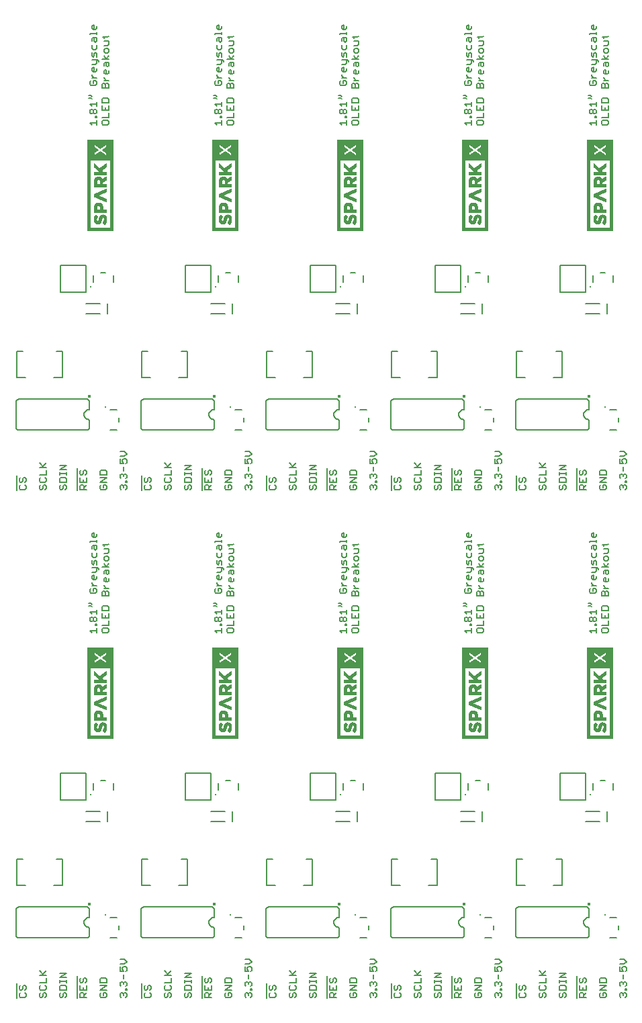
<source format=gto>
G75*
%MOIN*%
%OFA0B0*%
%FSLAX25Y25*%
%IPPOS*%
%LPD*%
%AMOC8*
5,1,8,0,0,1.08239X$1,22.5*
%
%ADD10C,0.00600*%
%ADD11C,0.00800*%
%ADD12C,0.01000*%
%ADD13C,0.01720*%
%ADD14C,0.00039*%
D10*
X0030600Y0050000D02*
X0030600Y0057366D01*
X0031797Y0055685D02*
X0031797Y0054550D01*
X0032364Y0053983D01*
X0032931Y0053983D01*
X0033499Y0054550D01*
X0033499Y0055685D01*
X0034066Y0056252D01*
X0034633Y0056252D01*
X0035200Y0055685D01*
X0035200Y0054550D01*
X0034633Y0053983D01*
X0034633Y0052569D02*
X0035200Y0052001D01*
X0035200Y0050867D01*
X0034633Y0050300D01*
X0032364Y0050300D01*
X0031797Y0050867D01*
X0031797Y0052001D01*
X0032364Y0052569D01*
X0031797Y0055685D02*
X0032364Y0056252D01*
X0041797Y0055685D02*
X0041797Y0054550D01*
X0042364Y0053983D01*
X0044633Y0053983D01*
X0045200Y0054550D01*
X0045200Y0055685D01*
X0044633Y0056252D01*
X0045200Y0057666D02*
X0045200Y0059935D01*
X0045200Y0061349D02*
X0041797Y0061349D01*
X0043499Y0061917D02*
X0045200Y0063618D01*
X0044066Y0061349D02*
X0041797Y0063618D01*
X0041797Y0057666D02*
X0045200Y0057666D01*
X0042364Y0056252D02*
X0041797Y0055685D01*
X0042364Y0052569D02*
X0041797Y0052001D01*
X0041797Y0050867D01*
X0042364Y0050300D01*
X0042931Y0050300D01*
X0043499Y0050867D01*
X0043499Y0052001D01*
X0044066Y0052569D01*
X0044633Y0052569D01*
X0045200Y0052001D01*
X0045200Y0050867D01*
X0044633Y0050300D01*
X0051797Y0050867D02*
X0052364Y0050300D01*
X0052931Y0050300D01*
X0053499Y0050867D01*
X0053499Y0052001D01*
X0054066Y0052569D01*
X0054633Y0052569D01*
X0055200Y0052001D01*
X0055200Y0050867D01*
X0054633Y0050300D01*
X0051797Y0050867D02*
X0051797Y0052001D01*
X0052364Y0052569D01*
X0051797Y0053983D02*
X0051797Y0055685D01*
X0052364Y0056252D01*
X0054633Y0056252D01*
X0055200Y0055685D01*
X0055200Y0053983D01*
X0051797Y0053983D01*
X0051797Y0057666D02*
X0051797Y0058801D01*
X0051797Y0058233D02*
X0055200Y0058233D01*
X0055200Y0057666D02*
X0055200Y0058801D01*
X0055200Y0060122D02*
X0051797Y0060122D01*
X0055200Y0062390D01*
X0051797Y0062390D01*
X0060600Y0061049D02*
X0060600Y0050000D01*
X0061797Y0050300D02*
X0061797Y0052001D01*
X0062364Y0052569D01*
X0063499Y0052569D01*
X0064066Y0052001D01*
X0064066Y0050300D01*
X0065200Y0050300D02*
X0061797Y0050300D01*
X0064066Y0051434D02*
X0065200Y0052569D01*
X0065200Y0053983D02*
X0061797Y0053983D01*
X0061797Y0056252D01*
X0062364Y0057666D02*
X0062931Y0057666D01*
X0063499Y0058233D01*
X0063499Y0059368D01*
X0064066Y0059935D01*
X0064633Y0059935D01*
X0065200Y0059368D01*
X0065200Y0058233D01*
X0064633Y0057666D01*
X0065200Y0056252D02*
X0065200Y0053983D01*
X0063499Y0053983D02*
X0063499Y0055117D01*
X0062364Y0057666D02*
X0061797Y0058233D01*
X0061797Y0059368D01*
X0062364Y0059935D01*
X0071797Y0059368D02*
X0071797Y0057666D01*
X0075200Y0057666D01*
X0075200Y0059368D01*
X0074633Y0059935D01*
X0072364Y0059935D01*
X0071797Y0059368D01*
X0071797Y0056252D02*
X0075200Y0056252D01*
X0071797Y0053983D01*
X0075200Y0053983D01*
X0074633Y0052569D02*
X0073499Y0052569D01*
X0073499Y0051434D01*
X0074633Y0050300D02*
X0075200Y0050867D01*
X0075200Y0052001D01*
X0074633Y0052569D01*
X0072364Y0052569D02*
X0071797Y0052001D01*
X0071797Y0050867D01*
X0072364Y0050300D01*
X0074633Y0050300D01*
X0081797Y0050867D02*
X0081797Y0052001D01*
X0082364Y0052569D01*
X0082931Y0052569D01*
X0083499Y0052001D01*
X0084066Y0052569D01*
X0084633Y0052569D01*
X0085200Y0052001D01*
X0085200Y0050867D01*
X0084633Y0050300D01*
X0083499Y0051434D02*
X0083499Y0052001D01*
X0082364Y0050300D02*
X0081797Y0050867D01*
X0084633Y0053983D02*
X0084633Y0054550D01*
X0085200Y0054550D01*
X0085200Y0053983D01*
X0084633Y0053983D01*
X0084633Y0055825D02*
X0085200Y0056392D01*
X0085200Y0057526D01*
X0084633Y0058093D01*
X0084066Y0058093D01*
X0083499Y0057526D01*
X0083499Y0056959D01*
X0083499Y0057526D02*
X0082931Y0058093D01*
X0082364Y0058093D01*
X0081797Y0057526D01*
X0081797Y0056392D01*
X0082364Y0055825D01*
X0083499Y0059508D02*
X0083499Y0061776D01*
X0083499Y0063191D02*
X0082931Y0064325D01*
X0082931Y0064892D01*
X0083499Y0065460D01*
X0084633Y0065460D01*
X0085200Y0064892D01*
X0085200Y0063758D01*
X0084633Y0063191D01*
X0083499Y0063191D02*
X0081797Y0063191D01*
X0081797Y0065460D01*
X0081797Y0066874D02*
X0084066Y0066874D01*
X0085200Y0068008D01*
X0084066Y0069143D01*
X0081797Y0069143D01*
X0092600Y0057366D02*
X0092600Y0050000D01*
X0093797Y0050867D02*
X0094364Y0050300D01*
X0096633Y0050300D01*
X0097200Y0050867D01*
X0097200Y0052001D01*
X0096633Y0052569D01*
X0096633Y0053983D02*
X0097200Y0054550D01*
X0097200Y0055685D01*
X0096633Y0056252D01*
X0096066Y0056252D01*
X0095499Y0055685D01*
X0095499Y0054550D01*
X0094931Y0053983D01*
X0094364Y0053983D01*
X0093797Y0054550D01*
X0093797Y0055685D01*
X0094364Y0056252D01*
X0094364Y0052569D02*
X0093797Y0052001D01*
X0093797Y0050867D01*
X0103797Y0050867D02*
X0104364Y0050300D01*
X0104931Y0050300D01*
X0105499Y0050867D01*
X0105499Y0052001D01*
X0106066Y0052569D01*
X0106633Y0052569D01*
X0107200Y0052001D01*
X0107200Y0050867D01*
X0106633Y0050300D01*
X0103797Y0050867D02*
X0103797Y0052001D01*
X0104364Y0052569D01*
X0104364Y0053983D02*
X0106633Y0053983D01*
X0107200Y0054550D01*
X0107200Y0055685D01*
X0106633Y0056252D01*
X0107200Y0057666D02*
X0107200Y0059935D01*
X0107200Y0061349D02*
X0103797Y0061349D01*
X0105499Y0061917D02*
X0107200Y0063618D01*
X0106066Y0061349D02*
X0103797Y0063618D01*
X0103797Y0057666D02*
X0107200Y0057666D01*
X0104364Y0056252D02*
X0103797Y0055685D01*
X0103797Y0054550D01*
X0104364Y0053983D01*
X0113797Y0053983D02*
X0113797Y0055685D01*
X0114364Y0056252D01*
X0116633Y0056252D01*
X0117200Y0055685D01*
X0117200Y0053983D01*
X0113797Y0053983D01*
X0114364Y0052569D02*
X0113797Y0052001D01*
X0113797Y0050867D01*
X0114364Y0050300D01*
X0114931Y0050300D01*
X0115499Y0050867D01*
X0115499Y0052001D01*
X0116066Y0052569D01*
X0116633Y0052569D01*
X0117200Y0052001D01*
X0117200Y0050867D01*
X0116633Y0050300D01*
X0117200Y0057666D02*
X0117200Y0058801D01*
X0117200Y0058233D02*
X0113797Y0058233D01*
X0113797Y0057666D02*
X0113797Y0058801D01*
X0113797Y0060122D02*
X0117200Y0062390D01*
X0113797Y0062390D01*
X0113797Y0060122D02*
X0117200Y0060122D01*
X0122600Y0061049D02*
X0122600Y0050000D01*
X0123797Y0050300D02*
X0123797Y0052001D01*
X0124364Y0052569D01*
X0125499Y0052569D01*
X0126066Y0052001D01*
X0126066Y0050300D01*
X0127200Y0050300D02*
X0123797Y0050300D01*
X0126066Y0051434D02*
X0127200Y0052569D01*
X0127200Y0053983D02*
X0123797Y0053983D01*
X0123797Y0056252D01*
X0124364Y0057666D02*
X0124931Y0057666D01*
X0125499Y0058233D01*
X0125499Y0059368D01*
X0126066Y0059935D01*
X0126633Y0059935D01*
X0127200Y0059368D01*
X0127200Y0058233D01*
X0126633Y0057666D01*
X0127200Y0056252D02*
X0127200Y0053983D01*
X0125499Y0053983D02*
X0125499Y0055117D01*
X0124364Y0057666D02*
X0123797Y0058233D01*
X0123797Y0059368D01*
X0124364Y0059935D01*
X0133797Y0059368D02*
X0133797Y0057666D01*
X0137200Y0057666D01*
X0137200Y0059368D01*
X0136633Y0059935D01*
X0134364Y0059935D01*
X0133797Y0059368D01*
X0133797Y0056252D02*
X0137200Y0056252D01*
X0133797Y0053983D01*
X0137200Y0053983D01*
X0136633Y0052569D02*
X0135499Y0052569D01*
X0135499Y0051434D01*
X0136633Y0050300D02*
X0137200Y0050867D01*
X0137200Y0052001D01*
X0136633Y0052569D01*
X0134364Y0052569D02*
X0133797Y0052001D01*
X0133797Y0050867D01*
X0134364Y0050300D01*
X0136633Y0050300D01*
X0143797Y0050867D02*
X0143797Y0052001D01*
X0144364Y0052569D01*
X0144931Y0052569D01*
X0145499Y0052001D01*
X0146066Y0052569D01*
X0146633Y0052569D01*
X0147200Y0052001D01*
X0147200Y0050867D01*
X0146633Y0050300D01*
X0145499Y0051434D02*
X0145499Y0052001D01*
X0144364Y0050300D02*
X0143797Y0050867D01*
X0146633Y0053983D02*
X0146633Y0054550D01*
X0147200Y0054550D01*
X0147200Y0053983D01*
X0146633Y0053983D01*
X0146633Y0055825D02*
X0147200Y0056392D01*
X0147200Y0057526D01*
X0146633Y0058093D01*
X0146066Y0058093D01*
X0145499Y0057526D01*
X0145499Y0056959D01*
X0145499Y0057526D02*
X0144931Y0058093D01*
X0144364Y0058093D01*
X0143797Y0057526D01*
X0143797Y0056392D01*
X0144364Y0055825D01*
X0145499Y0059508D02*
X0145499Y0061776D01*
X0145499Y0063191D02*
X0144931Y0064325D01*
X0144931Y0064892D01*
X0145499Y0065460D01*
X0146633Y0065460D01*
X0147200Y0064892D01*
X0147200Y0063758D01*
X0146633Y0063191D01*
X0145499Y0063191D02*
X0143797Y0063191D01*
X0143797Y0065460D01*
X0143797Y0066874D02*
X0146066Y0066874D01*
X0147200Y0068008D01*
X0146066Y0069143D01*
X0143797Y0069143D01*
X0154600Y0057366D02*
X0154600Y0050000D01*
X0155797Y0050867D02*
X0156364Y0050300D01*
X0158633Y0050300D01*
X0159200Y0050867D01*
X0159200Y0052001D01*
X0158633Y0052569D01*
X0158633Y0053983D02*
X0159200Y0054550D01*
X0159200Y0055685D01*
X0158633Y0056252D01*
X0158066Y0056252D01*
X0157499Y0055685D01*
X0157499Y0054550D01*
X0156931Y0053983D01*
X0156364Y0053983D01*
X0155797Y0054550D01*
X0155797Y0055685D01*
X0156364Y0056252D01*
X0156364Y0052569D02*
X0155797Y0052001D01*
X0155797Y0050867D01*
X0165797Y0050867D02*
X0166364Y0050300D01*
X0166931Y0050300D01*
X0167499Y0050867D01*
X0167499Y0052001D01*
X0168066Y0052569D01*
X0168633Y0052569D01*
X0169200Y0052001D01*
X0169200Y0050867D01*
X0168633Y0050300D01*
X0165797Y0050867D02*
X0165797Y0052001D01*
X0166364Y0052569D01*
X0166364Y0053983D02*
X0165797Y0054550D01*
X0165797Y0055685D01*
X0166364Y0056252D01*
X0165797Y0057666D02*
X0169200Y0057666D01*
X0169200Y0059935D01*
X0169200Y0061349D02*
X0165797Y0061349D01*
X0167499Y0061917D02*
X0169200Y0063618D01*
X0168066Y0061349D02*
X0165797Y0063618D01*
X0168633Y0056252D02*
X0169200Y0055685D01*
X0169200Y0054550D01*
X0168633Y0053983D01*
X0166364Y0053983D01*
X0175797Y0053983D02*
X0175797Y0055685D01*
X0176364Y0056252D01*
X0178633Y0056252D01*
X0179200Y0055685D01*
X0179200Y0053983D01*
X0175797Y0053983D01*
X0176364Y0052569D02*
X0175797Y0052001D01*
X0175797Y0050867D01*
X0176364Y0050300D01*
X0176931Y0050300D01*
X0177499Y0050867D01*
X0177499Y0052001D01*
X0178066Y0052569D01*
X0178633Y0052569D01*
X0179200Y0052001D01*
X0179200Y0050867D01*
X0178633Y0050300D01*
X0184600Y0050000D02*
X0184600Y0061049D01*
X0185797Y0059368D02*
X0185797Y0058233D01*
X0186364Y0057666D01*
X0186931Y0057666D01*
X0187499Y0058233D01*
X0187499Y0059368D01*
X0188066Y0059935D01*
X0188633Y0059935D01*
X0189200Y0059368D01*
X0189200Y0058233D01*
X0188633Y0057666D01*
X0189200Y0056252D02*
X0189200Y0053983D01*
X0185797Y0053983D01*
X0185797Y0056252D01*
X0187499Y0055117D02*
X0187499Y0053983D01*
X0187499Y0052569D02*
X0188066Y0052001D01*
X0188066Y0050300D01*
X0189200Y0050300D02*
X0185797Y0050300D01*
X0185797Y0052001D01*
X0186364Y0052569D01*
X0187499Y0052569D01*
X0188066Y0051434D02*
X0189200Y0052569D01*
X0185797Y0059368D02*
X0186364Y0059935D01*
X0179200Y0060122D02*
X0175797Y0060122D01*
X0179200Y0062390D01*
X0175797Y0062390D01*
X0175797Y0058801D02*
X0175797Y0057666D01*
X0175797Y0058233D02*
X0179200Y0058233D01*
X0179200Y0057666D02*
X0179200Y0058801D01*
X0195797Y0059368D02*
X0195797Y0057666D01*
X0199200Y0057666D01*
X0199200Y0059368D01*
X0198633Y0059935D01*
X0196364Y0059935D01*
X0195797Y0059368D01*
X0195797Y0056252D02*
X0199200Y0056252D01*
X0195797Y0053983D01*
X0199200Y0053983D01*
X0198633Y0052569D02*
X0197499Y0052569D01*
X0197499Y0051434D01*
X0198633Y0050300D02*
X0196364Y0050300D01*
X0195797Y0050867D01*
X0195797Y0052001D01*
X0196364Y0052569D01*
X0198633Y0052569D02*
X0199200Y0052001D01*
X0199200Y0050867D01*
X0198633Y0050300D01*
X0205797Y0050867D02*
X0205797Y0052001D01*
X0206364Y0052569D01*
X0206931Y0052569D01*
X0207499Y0052001D01*
X0208066Y0052569D01*
X0208633Y0052569D01*
X0209200Y0052001D01*
X0209200Y0050867D01*
X0208633Y0050300D01*
X0207499Y0051434D02*
X0207499Y0052001D01*
X0206364Y0050300D02*
X0205797Y0050867D01*
X0208633Y0053983D02*
X0208633Y0054550D01*
X0209200Y0054550D01*
X0209200Y0053983D01*
X0208633Y0053983D01*
X0208633Y0055825D02*
X0209200Y0056392D01*
X0209200Y0057526D01*
X0208633Y0058093D01*
X0208066Y0058093D01*
X0207499Y0057526D01*
X0207499Y0056959D01*
X0207499Y0057526D02*
X0206931Y0058093D01*
X0206364Y0058093D01*
X0205797Y0057526D01*
X0205797Y0056392D01*
X0206364Y0055825D01*
X0207499Y0059508D02*
X0207499Y0061776D01*
X0207499Y0063191D02*
X0206931Y0064325D01*
X0206931Y0064892D01*
X0207499Y0065460D01*
X0208633Y0065460D01*
X0209200Y0064892D01*
X0209200Y0063758D01*
X0208633Y0063191D01*
X0207499Y0063191D02*
X0205797Y0063191D01*
X0205797Y0065460D01*
X0205797Y0066874D02*
X0208066Y0066874D01*
X0209200Y0068008D01*
X0208066Y0069143D01*
X0205797Y0069143D01*
X0216600Y0057366D02*
X0216600Y0050000D01*
X0217797Y0050867D02*
X0218364Y0050300D01*
X0220633Y0050300D01*
X0221200Y0050867D01*
X0221200Y0052001D01*
X0220633Y0052569D01*
X0220633Y0053983D02*
X0221200Y0054550D01*
X0221200Y0055685D01*
X0220633Y0056252D01*
X0220066Y0056252D01*
X0219499Y0055685D01*
X0219499Y0054550D01*
X0218931Y0053983D01*
X0218364Y0053983D01*
X0217797Y0054550D01*
X0217797Y0055685D01*
X0218364Y0056252D01*
X0218364Y0052569D02*
X0217797Y0052001D01*
X0217797Y0050867D01*
X0227797Y0050867D02*
X0228364Y0050300D01*
X0228931Y0050300D01*
X0229499Y0050867D01*
X0229499Y0052001D01*
X0230066Y0052569D01*
X0230633Y0052569D01*
X0231200Y0052001D01*
X0231200Y0050867D01*
X0230633Y0050300D01*
X0227797Y0050867D02*
X0227797Y0052001D01*
X0228364Y0052569D01*
X0228364Y0053983D02*
X0230633Y0053983D01*
X0231200Y0054550D01*
X0231200Y0055685D01*
X0230633Y0056252D01*
X0231200Y0057666D02*
X0227797Y0057666D01*
X0228364Y0056252D02*
X0227797Y0055685D01*
X0227797Y0054550D01*
X0228364Y0053983D01*
X0231200Y0057666D02*
X0231200Y0059935D01*
X0231200Y0061349D02*
X0227797Y0061349D01*
X0229499Y0061917D02*
X0231200Y0063618D01*
X0230066Y0061349D02*
X0227797Y0063618D01*
X0237797Y0062390D02*
X0241200Y0062390D01*
X0237797Y0060122D01*
X0241200Y0060122D01*
X0241200Y0058801D02*
X0241200Y0057666D01*
X0241200Y0058233D02*
X0237797Y0058233D01*
X0237797Y0057666D02*
X0237797Y0058801D01*
X0238364Y0056252D02*
X0237797Y0055685D01*
X0237797Y0053983D01*
X0241200Y0053983D01*
X0241200Y0055685D01*
X0240633Y0056252D01*
X0238364Y0056252D01*
X0238364Y0052569D02*
X0237797Y0052001D01*
X0237797Y0050867D01*
X0238364Y0050300D01*
X0238931Y0050300D01*
X0239499Y0050867D01*
X0239499Y0052001D01*
X0240066Y0052569D01*
X0240633Y0052569D01*
X0241200Y0052001D01*
X0241200Y0050867D01*
X0240633Y0050300D01*
X0246600Y0050000D02*
X0246600Y0061049D01*
X0247797Y0059368D02*
X0247797Y0058233D01*
X0248364Y0057666D01*
X0248931Y0057666D01*
X0249499Y0058233D01*
X0249499Y0059368D01*
X0250066Y0059935D01*
X0250633Y0059935D01*
X0251200Y0059368D01*
X0251200Y0058233D01*
X0250633Y0057666D01*
X0251200Y0056252D02*
X0251200Y0053983D01*
X0247797Y0053983D01*
X0247797Y0056252D01*
X0249499Y0055117D02*
X0249499Y0053983D01*
X0249499Y0052569D02*
X0250066Y0052001D01*
X0250066Y0050300D01*
X0251200Y0050300D02*
X0247797Y0050300D01*
X0247797Y0052001D01*
X0248364Y0052569D01*
X0249499Y0052569D01*
X0250066Y0051434D02*
X0251200Y0052569D01*
X0257797Y0052001D02*
X0257797Y0050867D01*
X0258364Y0050300D01*
X0260633Y0050300D01*
X0261200Y0050867D01*
X0261200Y0052001D01*
X0260633Y0052569D01*
X0259499Y0052569D01*
X0259499Y0051434D01*
X0258364Y0052569D02*
X0257797Y0052001D01*
X0257797Y0053983D02*
X0261200Y0056252D01*
X0257797Y0056252D01*
X0257797Y0057666D02*
X0257797Y0059368D01*
X0258364Y0059935D01*
X0260633Y0059935D01*
X0261200Y0059368D01*
X0261200Y0057666D01*
X0257797Y0057666D01*
X0257797Y0053983D02*
X0261200Y0053983D01*
X0267797Y0052001D02*
X0268364Y0052569D01*
X0268931Y0052569D01*
X0269499Y0052001D01*
X0270066Y0052569D01*
X0270633Y0052569D01*
X0271200Y0052001D01*
X0271200Y0050867D01*
X0270633Y0050300D01*
X0269499Y0051434D02*
X0269499Y0052001D01*
X0267797Y0052001D02*
X0267797Y0050867D01*
X0268364Y0050300D01*
X0270633Y0053983D02*
X0270633Y0054550D01*
X0271200Y0054550D01*
X0271200Y0053983D01*
X0270633Y0053983D01*
X0270633Y0055825D02*
X0271200Y0056392D01*
X0271200Y0057526D01*
X0270633Y0058093D01*
X0270066Y0058093D01*
X0269499Y0057526D01*
X0269499Y0056959D01*
X0269499Y0057526D02*
X0268931Y0058093D01*
X0268364Y0058093D01*
X0267797Y0057526D01*
X0267797Y0056392D01*
X0268364Y0055825D01*
X0269499Y0059508D02*
X0269499Y0061776D01*
X0269499Y0063191D02*
X0268931Y0064325D01*
X0268931Y0064892D01*
X0269499Y0065460D01*
X0270633Y0065460D01*
X0271200Y0064892D01*
X0271200Y0063758D01*
X0270633Y0063191D01*
X0269499Y0063191D02*
X0267797Y0063191D01*
X0267797Y0065460D01*
X0267797Y0066874D02*
X0270066Y0066874D01*
X0271200Y0068008D01*
X0270066Y0069143D01*
X0267797Y0069143D01*
X0278600Y0057366D02*
X0278600Y0050000D01*
X0279797Y0050867D02*
X0280364Y0050300D01*
X0282633Y0050300D01*
X0283200Y0050867D01*
X0283200Y0052001D01*
X0282633Y0052569D01*
X0282633Y0053983D02*
X0283200Y0054550D01*
X0283200Y0055685D01*
X0282633Y0056252D01*
X0282066Y0056252D01*
X0281499Y0055685D01*
X0281499Y0054550D01*
X0280931Y0053983D01*
X0280364Y0053983D01*
X0279797Y0054550D01*
X0279797Y0055685D01*
X0280364Y0056252D01*
X0280364Y0052569D02*
X0279797Y0052001D01*
X0279797Y0050867D01*
X0289797Y0050867D02*
X0290364Y0050300D01*
X0290931Y0050300D01*
X0291499Y0050867D01*
X0291499Y0052001D01*
X0292066Y0052569D01*
X0292633Y0052569D01*
X0293200Y0052001D01*
X0293200Y0050867D01*
X0292633Y0050300D01*
X0289797Y0050867D02*
X0289797Y0052001D01*
X0290364Y0052569D01*
X0290364Y0053983D02*
X0292633Y0053983D01*
X0293200Y0054550D01*
X0293200Y0055685D01*
X0292633Y0056252D01*
X0293200Y0057666D02*
X0293200Y0059935D01*
X0293200Y0061349D02*
X0289797Y0061349D01*
X0291499Y0061917D02*
X0293200Y0063618D01*
X0292066Y0061349D02*
X0289797Y0063618D01*
X0289797Y0057666D02*
X0293200Y0057666D01*
X0290364Y0056252D02*
X0289797Y0055685D01*
X0289797Y0054550D01*
X0290364Y0053983D01*
X0299797Y0053983D02*
X0299797Y0055685D01*
X0300364Y0056252D01*
X0302633Y0056252D01*
X0303200Y0055685D01*
X0303200Y0053983D01*
X0299797Y0053983D01*
X0300364Y0052569D02*
X0299797Y0052001D01*
X0299797Y0050867D01*
X0300364Y0050300D01*
X0300931Y0050300D01*
X0301499Y0050867D01*
X0301499Y0052001D01*
X0302066Y0052569D01*
X0302633Y0052569D01*
X0303200Y0052001D01*
X0303200Y0050867D01*
X0302633Y0050300D01*
X0303200Y0057666D02*
X0303200Y0058801D01*
X0303200Y0058233D02*
X0299797Y0058233D01*
X0299797Y0057666D02*
X0299797Y0058801D01*
X0299797Y0060122D02*
X0303200Y0062390D01*
X0299797Y0062390D01*
X0299797Y0060122D02*
X0303200Y0060122D01*
X0308600Y0061049D02*
X0308600Y0050000D01*
X0309797Y0050300D02*
X0309797Y0052001D01*
X0310364Y0052569D01*
X0311499Y0052569D01*
X0312066Y0052001D01*
X0312066Y0050300D01*
X0313200Y0050300D02*
X0309797Y0050300D01*
X0312066Y0051434D02*
X0313200Y0052569D01*
X0313200Y0053983D02*
X0309797Y0053983D01*
X0309797Y0056252D01*
X0310364Y0057666D02*
X0310931Y0057666D01*
X0311499Y0058233D01*
X0311499Y0059368D01*
X0312066Y0059935D01*
X0312633Y0059935D01*
X0313200Y0059368D01*
X0313200Y0058233D01*
X0312633Y0057666D01*
X0313200Y0056252D02*
X0313200Y0053983D01*
X0311499Y0053983D02*
X0311499Y0055117D01*
X0310364Y0057666D02*
X0309797Y0058233D01*
X0309797Y0059368D01*
X0310364Y0059935D01*
X0319797Y0059368D02*
X0319797Y0057666D01*
X0323200Y0057666D01*
X0323200Y0059368D01*
X0322633Y0059935D01*
X0320364Y0059935D01*
X0319797Y0059368D01*
X0319797Y0056252D02*
X0323200Y0056252D01*
X0319797Y0053983D01*
X0323200Y0053983D01*
X0322633Y0052569D02*
X0321499Y0052569D01*
X0321499Y0051434D01*
X0322633Y0050300D02*
X0323200Y0050867D01*
X0323200Y0052001D01*
X0322633Y0052569D01*
X0320364Y0052569D02*
X0319797Y0052001D01*
X0319797Y0050867D01*
X0320364Y0050300D01*
X0322633Y0050300D01*
X0329797Y0050867D02*
X0329797Y0052001D01*
X0330364Y0052569D01*
X0330931Y0052569D01*
X0331499Y0052001D01*
X0332066Y0052569D01*
X0332633Y0052569D01*
X0333200Y0052001D01*
X0333200Y0050867D01*
X0332633Y0050300D01*
X0331499Y0051434D02*
X0331499Y0052001D01*
X0330364Y0050300D02*
X0329797Y0050867D01*
X0332633Y0053983D02*
X0332633Y0054550D01*
X0333200Y0054550D01*
X0333200Y0053983D01*
X0332633Y0053983D01*
X0332633Y0055825D02*
X0333200Y0056392D01*
X0333200Y0057526D01*
X0332633Y0058093D01*
X0332066Y0058093D01*
X0331499Y0057526D01*
X0331499Y0056959D01*
X0331499Y0057526D02*
X0330931Y0058093D01*
X0330364Y0058093D01*
X0329797Y0057526D01*
X0329797Y0056392D01*
X0330364Y0055825D01*
X0331499Y0059508D02*
X0331499Y0061776D01*
X0331499Y0063191D02*
X0330931Y0064325D01*
X0330931Y0064892D01*
X0331499Y0065460D01*
X0332633Y0065460D01*
X0333200Y0064892D01*
X0333200Y0063758D01*
X0332633Y0063191D01*
X0331499Y0063191D02*
X0329797Y0063191D01*
X0329797Y0065460D01*
X0329797Y0066874D02*
X0332066Y0066874D01*
X0333200Y0068008D01*
X0332066Y0069143D01*
X0329797Y0069143D01*
X0248364Y0059935D02*
X0247797Y0059368D01*
X0253931Y0231300D02*
X0252797Y0232434D01*
X0256200Y0232434D01*
X0256200Y0231300D02*
X0256200Y0233569D01*
X0256200Y0234983D02*
X0256200Y0235550D01*
X0255633Y0235550D01*
X0255633Y0234983D01*
X0256200Y0234983D01*
X0255633Y0236825D02*
X0255066Y0236825D01*
X0254499Y0237392D01*
X0254499Y0238526D01*
X0255066Y0239093D01*
X0255633Y0239093D01*
X0256200Y0238526D01*
X0256200Y0237392D01*
X0255633Y0236825D01*
X0254499Y0237392D02*
X0253931Y0236825D01*
X0253364Y0236825D01*
X0252797Y0237392D01*
X0252797Y0238526D01*
X0253364Y0239093D01*
X0253931Y0239093D01*
X0254499Y0238526D01*
X0253931Y0240508D02*
X0252797Y0241642D01*
X0256200Y0241642D01*
X0256200Y0240508D02*
X0256200Y0242776D01*
X0258797Y0242349D02*
X0258797Y0244051D01*
X0259364Y0244618D01*
X0261633Y0244618D01*
X0262200Y0244051D01*
X0262200Y0242349D01*
X0258797Y0242349D01*
X0258797Y0240935D02*
X0258797Y0238666D01*
X0262200Y0238666D01*
X0262200Y0240935D01*
X0260499Y0239801D02*
X0260499Y0238666D01*
X0262200Y0237252D02*
X0262200Y0234983D01*
X0258797Y0234983D01*
X0259364Y0233569D02*
X0258797Y0233001D01*
X0258797Y0231867D01*
X0259364Y0231300D01*
X0261633Y0231300D01*
X0262200Y0231867D01*
X0262200Y0233001D01*
X0261633Y0233569D01*
X0259364Y0233569D01*
X0253931Y0244191D02*
X0253364Y0244758D01*
X0252230Y0244758D01*
X0252230Y0245892D02*
X0253364Y0245892D01*
X0253931Y0245325D01*
X0253364Y0250943D02*
X0255633Y0250943D01*
X0256200Y0251511D01*
X0256200Y0252645D01*
X0255633Y0253212D01*
X0254499Y0253212D01*
X0254499Y0252078D01*
X0253364Y0253212D02*
X0252797Y0252645D01*
X0252797Y0251511D01*
X0253364Y0250943D01*
X0253931Y0254627D02*
X0256200Y0254627D01*
X0255066Y0254627D02*
X0253931Y0255761D01*
X0253931Y0256328D01*
X0254499Y0257696D02*
X0253931Y0258263D01*
X0253931Y0259397D01*
X0254499Y0259964D01*
X0255066Y0259964D01*
X0255066Y0257696D01*
X0255633Y0257696D02*
X0254499Y0257696D01*
X0255633Y0257696D02*
X0256200Y0258263D01*
X0256200Y0259397D01*
X0255633Y0261379D02*
X0256200Y0261946D01*
X0256200Y0263648D01*
X0256767Y0263648D02*
X0257334Y0263080D01*
X0257334Y0262513D01*
X0256767Y0263648D02*
X0253931Y0263648D01*
X0254499Y0265062D02*
X0253931Y0265629D01*
X0253931Y0267331D01*
X0255066Y0266764D02*
X0255066Y0265629D01*
X0254499Y0265062D01*
X0256200Y0265062D02*
X0256200Y0266764D01*
X0255633Y0267331D01*
X0255066Y0266764D01*
X0254499Y0268745D02*
X0255633Y0268745D01*
X0256200Y0269312D01*
X0256200Y0271014D01*
X0255633Y0272428D02*
X0255066Y0272996D01*
X0255066Y0274697D01*
X0254499Y0274697D02*
X0256200Y0274697D01*
X0256200Y0272996D01*
X0255633Y0272428D01*
X0253931Y0272996D02*
X0253931Y0274130D01*
X0254499Y0274697D01*
X0256200Y0276112D02*
X0256200Y0277246D01*
X0256200Y0276679D02*
X0252797Y0276679D01*
X0252797Y0276112D01*
X0254499Y0278567D02*
X0253931Y0279134D01*
X0253931Y0280268D01*
X0254499Y0280836D01*
X0255066Y0280836D01*
X0255066Y0278567D01*
X0255633Y0278567D02*
X0254499Y0278567D01*
X0255633Y0278567D02*
X0256200Y0279134D01*
X0256200Y0280268D01*
X0259931Y0275404D02*
X0259931Y0274270D01*
X0259364Y0274837D02*
X0261633Y0274837D01*
X0262200Y0275404D01*
X0262200Y0272855D02*
X0259931Y0272855D01*
X0259931Y0270587D02*
X0261633Y0270587D01*
X0262200Y0271154D01*
X0262200Y0272855D01*
X0261633Y0269172D02*
X0260499Y0269172D01*
X0259931Y0268605D01*
X0259931Y0267471D01*
X0260499Y0266904D01*
X0261633Y0266904D01*
X0262200Y0267471D01*
X0262200Y0268605D01*
X0261633Y0269172D01*
X0262200Y0265536D02*
X0261066Y0263834D01*
X0259931Y0265536D01*
X0258797Y0263834D02*
X0262200Y0263834D01*
X0262200Y0262420D02*
X0262200Y0260718D01*
X0261633Y0260151D01*
X0261066Y0260718D01*
X0261066Y0262420D01*
X0260499Y0262420D02*
X0262200Y0262420D01*
X0260499Y0262420D02*
X0259931Y0261853D01*
X0259931Y0260718D01*
X0260499Y0258737D02*
X0261066Y0258737D01*
X0261066Y0256468D01*
X0261633Y0256468D02*
X0260499Y0256468D01*
X0259931Y0257035D01*
X0259931Y0258170D01*
X0260499Y0258737D01*
X0262200Y0258170D02*
X0262200Y0257035D01*
X0261633Y0256468D01*
X0259931Y0255100D02*
X0259931Y0254533D01*
X0261066Y0253399D01*
X0262200Y0253399D02*
X0259931Y0253399D01*
X0259931Y0251984D02*
X0260499Y0251417D01*
X0260499Y0249716D01*
X0262200Y0249716D02*
X0262200Y0251417D01*
X0261633Y0251984D01*
X0261066Y0251984D01*
X0260499Y0251417D01*
X0259931Y0251984D02*
X0259364Y0251984D01*
X0258797Y0251417D01*
X0258797Y0249716D01*
X0262200Y0249716D01*
X0255633Y0261379D02*
X0253931Y0261379D01*
X0254499Y0268745D02*
X0253931Y0269312D01*
X0253931Y0271014D01*
X0251200Y0302300D02*
X0247797Y0302300D01*
X0247797Y0304001D01*
X0248364Y0304569D01*
X0249499Y0304569D01*
X0250066Y0304001D01*
X0250066Y0302300D01*
X0250066Y0303434D02*
X0251200Y0304569D01*
X0251200Y0305983D02*
X0251200Y0308252D01*
X0250633Y0309666D02*
X0251200Y0310233D01*
X0251200Y0311368D01*
X0250633Y0311935D01*
X0250066Y0311935D01*
X0249499Y0311368D01*
X0249499Y0310233D01*
X0248931Y0309666D01*
X0248364Y0309666D01*
X0247797Y0310233D01*
X0247797Y0311368D01*
X0248364Y0311935D01*
X0246600Y0313049D02*
X0246600Y0302000D01*
X0247797Y0305983D02*
X0251200Y0305983D01*
X0249499Y0305983D02*
X0249499Y0307117D01*
X0247797Y0308252D02*
X0247797Y0305983D01*
X0241200Y0305983D02*
X0241200Y0307685D01*
X0240633Y0308252D01*
X0238364Y0308252D01*
X0237797Y0307685D01*
X0237797Y0305983D01*
X0241200Y0305983D01*
X0240633Y0304569D02*
X0241200Y0304001D01*
X0241200Y0302867D01*
X0240633Y0302300D01*
X0239499Y0302867D02*
X0239499Y0304001D01*
X0240066Y0304569D01*
X0240633Y0304569D01*
X0239499Y0302867D02*
X0238931Y0302300D01*
X0238364Y0302300D01*
X0237797Y0302867D01*
X0237797Y0304001D01*
X0238364Y0304569D01*
X0237797Y0309666D02*
X0237797Y0310801D01*
X0237797Y0310233D02*
X0241200Y0310233D01*
X0241200Y0309666D02*
X0241200Y0310801D01*
X0241200Y0312122D02*
X0237797Y0312122D01*
X0241200Y0314390D01*
X0237797Y0314390D01*
X0231200Y0313349D02*
X0227797Y0313349D01*
X0229499Y0313917D02*
X0231200Y0315618D01*
X0230066Y0313349D02*
X0227797Y0315618D01*
X0231200Y0311935D02*
X0231200Y0309666D01*
X0227797Y0309666D01*
X0228364Y0308252D02*
X0227797Y0307685D01*
X0227797Y0306550D01*
X0228364Y0305983D01*
X0230633Y0305983D01*
X0231200Y0306550D01*
X0231200Y0307685D01*
X0230633Y0308252D01*
X0230633Y0304569D02*
X0231200Y0304001D01*
X0231200Y0302867D01*
X0230633Y0302300D01*
X0229499Y0302867D02*
X0229499Y0304001D01*
X0230066Y0304569D01*
X0230633Y0304569D01*
X0229499Y0302867D02*
X0228931Y0302300D01*
X0228364Y0302300D01*
X0227797Y0302867D01*
X0227797Y0304001D01*
X0228364Y0304569D01*
X0221200Y0304001D02*
X0220633Y0304569D01*
X0221200Y0304001D02*
X0221200Y0302867D01*
X0220633Y0302300D01*
X0218364Y0302300D01*
X0217797Y0302867D01*
X0217797Y0304001D01*
X0218364Y0304569D01*
X0218364Y0305983D02*
X0218931Y0305983D01*
X0219499Y0306550D01*
X0219499Y0307685D01*
X0220066Y0308252D01*
X0220633Y0308252D01*
X0221200Y0307685D01*
X0221200Y0306550D01*
X0220633Y0305983D01*
X0218364Y0305983D02*
X0217797Y0306550D01*
X0217797Y0307685D01*
X0218364Y0308252D01*
X0216600Y0309366D02*
X0216600Y0302000D01*
X0209200Y0302867D02*
X0208633Y0302300D01*
X0209200Y0302867D02*
X0209200Y0304001D01*
X0208633Y0304569D01*
X0208066Y0304569D01*
X0207499Y0304001D01*
X0207499Y0303434D01*
X0207499Y0304001D02*
X0206931Y0304569D01*
X0206364Y0304569D01*
X0205797Y0304001D01*
X0205797Y0302867D01*
X0206364Y0302300D01*
X0208633Y0305983D02*
X0208633Y0306550D01*
X0209200Y0306550D01*
X0209200Y0305983D01*
X0208633Y0305983D01*
X0208633Y0307825D02*
X0209200Y0308392D01*
X0209200Y0309526D01*
X0208633Y0310093D01*
X0208066Y0310093D01*
X0207499Y0309526D01*
X0207499Y0308959D01*
X0207499Y0309526D02*
X0206931Y0310093D01*
X0206364Y0310093D01*
X0205797Y0309526D01*
X0205797Y0308392D01*
X0206364Y0307825D01*
X0207499Y0311508D02*
X0207499Y0313776D01*
X0207499Y0315191D02*
X0206931Y0316325D01*
X0206931Y0316892D01*
X0207499Y0317460D01*
X0208633Y0317460D01*
X0209200Y0316892D01*
X0209200Y0315758D01*
X0208633Y0315191D01*
X0207499Y0315191D02*
X0205797Y0315191D01*
X0205797Y0317460D01*
X0205797Y0318874D02*
X0208066Y0318874D01*
X0209200Y0320008D01*
X0208066Y0321143D01*
X0205797Y0321143D01*
X0198633Y0311935D02*
X0196364Y0311935D01*
X0195797Y0311368D01*
X0195797Y0309666D01*
X0199200Y0309666D01*
X0199200Y0311368D01*
X0198633Y0311935D01*
X0199200Y0308252D02*
X0195797Y0308252D01*
X0195797Y0305983D02*
X0199200Y0308252D01*
X0199200Y0305983D02*
X0195797Y0305983D01*
X0196364Y0304569D02*
X0195797Y0304001D01*
X0195797Y0302867D01*
X0196364Y0302300D01*
X0198633Y0302300D01*
X0199200Y0302867D01*
X0199200Y0304001D01*
X0198633Y0304569D01*
X0197499Y0304569D01*
X0197499Y0303434D01*
X0189200Y0302300D02*
X0185797Y0302300D01*
X0185797Y0304001D01*
X0186364Y0304569D01*
X0187499Y0304569D01*
X0188066Y0304001D01*
X0188066Y0302300D01*
X0188066Y0303434D02*
X0189200Y0304569D01*
X0189200Y0305983D02*
X0189200Y0308252D01*
X0188633Y0309666D02*
X0189200Y0310233D01*
X0189200Y0311368D01*
X0188633Y0311935D01*
X0188066Y0311935D01*
X0187499Y0311368D01*
X0187499Y0310233D01*
X0186931Y0309666D01*
X0186364Y0309666D01*
X0185797Y0310233D01*
X0185797Y0311368D01*
X0186364Y0311935D01*
X0184600Y0313049D02*
X0184600Y0302000D01*
X0185797Y0305983D02*
X0189200Y0305983D01*
X0187499Y0305983D02*
X0187499Y0307117D01*
X0185797Y0308252D02*
X0185797Y0305983D01*
X0179200Y0305983D02*
X0179200Y0307685D01*
X0178633Y0308252D01*
X0176364Y0308252D01*
X0175797Y0307685D01*
X0175797Y0305983D01*
X0179200Y0305983D01*
X0178633Y0304569D02*
X0179200Y0304001D01*
X0179200Y0302867D01*
X0178633Y0302300D01*
X0177499Y0302867D02*
X0177499Y0304001D01*
X0178066Y0304569D01*
X0178633Y0304569D01*
X0177499Y0302867D02*
X0176931Y0302300D01*
X0176364Y0302300D01*
X0175797Y0302867D01*
X0175797Y0304001D01*
X0176364Y0304569D01*
X0175797Y0309666D02*
X0175797Y0310801D01*
X0175797Y0310233D02*
X0179200Y0310233D01*
X0179200Y0309666D02*
X0179200Y0310801D01*
X0179200Y0312122D02*
X0175797Y0312122D01*
X0179200Y0314390D01*
X0175797Y0314390D01*
X0169200Y0313349D02*
X0165797Y0313349D01*
X0167499Y0313917D02*
X0169200Y0315618D01*
X0168066Y0313349D02*
X0165797Y0315618D01*
X0169200Y0311935D02*
X0169200Y0309666D01*
X0165797Y0309666D01*
X0166364Y0308252D02*
X0165797Y0307685D01*
X0165797Y0306550D01*
X0166364Y0305983D01*
X0168633Y0305983D01*
X0169200Y0306550D01*
X0169200Y0307685D01*
X0168633Y0308252D01*
X0168633Y0304569D02*
X0169200Y0304001D01*
X0169200Y0302867D01*
X0168633Y0302300D01*
X0167499Y0302867D02*
X0167499Y0304001D01*
X0168066Y0304569D01*
X0168633Y0304569D01*
X0167499Y0302867D02*
X0166931Y0302300D01*
X0166364Y0302300D01*
X0165797Y0302867D01*
X0165797Y0304001D01*
X0166364Y0304569D01*
X0159200Y0304001D02*
X0158633Y0304569D01*
X0159200Y0304001D02*
X0159200Y0302867D01*
X0158633Y0302300D01*
X0156364Y0302300D01*
X0155797Y0302867D01*
X0155797Y0304001D01*
X0156364Y0304569D01*
X0156364Y0305983D02*
X0156931Y0305983D01*
X0157499Y0306550D01*
X0157499Y0307685D01*
X0158066Y0308252D01*
X0158633Y0308252D01*
X0159200Y0307685D01*
X0159200Y0306550D01*
X0158633Y0305983D01*
X0156364Y0305983D02*
X0155797Y0306550D01*
X0155797Y0307685D01*
X0156364Y0308252D01*
X0154600Y0309366D02*
X0154600Y0302000D01*
X0147200Y0302867D02*
X0146633Y0302300D01*
X0147200Y0302867D02*
X0147200Y0304001D01*
X0146633Y0304569D01*
X0146066Y0304569D01*
X0145499Y0304001D01*
X0145499Y0303434D01*
X0145499Y0304001D02*
X0144931Y0304569D01*
X0144364Y0304569D01*
X0143797Y0304001D01*
X0143797Y0302867D01*
X0144364Y0302300D01*
X0146633Y0305983D02*
X0146633Y0306550D01*
X0147200Y0306550D01*
X0147200Y0305983D01*
X0146633Y0305983D01*
X0146633Y0307825D02*
X0147200Y0308392D01*
X0147200Y0309526D01*
X0146633Y0310093D01*
X0146066Y0310093D01*
X0145499Y0309526D01*
X0145499Y0308959D01*
X0145499Y0309526D02*
X0144931Y0310093D01*
X0144364Y0310093D01*
X0143797Y0309526D01*
X0143797Y0308392D01*
X0144364Y0307825D01*
X0145499Y0311508D02*
X0145499Y0313776D01*
X0145499Y0315191D02*
X0144931Y0316325D01*
X0144931Y0316892D01*
X0145499Y0317460D01*
X0146633Y0317460D01*
X0147200Y0316892D01*
X0147200Y0315758D01*
X0146633Y0315191D01*
X0145499Y0315191D02*
X0143797Y0315191D01*
X0143797Y0317460D01*
X0143797Y0318874D02*
X0146066Y0318874D01*
X0147200Y0320008D01*
X0146066Y0321143D01*
X0143797Y0321143D01*
X0136633Y0311935D02*
X0134364Y0311935D01*
X0133797Y0311368D01*
X0133797Y0309666D01*
X0137200Y0309666D01*
X0137200Y0311368D01*
X0136633Y0311935D01*
X0137200Y0308252D02*
X0133797Y0308252D01*
X0133797Y0305983D02*
X0137200Y0308252D01*
X0137200Y0305983D02*
X0133797Y0305983D01*
X0134364Y0304569D02*
X0133797Y0304001D01*
X0133797Y0302867D01*
X0134364Y0302300D01*
X0136633Y0302300D01*
X0137200Y0302867D01*
X0137200Y0304001D01*
X0136633Y0304569D01*
X0135499Y0304569D01*
X0135499Y0303434D01*
X0127200Y0302300D02*
X0123797Y0302300D01*
X0123797Y0304001D01*
X0124364Y0304569D01*
X0125499Y0304569D01*
X0126066Y0304001D01*
X0126066Y0302300D01*
X0126066Y0303434D02*
X0127200Y0304569D01*
X0127200Y0305983D02*
X0127200Y0308252D01*
X0126633Y0309666D02*
X0127200Y0310233D01*
X0127200Y0311368D01*
X0126633Y0311935D01*
X0126066Y0311935D01*
X0125499Y0311368D01*
X0125499Y0310233D01*
X0124931Y0309666D01*
X0124364Y0309666D01*
X0123797Y0310233D01*
X0123797Y0311368D01*
X0124364Y0311935D01*
X0122600Y0313049D02*
X0122600Y0302000D01*
X0123797Y0305983D02*
X0127200Y0305983D01*
X0125499Y0305983D02*
X0125499Y0307117D01*
X0123797Y0308252D02*
X0123797Y0305983D01*
X0117200Y0305983D02*
X0117200Y0307685D01*
X0116633Y0308252D01*
X0114364Y0308252D01*
X0113797Y0307685D01*
X0113797Y0305983D01*
X0117200Y0305983D01*
X0116633Y0304569D02*
X0117200Y0304001D01*
X0117200Y0302867D01*
X0116633Y0302300D01*
X0115499Y0302867D02*
X0115499Y0304001D01*
X0116066Y0304569D01*
X0116633Y0304569D01*
X0115499Y0302867D02*
X0114931Y0302300D01*
X0114364Y0302300D01*
X0113797Y0302867D01*
X0113797Y0304001D01*
X0114364Y0304569D01*
X0113797Y0309666D02*
X0113797Y0310801D01*
X0113797Y0310233D02*
X0117200Y0310233D01*
X0117200Y0309666D02*
X0117200Y0310801D01*
X0117200Y0312122D02*
X0113797Y0312122D01*
X0117200Y0314390D01*
X0113797Y0314390D01*
X0107200Y0313349D02*
X0103797Y0313349D01*
X0105499Y0313917D02*
X0107200Y0315618D01*
X0106066Y0313349D02*
X0103797Y0315618D01*
X0107200Y0311935D02*
X0107200Y0309666D01*
X0103797Y0309666D01*
X0104364Y0308252D02*
X0103797Y0307685D01*
X0103797Y0306550D01*
X0104364Y0305983D01*
X0106633Y0305983D01*
X0107200Y0306550D01*
X0107200Y0307685D01*
X0106633Y0308252D01*
X0106633Y0304569D02*
X0107200Y0304001D01*
X0107200Y0302867D01*
X0106633Y0302300D01*
X0105499Y0302867D02*
X0105499Y0304001D01*
X0106066Y0304569D01*
X0106633Y0304569D01*
X0105499Y0302867D02*
X0104931Y0302300D01*
X0104364Y0302300D01*
X0103797Y0302867D01*
X0103797Y0304001D01*
X0104364Y0304569D01*
X0097200Y0304001D02*
X0096633Y0304569D01*
X0097200Y0304001D02*
X0097200Y0302867D01*
X0096633Y0302300D01*
X0094364Y0302300D01*
X0093797Y0302867D01*
X0093797Y0304001D01*
X0094364Y0304569D01*
X0094364Y0305983D02*
X0094931Y0305983D01*
X0095499Y0306550D01*
X0095499Y0307685D01*
X0096066Y0308252D01*
X0096633Y0308252D01*
X0097200Y0307685D01*
X0097200Y0306550D01*
X0096633Y0305983D01*
X0094364Y0305983D02*
X0093797Y0306550D01*
X0093797Y0307685D01*
X0094364Y0308252D01*
X0092600Y0309366D02*
X0092600Y0302000D01*
X0085200Y0302867D02*
X0084633Y0302300D01*
X0085200Y0302867D02*
X0085200Y0304001D01*
X0084633Y0304569D01*
X0084066Y0304569D01*
X0083499Y0304001D01*
X0083499Y0303434D01*
X0083499Y0304001D02*
X0082931Y0304569D01*
X0082364Y0304569D01*
X0081797Y0304001D01*
X0081797Y0302867D01*
X0082364Y0302300D01*
X0084633Y0305983D02*
X0084633Y0306550D01*
X0085200Y0306550D01*
X0085200Y0305983D01*
X0084633Y0305983D01*
X0084633Y0307825D02*
X0085200Y0308392D01*
X0085200Y0309526D01*
X0084633Y0310093D01*
X0084066Y0310093D01*
X0083499Y0309526D01*
X0083499Y0308959D01*
X0083499Y0309526D02*
X0082931Y0310093D01*
X0082364Y0310093D01*
X0081797Y0309526D01*
X0081797Y0308392D01*
X0082364Y0307825D01*
X0083499Y0311508D02*
X0083499Y0313776D01*
X0083499Y0315191D02*
X0082931Y0316325D01*
X0082931Y0316892D01*
X0083499Y0317460D01*
X0084633Y0317460D01*
X0085200Y0316892D01*
X0085200Y0315758D01*
X0084633Y0315191D01*
X0083499Y0315191D02*
X0081797Y0315191D01*
X0081797Y0317460D01*
X0081797Y0318874D02*
X0084066Y0318874D01*
X0085200Y0320008D01*
X0084066Y0321143D01*
X0081797Y0321143D01*
X0074633Y0311935D02*
X0072364Y0311935D01*
X0071797Y0311368D01*
X0071797Y0309666D01*
X0075200Y0309666D01*
X0075200Y0311368D01*
X0074633Y0311935D01*
X0075200Y0308252D02*
X0071797Y0308252D01*
X0071797Y0305983D02*
X0075200Y0308252D01*
X0075200Y0305983D02*
X0071797Y0305983D01*
X0072364Y0304569D02*
X0071797Y0304001D01*
X0071797Y0302867D01*
X0072364Y0302300D01*
X0074633Y0302300D01*
X0075200Y0302867D01*
X0075200Y0304001D01*
X0074633Y0304569D01*
X0073499Y0304569D01*
X0073499Y0303434D01*
X0065200Y0302300D02*
X0061797Y0302300D01*
X0061797Y0304001D01*
X0062364Y0304569D01*
X0063499Y0304569D01*
X0064066Y0304001D01*
X0064066Y0302300D01*
X0064066Y0303434D02*
X0065200Y0304569D01*
X0065200Y0305983D02*
X0065200Y0308252D01*
X0064633Y0309666D02*
X0065200Y0310233D01*
X0065200Y0311368D01*
X0064633Y0311935D01*
X0064066Y0311935D01*
X0063499Y0311368D01*
X0063499Y0310233D01*
X0062931Y0309666D01*
X0062364Y0309666D01*
X0061797Y0310233D01*
X0061797Y0311368D01*
X0062364Y0311935D01*
X0060600Y0313049D02*
X0060600Y0302000D01*
X0061797Y0305983D02*
X0065200Y0305983D01*
X0063499Y0305983D02*
X0063499Y0307117D01*
X0061797Y0308252D02*
X0061797Y0305983D01*
X0055200Y0305983D02*
X0055200Y0307685D01*
X0054633Y0308252D01*
X0052364Y0308252D01*
X0051797Y0307685D01*
X0051797Y0305983D01*
X0055200Y0305983D01*
X0054633Y0304569D02*
X0055200Y0304001D01*
X0055200Y0302867D01*
X0054633Y0302300D01*
X0053499Y0302867D02*
X0053499Y0304001D01*
X0054066Y0304569D01*
X0054633Y0304569D01*
X0053499Y0302867D02*
X0052931Y0302300D01*
X0052364Y0302300D01*
X0051797Y0302867D01*
X0051797Y0304001D01*
X0052364Y0304569D01*
X0051797Y0309666D02*
X0051797Y0310801D01*
X0051797Y0310233D02*
X0055200Y0310233D01*
X0055200Y0309666D02*
X0055200Y0310801D01*
X0055200Y0312122D02*
X0051797Y0312122D01*
X0055200Y0314390D01*
X0051797Y0314390D01*
X0045200Y0313349D02*
X0041797Y0313349D01*
X0043499Y0313917D02*
X0045200Y0315618D01*
X0044066Y0313349D02*
X0041797Y0315618D01*
X0045200Y0311935D02*
X0045200Y0309666D01*
X0041797Y0309666D01*
X0042364Y0308252D02*
X0041797Y0307685D01*
X0041797Y0306550D01*
X0042364Y0305983D01*
X0044633Y0305983D01*
X0045200Y0306550D01*
X0045200Y0307685D01*
X0044633Y0308252D01*
X0044633Y0304569D02*
X0045200Y0304001D01*
X0045200Y0302867D01*
X0044633Y0302300D01*
X0043499Y0302867D02*
X0043499Y0304001D01*
X0044066Y0304569D01*
X0044633Y0304569D01*
X0043499Y0302867D02*
X0042931Y0302300D01*
X0042364Y0302300D01*
X0041797Y0302867D01*
X0041797Y0304001D01*
X0042364Y0304569D01*
X0035200Y0304001D02*
X0034633Y0304569D01*
X0035200Y0304001D02*
X0035200Y0302867D01*
X0034633Y0302300D01*
X0032364Y0302300D01*
X0031797Y0302867D01*
X0031797Y0304001D01*
X0032364Y0304569D01*
X0032364Y0305983D02*
X0032931Y0305983D01*
X0033499Y0306550D01*
X0033499Y0307685D01*
X0034066Y0308252D01*
X0034633Y0308252D01*
X0035200Y0307685D01*
X0035200Y0306550D01*
X0034633Y0305983D01*
X0032364Y0305983D02*
X0031797Y0306550D01*
X0031797Y0307685D01*
X0032364Y0308252D01*
X0030600Y0309366D02*
X0030600Y0302000D01*
X0067931Y0280268D02*
X0068499Y0280836D01*
X0069066Y0280836D01*
X0069066Y0278567D01*
X0069633Y0278567D02*
X0068499Y0278567D01*
X0067931Y0279134D01*
X0067931Y0280268D01*
X0070200Y0280268D02*
X0070200Y0279134D01*
X0069633Y0278567D01*
X0070200Y0277246D02*
X0070200Y0276112D01*
X0070200Y0276679D02*
X0066797Y0276679D01*
X0066797Y0276112D01*
X0068499Y0274697D02*
X0070200Y0274697D01*
X0070200Y0272996D01*
X0069633Y0272428D01*
X0069066Y0272996D01*
X0069066Y0274697D01*
X0068499Y0274697D02*
X0067931Y0274130D01*
X0067931Y0272996D01*
X0067931Y0271014D02*
X0067931Y0269312D01*
X0068499Y0268745D01*
X0069633Y0268745D01*
X0070200Y0269312D01*
X0070200Y0271014D01*
X0069633Y0267331D02*
X0069066Y0266764D01*
X0069066Y0265629D01*
X0068499Y0265062D01*
X0067931Y0265629D01*
X0067931Y0267331D01*
X0069633Y0267331D02*
X0070200Y0266764D01*
X0070200Y0265062D01*
X0070200Y0263648D02*
X0070200Y0261946D01*
X0069633Y0261379D01*
X0067931Y0261379D01*
X0068499Y0259964D02*
X0069066Y0259964D01*
X0069066Y0257696D01*
X0069633Y0257696D02*
X0068499Y0257696D01*
X0067931Y0258263D01*
X0067931Y0259397D01*
X0068499Y0259964D01*
X0070200Y0259397D02*
X0070200Y0258263D01*
X0069633Y0257696D01*
X0067931Y0256328D02*
X0067931Y0255761D01*
X0069066Y0254627D01*
X0070200Y0254627D02*
X0067931Y0254627D01*
X0067364Y0253212D02*
X0066797Y0252645D01*
X0066797Y0251511D01*
X0067364Y0250943D01*
X0069633Y0250943D01*
X0070200Y0251511D01*
X0070200Y0252645D01*
X0069633Y0253212D01*
X0068499Y0253212D01*
X0068499Y0252078D01*
X0072797Y0251417D02*
X0073364Y0251984D01*
X0073931Y0251984D01*
X0074499Y0251417D01*
X0074499Y0249716D01*
X0076200Y0249716D02*
X0076200Y0251417D01*
X0075633Y0251984D01*
X0075066Y0251984D01*
X0074499Y0251417D01*
X0072797Y0251417D02*
X0072797Y0249716D01*
X0076200Y0249716D01*
X0076200Y0253399D02*
X0073931Y0253399D01*
X0073931Y0254533D02*
X0075066Y0253399D01*
X0073931Y0254533D02*
X0073931Y0255100D01*
X0074499Y0256468D02*
X0073931Y0257035D01*
X0073931Y0258170D01*
X0074499Y0258737D01*
X0075066Y0258737D01*
X0075066Y0256468D01*
X0075633Y0256468D02*
X0074499Y0256468D01*
X0075633Y0256468D02*
X0076200Y0257035D01*
X0076200Y0258170D01*
X0075633Y0260151D02*
X0075066Y0260718D01*
X0075066Y0262420D01*
X0074499Y0262420D02*
X0076200Y0262420D01*
X0076200Y0260718D01*
X0075633Y0260151D01*
X0073931Y0260718D02*
X0073931Y0261853D01*
X0074499Y0262420D01*
X0075066Y0263834D02*
X0073931Y0265536D01*
X0074499Y0266904D02*
X0075633Y0266904D01*
X0076200Y0267471D01*
X0076200Y0268605D01*
X0075633Y0269172D01*
X0074499Y0269172D01*
X0073931Y0268605D01*
X0073931Y0267471D01*
X0074499Y0266904D01*
X0076200Y0265536D02*
X0075066Y0263834D01*
X0076200Y0263834D02*
X0072797Y0263834D01*
X0071334Y0263080D02*
X0071334Y0262513D01*
X0071334Y0263080D02*
X0070767Y0263648D01*
X0067931Y0263648D01*
X0073931Y0270587D02*
X0075633Y0270587D01*
X0076200Y0271154D01*
X0076200Y0272855D01*
X0073931Y0272855D01*
X0073931Y0274270D02*
X0073931Y0275404D01*
X0073364Y0274837D02*
X0075633Y0274837D01*
X0076200Y0275404D01*
X0075633Y0244618D02*
X0073364Y0244618D01*
X0072797Y0244051D01*
X0072797Y0242349D01*
X0076200Y0242349D01*
X0076200Y0244051D01*
X0075633Y0244618D01*
X0076200Y0240935D02*
X0076200Y0238666D01*
X0072797Y0238666D01*
X0072797Y0240935D01*
X0074499Y0239801D02*
X0074499Y0238666D01*
X0076200Y0237252D02*
X0076200Y0234983D01*
X0072797Y0234983D01*
X0073364Y0233569D02*
X0072797Y0233001D01*
X0072797Y0231867D01*
X0073364Y0231300D01*
X0075633Y0231300D01*
X0076200Y0231867D01*
X0076200Y0233001D01*
X0075633Y0233569D01*
X0073364Y0233569D01*
X0070200Y0233569D02*
X0070200Y0231300D01*
X0070200Y0232434D02*
X0066797Y0232434D01*
X0067931Y0231300D01*
X0069633Y0234983D02*
X0069633Y0235550D01*
X0070200Y0235550D01*
X0070200Y0234983D01*
X0069633Y0234983D01*
X0069633Y0236825D02*
X0069066Y0236825D01*
X0068499Y0237392D01*
X0068499Y0238526D01*
X0069066Y0239093D01*
X0069633Y0239093D01*
X0070200Y0238526D01*
X0070200Y0237392D01*
X0069633Y0236825D01*
X0068499Y0237392D02*
X0067931Y0236825D01*
X0067364Y0236825D01*
X0066797Y0237392D01*
X0066797Y0238526D01*
X0067364Y0239093D01*
X0067931Y0239093D01*
X0068499Y0238526D01*
X0067931Y0240508D02*
X0066797Y0241642D01*
X0070200Y0241642D01*
X0070200Y0240508D02*
X0070200Y0242776D01*
X0067931Y0244191D02*
X0067364Y0244758D01*
X0066230Y0244758D01*
X0066230Y0245892D02*
X0067364Y0245892D01*
X0067931Y0245325D01*
X0128230Y0244758D02*
X0129364Y0244758D01*
X0129931Y0244191D01*
X0129931Y0245325D02*
X0129364Y0245892D01*
X0128230Y0245892D01*
X0128797Y0241642D02*
X0132200Y0241642D01*
X0132200Y0240508D02*
X0132200Y0242776D01*
X0134797Y0242349D02*
X0134797Y0244051D01*
X0135364Y0244618D01*
X0137633Y0244618D01*
X0138200Y0244051D01*
X0138200Y0242349D01*
X0134797Y0242349D01*
X0134797Y0240935D02*
X0134797Y0238666D01*
X0138200Y0238666D01*
X0138200Y0240935D01*
X0136499Y0239801D02*
X0136499Y0238666D01*
X0138200Y0237252D02*
X0138200Y0234983D01*
X0134797Y0234983D01*
X0135364Y0233569D02*
X0134797Y0233001D01*
X0134797Y0231867D01*
X0135364Y0231300D01*
X0137633Y0231300D01*
X0138200Y0231867D01*
X0138200Y0233001D01*
X0137633Y0233569D01*
X0135364Y0233569D01*
X0132200Y0233569D02*
X0132200Y0231300D01*
X0132200Y0232434D02*
X0128797Y0232434D01*
X0129931Y0231300D01*
X0131633Y0234983D02*
X0131633Y0235550D01*
X0132200Y0235550D01*
X0132200Y0234983D01*
X0131633Y0234983D01*
X0131633Y0236825D02*
X0131066Y0236825D01*
X0130499Y0237392D01*
X0130499Y0238526D01*
X0131066Y0239093D01*
X0131633Y0239093D01*
X0132200Y0238526D01*
X0132200Y0237392D01*
X0131633Y0236825D01*
X0130499Y0237392D02*
X0129931Y0236825D01*
X0129364Y0236825D01*
X0128797Y0237392D01*
X0128797Y0238526D01*
X0129364Y0239093D01*
X0129931Y0239093D01*
X0130499Y0238526D01*
X0129931Y0240508D02*
X0128797Y0241642D01*
X0129364Y0250943D02*
X0131633Y0250943D01*
X0132200Y0251511D01*
X0132200Y0252645D01*
X0131633Y0253212D01*
X0130499Y0253212D01*
X0130499Y0252078D01*
X0129364Y0253212D02*
X0128797Y0252645D01*
X0128797Y0251511D01*
X0129364Y0250943D01*
X0129931Y0254627D02*
X0132200Y0254627D01*
X0131066Y0254627D02*
X0129931Y0255761D01*
X0129931Y0256328D01*
X0130499Y0257696D02*
X0129931Y0258263D01*
X0129931Y0259397D01*
X0130499Y0259964D01*
X0131066Y0259964D01*
X0131066Y0257696D01*
X0131633Y0257696D02*
X0130499Y0257696D01*
X0131633Y0257696D02*
X0132200Y0258263D01*
X0132200Y0259397D01*
X0131633Y0261379D02*
X0132200Y0261946D01*
X0132200Y0263648D01*
X0132767Y0263648D02*
X0133334Y0263080D01*
X0133334Y0262513D01*
X0132767Y0263648D02*
X0129931Y0263648D01*
X0130499Y0265062D02*
X0129931Y0265629D01*
X0129931Y0267331D01*
X0131066Y0266764D02*
X0131066Y0265629D01*
X0130499Y0265062D01*
X0132200Y0265062D02*
X0132200Y0266764D01*
X0131633Y0267331D01*
X0131066Y0266764D01*
X0131633Y0268745D02*
X0132200Y0269312D01*
X0132200Y0271014D01*
X0131633Y0272428D02*
X0131066Y0272996D01*
X0131066Y0274697D01*
X0130499Y0274697D02*
X0132200Y0274697D01*
X0132200Y0272996D01*
X0131633Y0272428D01*
X0129931Y0272996D02*
X0129931Y0274130D01*
X0130499Y0274697D01*
X0132200Y0276112D02*
X0132200Y0277246D01*
X0132200Y0276679D02*
X0128797Y0276679D01*
X0128797Y0276112D01*
X0130499Y0278567D02*
X0129931Y0279134D01*
X0129931Y0280268D01*
X0130499Y0280836D01*
X0131066Y0280836D01*
X0131066Y0278567D01*
X0131633Y0278567D02*
X0130499Y0278567D01*
X0131633Y0278567D02*
X0132200Y0279134D01*
X0132200Y0280268D01*
X0135931Y0275404D02*
X0135931Y0274270D01*
X0135364Y0274837D02*
X0137633Y0274837D01*
X0138200Y0275404D01*
X0138200Y0272855D02*
X0135931Y0272855D01*
X0135931Y0270587D02*
X0137633Y0270587D01*
X0138200Y0271154D01*
X0138200Y0272855D01*
X0137633Y0269172D02*
X0136499Y0269172D01*
X0135931Y0268605D01*
X0135931Y0267471D01*
X0136499Y0266904D01*
X0137633Y0266904D01*
X0138200Y0267471D01*
X0138200Y0268605D01*
X0137633Y0269172D01*
X0138200Y0265536D02*
X0137066Y0263834D01*
X0135931Y0265536D01*
X0134797Y0263834D02*
X0138200Y0263834D01*
X0138200Y0262420D02*
X0138200Y0260718D01*
X0137633Y0260151D01*
X0137066Y0260718D01*
X0137066Y0262420D01*
X0136499Y0262420D02*
X0138200Y0262420D01*
X0136499Y0262420D02*
X0135931Y0261853D01*
X0135931Y0260718D01*
X0136499Y0258737D02*
X0137066Y0258737D01*
X0137066Y0256468D01*
X0137633Y0256468D02*
X0136499Y0256468D01*
X0135931Y0257035D01*
X0135931Y0258170D01*
X0136499Y0258737D01*
X0138200Y0258170D02*
X0138200Y0257035D01*
X0137633Y0256468D01*
X0135931Y0255100D02*
X0135931Y0254533D01*
X0137066Y0253399D01*
X0138200Y0253399D02*
X0135931Y0253399D01*
X0135931Y0251984D02*
X0136499Y0251417D01*
X0136499Y0249716D01*
X0138200Y0249716D02*
X0134797Y0249716D01*
X0134797Y0251417D01*
X0135364Y0251984D01*
X0135931Y0251984D01*
X0136499Y0251417D02*
X0137066Y0251984D01*
X0137633Y0251984D01*
X0138200Y0251417D01*
X0138200Y0249716D01*
X0131633Y0261379D02*
X0129931Y0261379D01*
X0130499Y0268745D02*
X0131633Y0268745D01*
X0130499Y0268745D02*
X0129931Y0269312D01*
X0129931Y0271014D01*
X0190230Y0245892D02*
X0191364Y0245892D01*
X0191931Y0245325D01*
X0191364Y0244758D02*
X0191931Y0244191D01*
X0191364Y0244758D02*
X0190230Y0244758D01*
X0190797Y0241642D02*
X0194200Y0241642D01*
X0194200Y0240508D02*
X0194200Y0242776D01*
X0196797Y0242349D02*
X0196797Y0244051D01*
X0197364Y0244618D01*
X0199633Y0244618D01*
X0200200Y0244051D01*
X0200200Y0242349D01*
X0196797Y0242349D01*
X0196797Y0240935D02*
X0196797Y0238666D01*
X0200200Y0238666D01*
X0200200Y0240935D01*
X0198499Y0239801D02*
X0198499Y0238666D01*
X0200200Y0237252D02*
X0200200Y0234983D01*
X0196797Y0234983D01*
X0197364Y0233569D02*
X0196797Y0233001D01*
X0196797Y0231867D01*
X0197364Y0231300D01*
X0199633Y0231300D01*
X0200200Y0231867D01*
X0200200Y0233001D01*
X0199633Y0233569D01*
X0197364Y0233569D01*
X0194200Y0233569D02*
X0194200Y0231300D01*
X0194200Y0232434D02*
X0190797Y0232434D01*
X0191931Y0231300D01*
X0193633Y0234983D02*
X0193633Y0235550D01*
X0194200Y0235550D01*
X0194200Y0234983D01*
X0193633Y0234983D01*
X0193633Y0236825D02*
X0193066Y0236825D01*
X0192499Y0237392D01*
X0192499Y0238526D01*
X0193066Y0239093D01*
X0193633Y0239093D01*
X0194200Y0238526D01*
X0194200Y0237392D01*
X0193633Y0236825D01*
X0192499Y0237392D02*
X0191931Y0236825D01*
X0191364Y0236825D01*
X0190797Y0237392D01*
X0190797Y0238526D01*
X0191364Y0239093D01*
X0191931Y0239093D01*
X0192499Y0238526D01*
X0191931Y0240508D02*
X0190797Y0241642D01*
X0191364Y0250943D02*
X0193633Y0250943D01*
X0194200Y0251511D01*
X0194200Y0252645D01*
X0193633Y0253212D01*
X0192499Y0253212D01*
X0192499Y0252078D01*
X0191364Y0253212D02*
X0190797Y0252645D01*
X0190797Y0251511D01*
X0191364Y0250943D01*
X0191931Y0254627D02*
X0194200Y0254627D01*
X0193066Y0254627D02*
X0191931Y0255761D01*
X0191931Y0256328D01*
X0192499Y0257696D02*
X0191931Y0258263D01*
X0191931Y0259397D01*
X0192499Y0259964D01*
X0193066Y0259964D01*
X0193066Y0257696D01*
X0193633Y0257696D02*
X0192499Y0257696D01*
X0193633Y0257696D02*
X0194200Y0258263D01*
X0194200Y0259397D01*
X0193633Y0261379D02*
X0194200Y0261946D01*
X0194200Y0263648D01*
X0194767Y0263648D02*
X0191931Y0263648D01*
X0192499Y0265062D02*
X0191931Y0265629D01*
X0191931Y0267331D01*
X0193066Y0266764D02*
X0193066Y0265629D01*
X0192499Y0265062D01*
X0194200Y0265062D02*
X0194200Y0266764D01*
X0193633Y0267331D01*
X0193066Y0266764D01*
X0193633Y0268745D02*
X0194200Y0269312D01*
X0194200Y0271014D01*
X0193633Y0272428D02*
X0193066Y0272996D01*
X0193066Y0274697D01*
X0192499Y0274697D02*
X0194200Y0274697D01*
X0194200Y0272996D01*
X0193633Y0272428D01*
X0191931Y0272996D02*
X0191931Y0274130D01*
X0192499Y0274697D01*
X0194200Y0276112D02*
X0194200Y0277246D01*
X0194200Y0276679D02*
X0190797Y0276679D01*
X0190797Y0276112D01*
X0192499Y0278567D02*
X0191931Y0279134D01*
X0191931Y0280268D01*
X0192499Y0280836D01*
X0193066Y0280836D01*
X0193066Y0278567D01*
X0193633Y0278567D02*
X0192499Y0278567D01*
X0193633Y0278567D02*
X0194200Y0279134D01*
X0194200Y0280268D01*
X0197931Y0275404D02*
X0197931Y0274270D01*
X0197364Y0274837D02*
X0199633Y0274837D01*
X0200200Y0275404D01*
X0200200Y0272855D02*
X0197931Y0272855D01*
X0197931Y0270587D02*
X0199633Y0270587D01*
X0200200Y0271154D01*
X0200200Y0272855D01*
X0199633Y0269172D02*
X0198499Y0269172D01*
X0197931Y0268605D01*
X0197931Y0267471D01*
X0198499Y0266904D01*
X0199633Y0266904D01*
X0200200Y0267471D01*
X0200200Y0268605D01*
X0199633Y0269172D01*
X0200200Y0265536D02*
X0199066Y0263834D01*
X0197931Y0265536D01*
X0196797Y0263834D02*
X0200200Y0263834D01*
X0200200Y0262420D02*
X0200200Y0260718D01*
X0199633Y0260151D01*
X0199066Y0260718D01*
X0199066Y0262420D01*
X0198499Y0262420D02*
X0200200Y0262420D01*
X0198499Y0262420D02*
X0197931Y0261853D01*
X0197931Y0260718D01*
X0198499Y0258737D02*
X0197931Y0258170D01*
X0197931Y0257035D01*
X0198499Y0256468D01*
X0199633Y0256468D01*
X0200200Y0257035D01*
X0200200Y0258170D01*
X0199066Y0258737D02*
X0199066Y0256468D01*
X0197931Y0255100D02*
X0197931Y0254533D01*
X0199066Y0253399D01*
X0200200Y0253399D02*
X0197931Y0253399D01*
X0197931Y0251984D02*
X0198499Y0251417D01*
X0198499Y0249716D01*
X0200200Y0249716D02*
X0200200Y0251417D01*
X0199633Y0251984D01*
X0199066Y0251984D01*
X0198499Y0251417D01*
X0197931Y0251984D02*
X0197364Y0251984D01*
X0196797Y0251417D01*
X0196797Y0249716D01*
X0200200Y0249716D01*
X0199066Y0258737D02*
X0198499Y0258737D01*
X0195334Y0262513D02*
X0195334Y0263080D01*
X0194767Y0263648D01*
X0193633Y0261379D02*
X0191931Y0261379D01*
X0192499Y0268745D02*
X0193633Y0268745D01*
X0192499Y0268745D02*
X0191931Y0269312D01*
X0191931Y0271014D01*
X0257797Y0302867D02*
X0258364Y0302300D01*
X0260633Y0302300D01*
X0261200Y0302867D01*
X0261200Y0304001D01*
X0260633Y0304569D01*
X0259499Y0304569D01*
X0259499Y0303434D01*
X0258364Y0304569D02*
X0257797Y0304001D01*
X0257797Y0302867D01*
X0257797Y0305983D02*
X0261200Y0308252D01*
X0257797Y0308252D01*
X0257797Y0309666D02*
X0257797Y0311368D01*
X0258364Y0311935D01*
X0260633Y0311935D01*
X0261200Y0311368D01*
X0261200Y0309666D01*
X0257797Y0309666D01*
X0257797Y0305983D02*
X0261200Y0305983D01*
X0267797Y0304001D02*
X0268364Y0304569D01*
X0268931Y0304569D01*
X0269499Y0304001D01*
X0270066Y0304569D01*
X0270633Y0304569D01*
X0271200Y0304001D01*
X0271200Y0302867D01*
X0270633Y0302300D01*
X0269499Y0303434D02*
X0269499Y0304001D01*
X0267797Y0304001D02*
X0267797Y0302867D01*
X0268364Y0302300D01*
X0270633Y0305983D02*
X0270633Y0306550D01*
X0271200Y0306550D01*
X0271200Y0305983D01*
X0270633Y0305983D01*
X0270633Y0307825D02*
X0271200Y0308392D01*
X0271200Y0309526D01*
X0270633Y0310093D01*
X0270066Y0310093D01*
X0269499Y0309526D01*
X0269499Y0308959D01*
X0269499Y0309526D02*
X0268931Y0310093D01*
X0268364Y0310093D01*
X0267797Y0309526D01*
X0267797Y0308392D01*
X0268364Y0307825D01*
X0269499Y0311508D02*
X0269499Y0313776D01*
X0269499Y0315191D02*
X0268931Y0316325D01*
X0268931Y0316892D01*
X0269499Y0317460D01*
X0270633Y0317460D01*
X0271200Y0316892D01*
X0271200Y0315758D01*
X0270633Y0315191D01*
X0269499Y0315191D02*
X0267797Y0315191D01*
X0267797Y0317460D01*
X0267797Y0318874D02*
X0270066Y0318874D01*
X0271200Y0320008D01*
X0270066Y0321143D01*
X0267797Y0321143D01*
X0278600Y0309366D02*
X0278600Y0302000D01*
X0279797Y0302867D02*
X0280364Y0302300D01*
X0282633Y0302300D01*
X0283200Y0302867D01*
X0283200Y0304001D01*
X0282633Y0304569D01*
X0282633Y0305983D02*
X0283200Y0306550D01*
X0283200Y0307685D01*
X0282633Y0308252D01*
X0282066Y0308252D01*
X0281499Y0307685D01*
X0281499Y0306550D01*
X0280931Y0305983D01*
X0280364Y0305983D01*
X0279797Y0306550D01*
X0279797Y0307685D01*
X0280364Y0308252D01*
X0280364Y0304569D02*
X0279797Y0304001D01*
X0279797Y0302867D01*
X0289797Y0302867D02*
X0290364Y0302300D01*
X0290931Y0302300D01*
X0291499Y0302867D01*
X0291499Y0304001D01*
X0292066Y0304569D01*
X0292633Y0304569D01*
X0293200Y0304001D01*
X0293200Y0302867D01*
X0292633Y0302300D01*
X0289797Y0302867D02*
X0289797Y0304001D01*
X0290364Y0304569D01*
X0290364Y0305983D02*
X0292633Y0305983D01*
X0293200Y0306550D01*
X0293200Y0307685D01*
X0292633Y0308252D01*
X0293200Y0309666D02*
X0289797Y0309666D01*
X0290364Y0308252D02*
X0289797Y0307685D01*
X0289797Y0306550D01*
X0290364Y0305983D01*
X0293200Y0309666D02*
X0293200Y0311935D01*
X0293200Y0313349D02*
X0289797Y0313349D01*
X0291499Y0313917D02*
X0293200Y0315618D01*
X0292066Y0313349D02*
X0289797Y0315618D01*
X0299797Y0314390D02*
X0303200Y0314390D01*
X0299797Y0312122D01*
X0303200Y0312122D01*
X0303200Y0310801D02*
X0303200Y0309666D01*
X0303200Y0310233D02*
X0299797Y0310233D01*
X0299797Y0309666D02*
X0299797Y0310801D01*
X0300364Y0308252D02*
X0299797Y0307685D01*
X0299797Y0305983D01*
X0303200Y0305983D01*
X0303200Y0307685D01*
X0302633Y0308252D01*
X0300364Y0308252D01*
X0300364Y0304569D02*
X0299797Y0304001D01*
X0299797Y0302867D01*
X0300364Y0302300D01*
X0300931Y0302300D01*
X0301499Y0302867D01*
X0301499Y0304001D01*
X0302066Y0304569D01*
X0302633Y0304569D01*
X0303200Y0304001D01*
X0303200Y0302867D01*
X0302633Y0302300D01*
X0308600Y0302000D02*
X0308600Y0313049D01*
X0309797Y0311368D02*
X0309797Y0310233D01*
X0310364Y0309666D01*
X0310931Y0309666D01*
X0311499Y0310233D01*
X0311499Y0311368D01*
X0312066Y0311935D01*
X0312633Y0311935D01*
X0313200Y0311368D01*
X0313200Y0310233D01*
X0312633Y0309666D01*
X0313200Y0308252D02*
X0313200Y0305983D01*
X0309797Y0305983D01*
X0309797Y0308252D01*
X0311499Y0307117D02*
X0311499Y0305983D01*
X0311499Y0304569D02*
X0312066Y0304001D01*
X0312066Y0302300D01*
X0313200Y0302300D02*
X0309797Y0302300D01*
X0309797Y0304001D01*
X0310364Y0304569D01*
X0311499Y0304569D01*
X0312066Y0303434D02*
X0313200Y0304569D01*
X0319797Y0304001D02*
X0319797Y0302867D01*
X0320364Y0302300D01*
X0322633Y0302300D01*
X0323200Y0302867D01*
X0323200Y0304001D01*
X0322633Y0304569D01*
X0321499Y0304569D01*
X0321499Y0303434D01*
X0320364Y0304569D02*
X0319797Y0304001D01*
X0319797Y0305983D02*
X0323200Y0308252D01*
X0319797Y0308252D01*
X0319797Y0309666D02*
X0319797Y0311368D01*
X0320364Y0311935D01*
X0322633Y0311935D01*
X0323200Y0311368D01*
X0323200Y0309666D01*
X0319797Y0309666D01*
X0319797Y0305983D02*
X0323200Y0305983D01*
X0329797Y0304001D02*
X0330364Y0304569D01*
X0330931Y0304569D01*
X0331499Y0304001D01*
X0332066Y0304569D01*
X0332633Y0304569D01*
X0333200Y0304001D01*
X0333200Y0302867D01*
X0332633Y0302300D01*
X0331499Y0303434D02*
X0331499Y0304001D01*
X0329797Y0304001D02*
X0329797Y0302867D01*
X0330364Y0302300D01*
X0332633Y0305983D02*
X0332633Y0306550D01*
X0333200Y0306550D01*
X0333200Y0305983D01*
X0332633Y0305983D01*
X0332633Y0307825D02*
X0333200Y0308392D01*
X0333200Y0309526D01*
X0332633Y0310093D01*
X0332066Y0310093D01*
X0331499Y0309526D01*
X0331499Y0308959D01*
X0331499Y0309526D02*
X0330931Y0310093D01*
X0330364Y0310093D01*
X0329797Y0309526D01*
X0329797Y0308392D01*
X0330364Y0307825D01*
X0331499Y0311508D02*
X0331499Y0313776D01*
X0331499Y0315191D02*
X0330931Y0316325D01*
X0330931Y0316892D01*
X0331499Y0317460D01*
X0332633Y0317460D01*
X0333200Y0316892D01*
X0333200Y0315758D01*
X0332633Y0315191D01*
X0331499Y0315191D02*
X0329797Y0315191D01*
X0329797Y0317460D01*
X0329797Y0318874D02*
X0332066Y0318874D01*
X0333200Y0320008D01*
X0332066Y0321143D01*
X0329797Y0321143D01*
X0310364Y0311935D02*
X0309797Y0311368D01*
X0316499Y0280836D02*
X0317066Y0280836D01*
X0317066Y0278567D01*
X0317633Y0278567D02*
X0316499Y0278567D01*
X0315931Y0279134D01*
X0315931Y0280268D01*
X0316499Y0280836D01*
X0318200Y0280268D02*
X0318200Y0279134D01*
X0317633Y0278567D01*
X0318200Y0277246D02*
X0318200Y0276112D01*
X0318200Y0276679D02*
X0314797Y0276679D01*
X0314797Y0276112D01*
X0316499Y0274697D02*
X0318200Y0274697D01*
X0318200Y0272996D01*
X0317633Y0272428D01*
X0317066Y0272996D01*
X0317066Y0274697D01*
X0316499Y0274697D02*
X0315931Y0274130D01*
X0315931Y0272996D01*
X0315931Y0271014D02*
X0315931Y0269312D01*
X0316499Y0268745D01*
X0317633Y0268745D01*
X0318200Y0269312D01*
X0318200Y0271014D01*
X0317633Y0267331D02*
X0317066Y0266764D01*
X0317066Y0265629D01*
X0316499Y0265062D01*
X0315931Y0265629D01*
X0315931Y0267331D01*
X0317633Y0267331D02*
X0318200Y0266764D01*
X0318200Y0265062D01*
X0318200Y0263648D02*
X0318200Y0261946D01*
X0317633Y0261379D01*
X0315931Y0261379D01*
X0316499Y0259964D02*
X0317066Y0259964D01*
X0317066Y0257696D01*
X0317633Y0257696D02*
X0316499Y0257696D01*
X0315931Y0258263D01*
X0315931Y0259397D01*
X0316499Y0259964D01*
X0318200Y0259397D02*
X0318200Y0258263D01*
X0317633Y0257696D01*
X0315931Y0256328D02*
X0315931Y0255761D01*
X0317066Y0254627D01*
X0318200Y0254627D02*
X0315931Y0254627D01*
X0315364Y0253212D02*
X0314797Y0252645D01*
X0314797Y0251511D01*
X0315364Y0250943D01*
X0317633Y0250943D01*
X0318200Y0251511D01*
X0318200Y0252645D01*
X0317633Y0253212D01*
X0316499Y0253212D01*
X0316499Y0252078D01*
X0320797Y0251417D02*
X0321364Y0251984D01*
X0321931Y0251984D01*
X0322499Y0251417D01*
X0322499Y0249716D01*
X0324200Y0249716D02*
X0320797Y0249716D01*
X0320797Y0251417D01*
X0322499Y0251417D02*
X0323066Y0251984D01*
X0323633Y0251984D01*
X0324200Y0251417D01*
X0324200Y0249716D01*
X0324200Y0253399D02*
X0321931Y0253399D01*
X0321931Y0254533D02*
X0323066Y0253399D01*
X0321931Y0254533D02*
X0321931Y0255100D01*
X0322499Y0256468D02*
X0321931Y0257035D01*
X0321931Y0258170D01*
X0322499Y0258737D01*
X0323066Y0258737D01*
X0323066Y0256468D01*
X0323633Y0256468D02*
X0322499Y0256468D01*
X0323633Y0256468D02*
X0324200Y0257035D01*
X0324200Y0258170D01*
X0323633Y0260151D02*
X0324200Y0260718D01*
X0324200Y0262420D01*
X0322499Y0262420D01*
X0321931Y0261853D01*
X0321931Y0260718D01*
X0323066Y0260718D02*
X0323066Y0262420D01*
X0323066Y0263834D02*
X0321931Y0265536D01*
X0322499Y0266904D02*
X0323633Y0266904D01*
X0324200Y0267471D01*
X0324200Y0268605D01*
X0323633Y0269172D01*
X0322499Y0269172D01*
X0321931Y0268605D01*
X0321931Y0267471D01*
X0322499Y0266904D01*
X0324200Y0265536D02*
X0323066Y0263834D01*
X0324200Y0263834D02*
X0320797Y0263834D01*
X0319334Y0263080D02*
X0319334Y0262513D01*
X0319334Y0263080D02*
X0318767Y0263648D01*
X0315931Y0263648D01*
X0323066Y0260718D02*
X0323633Y0260151D01*
X0323633Y0270587D02*
X0324200Y0271154D01*
X0324200Y0272855D01*
X0321931Y0272855D01*
X0321931Y0274270D02*
X0321931Y0275404D01*
X0321364Y0274837D02*
X0323633Y0274837D01*
X0324200Y0275404D01*
X0323633Y0270587D02*
X0321931Y0270587D01*
X0315364Y0245892D02*
X0315931Y0245325D01*
X0315364Y0244758D02*
X0315931Y0244191D01*
X0315364Y0244758D02*
X0314230Y0244758D01*
X0314230Y0245892D02*
X0315364Y0245892D01*
X0318200Y0242776D02*
X0318200Y0240508D01*
X0318200Y0241642D02*
X0314797Y0241642D01*
X0315931Y0240508D01*
X0315931Y0239093D02*
X0316499Y0238526D01*
X0316499Y0237392D01*
X0315931Y0236825D01*
X0315364Y0236825D01*
X0314797Y0237392D01*
X0314797Y0238526D01*
X0315364Y0239093D01*
X0315931Y0239093D01*
X0316499Y0238526D02*
X0317066Y0239093D01*
X0317633Y0239093D01*
X0318200Y0238526D01*
X0318200Y0237392D01*
X0317633Y0236825D01*
X0317066Y0236825D01*
X0316499Y0237392D01*
X0317633Y0235550D02*
X0318200Y0235550D01*
X0318200Y0234983D01*
X0317633Y0234983D01*
X0317633Y0235550D01*
X0318200Y0233569D02*
X0318200Y0231300D01*
X0318200Y0232434D02*
X0314797Y0232434D01*
X0315931Y0231300D01*
X0320797Y0231867D02*
X0321364Y0231300D01*
X0323633Y0231300D01*
X0324200Y0231867D01*
X0324200Y0233001D01*
X0323633Y0233569D01*
X0321364Y0233569D01*
X0320797Y0233001D01*
X0320797Y0231867D01*
X0320797Y0234983D02*
X0324200Y0234983D01*
X0324200Y0237252D01*
X0324200Y0238666D02*
X0324200Y0240935D01*
X0324200Y0242349D02*
X0324200Y0244051D01*
X0323633Y0244618D01*
X0321364Y0244618D01*
X0320797Y0244051D01*
X0320797Y0242349D01*
X0324200Y0242349D01*
X0322499Y0239801D02*
X0322499Y0238666D01*
X0324200Y0238666D02*
X0320797Y0238666D01*
X0320797Y0240935D01*
X0321364Y0483300D02*
X0323633Y0483300D01*
X0324200Y0483867D01*
X0324200Y0485001D01*
X0323633Y0485569D01*
X0321364Y0485569D01*
X0320797Y0485001D01*
X0320797Y0483867D01*
X0321364Y0483300D01*
X0318200Y0483300D02*
X0318200Y0485569D01*
X0318200Y0484434D02*
X0314797Y0484434D01*
X0315931Y0483300D01*
X0317633Y0486983D02*
X0317633Y0487550D01*
X0318200Y0487550D01*
X0318200Y0486983D01*
X0317633Y0486983D01*
X0317633Y0488825D02*
X0317066Y0488825D01*
X0316499Y0489392D01*
X0316499Y0490526D01*
X0317066Y0491093D01*
X0317633Y0491093D01*
X0318200Y0490526D01*
X0318200Y0489392D01*
X0317633Y0488825D01*
X0316499Y0489392D02*
X0315931Y0488825D01*
X0315364Y0488825D01*
X0314797Y0489392D01*
X0314797Y0490526D01*
X0315364Y0491093D01*
X0315931Y0491093D01*
X0316499Y0490526D01*
X0315931Y0492508D02*
X0314797Y0493642D01*
X0318200Y0493642D01*
X0318200Y0492508D02*
X0318200Y0494776D01*
X0320797Y0494349D02*
X0320797Y0496051D01*
X0321364Y0496618D01*
X0323633Y0496618D01*
X0324200Y0496051D01*
X0324200Y0494349D01*
X0320797Y0494349D01*
X0320797Y0492935D02*
X0320797Y0490666D01*
X0324200Y0490666D01*
X0324200Y0492935D01*
X0322499Y0491801D02*
X0322499Y0490666D01*
X0324200Y0489252D02*
X0324200Y0486983D01*
X0320797Y0486983D01*
X0315931Y0496191D02*
X0315364Y0496758D01*
X0314230Y0496758D01*
X0314230Y0497892D02*
X0315364Y0497892D01*
X0315931Y0497325D01*
X0315364Y0502943D02*
X0317633Y0502943D01*
X0318200Y0503511D01*
X0318200Y0504645D01*
X0317633Y0505212D01*
X0316499Y0505212D01*
X0316499Y0504078D01*
X0315364Y0505212D02*
X0314797Y0504645D01*
X0314797Y0503511D01*
X0315364Y0502943D01*
X0315931Y0506627D02*
X0318200Y0506627D01*
X0317066Y0506627D02*
X0315931Y0507761D01*
X0315931Y0508328D01*
X0316499Y0509696D02*
X0315931Y0510263D01*
X0315931Y0511397D01*
X0316499Y0511964D01*
X0317066Y0511964D01*
X0317066Y0509696D01*
X0317633Y0509696D02*
X0316499Y0509696D01*
X0317633Y0509696D02*
X0318200Y0510263D01*
X0318200Y0511397D01*
X0317633Y0513379D02*
X0318200Y0513946D01*
X0318200Y0515648D01*
X0318767Y0515648D02*
X0319334Y0515080D01*
X0319334Y0514513D01*
X0318767Y0515648D02*
X0315931Y0515648D01*
X0316499Y0517062D02*
X0315931Y0517629D01*
X0315931Y0519331D01*
X0317066Y0518764D02*
X0317066Y0517629D01*
X0316499Y0517062D01*
X0318200Y0517062D02*
X0318200Y0518764D01*
X0317633Y0519331D01*
X0317066Y0518764D01*
X0317633Y0520745D02*
X0318200Y0521312D01*
X0318200Y0523014D01*
X0317633Y0524428D02*
X0317066Y0524996D01*
X0317066Y0526697D01*
X0316499Y0526697D02*
X0318200Y0526697D01*
X0318200Y0524996D01*
X0317633Y0524428D01*
X0315931Y0524996D02*
X0315931Y0526130D01*
X0316499Y0526697D01*
X0318200Y0528112D02*
X0318200Y0529246D01*
X0318200Y0528679D02*
X0314797Y0528679D01*
X0314797Y0528112D01*
X0316499Y0530567D02*
X0315931Y0531134D01*
X0315931Y0532268D01*
X0316499Y0532836D01*
X0317066Y0532836D01*
X0317066Y0530567D01*
X0317633Y0530567D02*
X0316499Y0530567D01*
X0317633Y0530567D02*
X0318200Y0531134D01*
X0318200Y0532268D01*
X0321931Y0527404D02*
X0321931Y0526270D01*
X0321364Y0526837D02*
X0323633Y0526837D01*
X0324200Y0527404D01*
X0324200Y0524855D02*
X0321931Y0524855D01*
X0321931Y0522587D02*
X0323633Y0522587D01*
X0324200Y0523154D01*
X0324200Y0524855D01*
X0323633Y0521172D02*
X0322499Y0521172D01*
X0321931Y0520605D01*
X0321931Y0519471D01*
X0322499Y0518904D01*
X0323633Y0518904D01*
X0324200Y0519471D01*
X0324200Y0520605D01*
X0323633Y0521172D01*
X0324200Y0517536D02*
X0323066Y0515834D01*
X0321931Y0517536D01*
X0320797Y0515834D02*
X0324200Y0515834D01*
X0324200Y0514420D02*
X0324200Y0512718D01*
X0323633Y0512151D01*
X0323066Y0512718D01*
X0323066Y0514420D01*
X0322499Y0514420D02*
X0324200Y0514420D01*
X0322499Y0514420D02*
X0321931Y0513853D01*
X0321931Y0512718D01*
X0322499Y0510737D02*
X0323066Y0510737D01*
X0323066Y0508468D01*
X0323633Y0508468D02*
X0322499Y0508468D01*
X0321931Y0509035D01*
X0321931Y0510170D01*
X0322499Y0510737D01*
X0324200Y0510170D02*
X0324200Y0509035D01*
X0323633Y0508468D01*
X0321931Y0507100D02*
X0321931Y0506533D01*
X0323066Y0505399D01*
X0324200Y0505399D02*
X0321931Y0505399D01*
X0321931Y0503984D02*
X0322499Y0503417D01*
X0322499Y0501716D01*
X0324200Y0501716D02*
X0320797Y0501716D01*
X0320797Y0503417D01*
X0321364Y0503984D01*
X0321931Y0503984D01*
X0322499Y0503417D02*
X0323066Y0503984D01*
X0323633Y0503984D01*
X0324200Y0503417D01*
X0324200Y0501716D01*
X0317633Y0513379D02*
X0315931Y0513379D01*
X0316499Y0520745D02*
X0317633Y0520745D01*
X0316499Y0520745D02*
X0315931Y0521312D01*
X0315931Y0523014D01*
X0262200Y0523154D02*
X0262200Y0524855D01*
X0259931Y0524855D01*
X0259931Y0526270D02*
X0259931Y0527404D01*
X0259364Y0526837D02*
X0261633Y0526837D01*
X0262200Y0527404D01*
X0262200Y0523154D02*
X0261633Y0522587D01*
X0259931Y0522587D01*
X0260499Y0521172D02*
X0259931Y0520605D01*
X0259931Y0519471D01*
X0260499Y0518904D01*
X0261633Y0518904D01*
X0262200Y0519471D01*
X0262200Y0520605D01*
X0261633Y0521172D01*
X0260499Y0521172D01*
X0259931Y0517536D02*
X0261066Y0515834D01*
X0262200Y0517536D01*
X0262200Y0515834D02*
X0258797Y0515834D01*
X0257334Y0515080D02*
X0257334Y0514513D01*
X0257334Y0515080D02*
X0256767Y0515648D01*
X0253931Y0515648D01*
X0254499Y0517062D02*
X0253931Y0517629D01*
X0253931Y0519331D01*
X0255066Y0518764D02*
X0255066Y0517629D01*
X0254499Y0517062D01*
X0256200Y0517062D02*
X0256200Y0518764D01*
X0255633Y0519331D01*
X0255066Y0518764D01*
X0254499Y0520745D02*
X0255633Y0520745D01*
X0256200Y0521312D01*
X0256200Y0523014D01*
X0255633Y0524428D02*
X0255066Y0524996D01*
X0255066Y0526697D01*
X0254499Y0526697D02*
X0256200Y0526697D01*
X0256200Y0524996D01*
X0255633Y0524428D01*
X0253931Y0524996D02*
X0253931Y0526130D01*
X0254499Y0526697D01*
X0256200Y0528112D02*
X0256200Y0529246D01*
X0256200Y0528679D02*
X0252797Y0528679D01*
X0252797Y0528112D01*
X0254499Y0530567D02*
X0253931Y0531134D01*
X0253931Y0532268D01*
X0254499Y0532836D01*
X0255066Y0532836D01*
X0255066Y0530567D01*
X0255633Y0530567D02*
X0254499Y0530567D01*
X0255633Y0530567D02*
X0256200Y0531134D01*
X0256200Y0532268D01*
X0253931Y0523014D02*
X0253931Y0521312D01*
X0254499Y0520745D01*
X0256200Y0515648D02*
X0256200Y0513946D01*
X0255633Y0513379D01*
X0253931Y0513379D01*
X0254499Y0511964D02*
X0255066Y0511964D01*
X0255066Y0509696D01*
X0255633Y0509696D02*
X0254499Y0509696D01*
X0253931Y0510263D01*
X0253931Y0511397D01*
X0254499Y0511964D01*
X0256200Y0511397D02*
X0256200Y0510263D01*
X0255633Y0509696D01*
X0253931Y0508328D02*
X0253931Y0507761D01*
X0255066Y0506627D01*
X0256200Y0506627D02*
X0253931Y0506627D01*
X0253364Y0505212D02*
X0252797Y0504645D01*
X0252797Y0503511D01*
X0253364Y0502943D01*
X0255633Y0502943D01*
X0256200Y0503511D01*
X0256200Y0504645D01*
X0255633Y0505212D01*
X0254499Y0505212D01*
X0254499Y0504078D01*
X0258797Y0503417D02*
X0259364Y0503984D01*
X0259931Y0503984D01*
X0260499Y0503417D01*
X0260499Y0501716D01*
X0262200Y0501716D02*
X0262200Y0503417D01*
X0261633Y0503984D01*
X0261066Y0503984D01*
X0260499Y0503417D01*
X0258797Y0503417D02*
X0258797Y0501716D01*
X0262200Y0501716D01*
X0262200Y0505399D02*
X0259931Y0505399D01*
X0259931Y0506533D02*
X0259931Y0507100D01*
X0259931Y0506533D02*
X0261066Y0505399D01*
X0261066Y0508468D02*
X0261066Y0510737D01*
X0260499Y0510737D01*
X0259931Y0510170D01*
X0259931Y0509035D01*
X0260499Y0508468D01*
X0261633Y0508468D01*
X0262200Y0509035D01*
X0262200Y0510170D01*
X0261633Y0512151D02*
X0261066Y0512718D01*
X0261066Y0514420D01*
X0260499Y0514420D02*
X0262200Y0514420D01*
X0262200Y0512718D01*
X0261633Y0512151D01*
X0259931Y0512718D02*
X0259931Y0513853D01*
X0260499Y0514420D01*
X0261633Y0496618D02*
X0259364Y0496618D01*
X0258797Y0496051D01*
X0258797Y0494349D01*
X0262200Y0494349D01*
X0262200Y0496051D01*
X0261633Y0496618D01*
X0262200Y0492935D02*
X0262200Y0490666D01*
X0258797Y0490666D01*
X0258797Y0492935D01*
X0260499Y0491801D02*
X0260499Y0490666D01*
X0262200Y0489252D02*
X0262200Y0486983D01*
X0258797Y0486983D01*
X0259364Y0485569D02*
X0258797Y0485001D01*
X0258797Y0483867D01*
X0259364Y0483300D01*
X0261633Y0483300D01*
X0262200Y0483867D01*
X0262200Y0485001D01*
X0261633Y0485569D01*
X0259364Y0485569D01*
X0256200Y0485569D02*
X0256200Y0483300D01*
X0256200Y0484434D02*
X0252797Y0484434D01*
X0253931Y0483300D01*
X0255633Y0486983D02*
X0255633Y0487550D01*
X0256200Y0487550D01*
X0256200Y0486983D01*
X0255633Y0486983D01*
X0255633Y0488825D02*
X0255066Y0488825D01*
X0254499Y0489392D01*
X0254499Y0490526D01*
X0255066Y0491093D01*
X0255633Y0491093D01*
X0256200Y0490526D01*
X0256200Y0489392D01*
X0255633Y0488825D01*
X0254499Y0489392D02*
X0253931Y0488825D01*
X0253364Y0488825D01*
X0252797Y0489392D01*
X0252797Y0490526D01*
X0253364Y0491093D01*
X0253931Y0491093D01*
X0254499Y0490526D01*
X0253931Y0492508D02*
X0252797Y0493642D01*
X0256200Y0493642D01*
X0256200Y0492508D02*
X0256200Y0494776D01*
X0253931Y0496191D02*
X0253364Y0496758D01*
X0252230Y0496758D01*
X0252230Y0497892D02*
X0253364Y0497892D01*
X0253931Y0497325D01*
X0200200Y0496051D02*
X0199633Y0496618D01*
X0197364Y0496618D01*
X0196797Y0496051D01*
X0196797Y0494349D01*
X0200200Y0494349D01*
X0200200Y0496051D01*
X0200200Y0492935D02*
X0200200Y0490666D01*
X0196797Y0490666D01*
X0196797Y0492935D01*
X0198499Y0491801D02*
X0198499Y0490666D01*
X0200200Y0489252D02*
X0200200Y0486983D01*
X0196797Y0486983D01*
X0197364Y0485569D02*
X0196797Y0485001D01*
X0196797Y0483867D01*
X0197364Y0483300D01*
X0199633Y0483300D01*
X0200200Y0483867D01*
X0200200Y0485001D01*
X0199633Y0485569D01*
X0197364Y0485569D01*
X0194200Y0485569D02*
X0194200Y0483300D01*
X0194200Y0484434D02*
X0190797Y0484434D01*
X0191931Y0483300D01*
X0193633Y0486983D02*
X0193633Y0487550D01*
X0194200Y0487550D01*
X0194200Y0486983D01*
X0193633Y0486983D01*
X0193633Y0488825D02*
X0193066Y0488825D01*
X0192499Y0489392D01*
X0192499Y0490526D01*
X0193066Y0491093D01*
X0193633Y0491093D01*
X0194200Y0490526D01*
X0194200Y0489392D01*
X0193633Y0488825D01*
X0192499Y0489392D02*
X0191931Y0488825D01*
X0191364Y0488825D01*
X0190797Y0489392D01*
X0190797Y0490526D01*
X0191364Y0491093D01*
X0191931Y0491093D01*
X0192499Y0490526D01*
X0191931Y0492508D02*
X0190797Y0493642D01*
X0194200Y0493642D01*
X0194200Y0492508D02*
X0194200Y0494776D01*
X0191931Y0496191D02*
X0191364Y0496758D01*
X0190230Y0496758D01*
X0190230Y0497892D02*
X0191364Y0497892D01*
X0191931Y0497325D01*
X0191364Y0502943D02*
X0193633Y0502943D01*
X0194200Y0503511D01*
X0194200Y0504645D01*
X0193633Y0505212D01*
X0192499Y0505212D01*
X0192499Y0504078D01*
X0191364Y0505212D02*
X0190797Y0504645D01*
X0190797Y0503511D01*
X0191364Y0502943D01*
X0191931Y0506627D02*
X0194200Y0506627D01*
X0193066Y0506627D02*
X0191931Y0507761D01*
X0191931Y0508328D01*
X0192499Y0509696D02*
X0191931Y0510263D01*
X0191931Y0511397D01*
X0192499Y0511964D01*
X0193066Y0511964D01*
X0193066Y0509696D01*
X0193633Y0509696D02*
X0192499Y0509696D01*
X0193633Y0509696D02*
X0194200Y0510263D01*
X0194200Y0511397D01*
X0193633Y0513379D02*
X0194200Y0513946D01*
X0194200Y0515648D01*
X0194767Y0515648D02*
X0191931Y0515648D01*
X0192499Y0517062D02*
X0191931Y0517629D01*
X0191931Y0519331D01*
X0193066Y0518764D02*
X0193066Y0517629D01*
X0192499Y0517062D01*
X0194200Y0517062D02*
X0194200Y0518764D01*
X0193633Y0519331D01*
X0193066Y0518764D01*
X0193633Y0520745D02*
X0194200Y0521312D01*
X0194200Y0523014D01*
X0193633Y0524428D02*
X0193066Y0524996D01*
X0193066Y0526697D01*
X0192499Y0526697D02*
X0194200Y0526697D01*
X0194200Y0524996D01*
X0193633Y0524428D01*
X0191931Y0524996D02*
X0191931Y0526130D01*
X0192499Y0526697D01*
X0194200Y0528112D02*
X0194200Y0529246D01*
X0194200Y0528679D02*
X0190797Y0528679D01*
X0190797Y0528112D01*
X0192499Y0530567D02*
X0191931Y0531134D01*
X0191931Y0532268D01*
X0192499Y0532836D01*
X0193066Y0532836D01*
X0193066Y0530567D01*
X0193633Y0530567D02*
X0192499Y0530567D01*
X0193633Y0530567D02*
X0194200Y0531134D01*
X0194200Y0532268D01*
X0197931Y0527404D02*
X0197931Y0526270D01*
X0197364Y0526837D02*
X0199633Y0526837D01*
X0200200Y0527404D01*
X0200200Y0524855D02*
X0197931Y0524855D01*
X0197931Y0522587D02*
X0199633Y0522587D01*
X0200200Y0523154D01*
X0200200Y0524855D01*
X0199633Y0521172D02*
X0198499Y0521172D01*
X0197931Y0520605D01*
X0197931Y0519471D01*
X0198499Y0518904D01*
X0199633Y0518904D01*
X0200200Y0519471D01*
X0200200Y0520605D01*
X0199633Y0521172D01*
X0200200Y0517536D02*
X0199066Y0515834D01*
X0197931Y0517536D01*
X0196797Y0515834D02*
X0200200Y0515834D01*
X0200200Y0514420D02*
X0200200Y0512718D01*
X0199633Y0512151D01*
X0199066Y0512718D01*
X0199066Y0514420D01*
X0198499Y0514420D02*
X0200200Y0514420D01*
X0198499Y0514420D02*
X0197931Y0513853D01*
X0197931Y0512718D01*
X0198499Y0510737D02*
X0197931Y0510170D01*
X0197931Y0509035D01*
X0198499Y0508468D01*
X0199633Y0508468D01*
X0200200Y0509035D01*
X0200200Y0510170D01*
X0199066Y0510737D02*
X0199066Y0508468D01*
X0197931Y0507100D02*
X0197931Y0506533D01*
X0199066Y0505399D01*
X0200200Y0505399D02*
X0197931Y0505399D01*
X0197931Y0503984D02*
X0198499Y0503417D01*
X0198499Y0501716D01*
X0200200Y0501716D02*
X0200200Y0503417D01*
X0199633Y0503984D01*
X0199066Y0503984D01*
X0198499Y0503417D01*
X0197931Y0503984D02*
X0197364Y0503984D01*
X0196797Y0503417D01*
X0196797Y0501716D01*
X0200200Y0501716D01*
X0199066Y0510737D02*
X0198499Y0510737D01*
X0195334Y0514513D02*
X0195334Y0515080D01*
X0194767Y0515648D01*
X0193633Y0513379D02*
X0191931Y0513379D01*
X0192499Y0520745D02*
X0193633Y0520745D01*
X0192499Y0520745D02*
X0191931Y0521312D01*
X0191931Y0523014D01*
X0138200Y0523154D02*
X0138200Y0524855D01*
X0135931Y0524855D01*
X0135931Y0526270D02*
X0135931Y0527404D01*
X0135364Y0526837D02*
X0137633Y0526837D01*
X0138200Y0527404D01*
X0138200Y0523154D02*
X0137633Y0522587D01*
X0135931Y0522587D01*
X0136499Y0521172D02*
X0135931Y0520605D01*
X0135931Y0519471D01*
X0136499Y0518904D01*
X0137633Y0518904D01*
X0138200Y0519471D01*
X0138200Y0520605D01*
X0137633Y0521172D01*
X0136499Y0521172D01*
X0135931Y0517536D02*
X0137066Y0515834D01*
X0138200Y0517536D01*
X0138200Y0515834D02*
X0134797Y0515834D01*
X0133334Y0515080D02*
X0133334Y0514513D01*
X0133334Y0515080D02*
X0132767Y0515648D01*
X0129931Y0515648D01*
X0130499Y0517062D02*
X0129931Y0517629D01*
X0129931Y0519331D01*
X0131066Y0518764D02*
X0131066Y0517629D01*
X0130499Y0517062D01*
X0132200Y0517062D02*
X0132200Y0518764D01*
X0131633Y0519331D01*
X0131066Y0518764D01*
X0131633Y0520745D02*
X0132200Y0521312D01*
X0132200Y0523014D01*
X0131633Y0524428D02*
X0131066Y0524996D01*
X0131066Y0526697D01*
X0130499Y0526697D02*
X0132200Y0526697D01*
X0132200Y0524996D01*
X0131633Y0524428D01*
X0129931Y0524996D02*
X0129931Y0526130D01*
X0130499Y0526697D01*
X0132200Y0528112D02*
X0132200Y0529246D01*
X0132200Y0528679D02*
X0128797Y0528679D01*
X0128797Y0528112D01*
X0130499Y0530567D02*
X0129931Y0531134D01*
X0129931Y0532268D01*
X0130499Y0532836D01*
X0131066Y0532836D01*
X0131066Y0530567D01*
X0131633Y0530567D02*
X0130499Y0530567D01*
X0131633Y0530567D02*
X0132200Y0531134D01*
X0132200Y0532268D01*
X0129931Y0523014D02*
X0129931Y0521312D01*
X0130499Y0520745D01*
X0131633Y0520745D01*
X0132200Y0515648D02*
X0132200Y0513946D01*
X0131633Y0513379D01*
X0129931Y0513379D01*
X0130499Y0511964D02*
X0131066Y0511964D01*
X0131066Y0509696D01*
X0131633Y0509696D02*
X0130499Y0509696D01*
X0129931Y0510263D01*
X0129931Y0511397D01*
X0130499Y0511964D01*
X0132200Y0511397D02*
X0132200Y0510263D01*
X0131633Y0509696D01*
X0129931Y0508328D02*
X0129931Y0507761D01*
X0131066Y0506627D01*
X0132200Y0506627D02*
X0129931Y0506627D01*
X0129364Y0505212D02*
X0128797Y0504645D01*
X0128797Y0503511D01*
X0129364Y0502943D01*
X0131633Y0502943D01*
X0132200Y0503511D01*
X0132200Y0504645D01*
X0131633Y0505212D01*
X0130499Y0505212D01*
X0130499Y0504078D01*
X0134797Y0503417D02*
X0135364Y0503984D01*
X0135931Y0503984D01*
X0136499Y0503417D01*
X0136499Y0501716D01*
X0138200Y0501716D02*
X0134797Y0501716D01*
X0134797Y0503417D01*
X0136499Y0503417D02*
X0137066Y0503984D01*
X0137633Y0503984D01*
X0138200Y0503417D01*
X0138200Y0501716D01*
X0138200Y0505399D02*
X0135931Y0505399D01*
X0135931Y0506533D02*
X0135931Y0507100D01*
X0135931Y0506533D02*
X0137066Y0505399D01*
X0137066Y0508468D02*
X0137066Y0510737D01*
X0136499Y0510737D01*
X0135931Y0510170D01*
X0135931Y0509035D01*
X0136499Y0508468D01*
X0137633Y0508468D01*
X0138200Y0509035D01*
X0138200Y0510170D01*
X0137633Y0512151D02*
X0138200Y0512718D01*
X0138200Y0514420D01*
X0136499Y0514420D01*
X0135931Y0513853D01*
X0135931Y0512718D01*
X0137066Y0512718D02*
X0137066Y0514420D01*
X0137066Y0512718D02*
X0137633Y0512151D01*
X0137633Y0496618D02*
X0135364Y0496618D01*
X0134797Y0496051D01*
X0134797Y0494349D01*
X0138200Y0494349D01*
X0138200Y0496051D01*
X0137633Y0496618D01*
X0138200Y0492935D02*
X0138200Y0490666D01*
X0134797Y0490666D01*
X0134797Y0492935D01*
X0136499Y0491801D02*
X0136499Y0490666D01*
X0138200Y0489252D02*
X0138200Y0486983D01*
X0134797Y0486983D01*
X0135364Y0485569D02*
X0134797Y0485001D01*
X0134797Y0483867D01*
X0135364Y0483300D01*
X0137633Y0483300D01*
X0138200Y0483867D01*
X0138200Y0485001D01*
X0137633Y0485569D01*
X0135364Y0485569D01*
X0132200Y0485569D02*
X0132200Y0483300D01*
X0132200Y0484434D02*
X0128797Y0484434D01*
X0129931Y0483300D01*
X0131633Y0486983D02*
X0131633Y0487550D01*
X0132200Y0487550D01*
X0132200Y0486983D01*
X0131633Y0486983D01*
X0131633Y0488825D02*
X0131066Y0488825D01*
X0130499Y0489392D01*
X0130499Y0490526D01*
X0131066Y0491093D01*
X0131633Y0491093D01*
X0132200Y0490526D01*
X0132200Y0489392D01*
X0131633Y0488825D01*
X0130499Y0489392D02*
X0129931Y0488825D01*
X0129364Y0488825D01*
X0128797Y0489392D01*
X0128797Y0490526D01*
X0129364Y0491093D01*
X0129931Y0491093D01*
X0130499Y0490526D01*
X0129931Y0492508D02*
X0128797Y0493642D01*
X0132200Y0493642D01*
X0132200Y0492508D02*
X0132200Y0494776D01*
X0129931Y0496191D02*
X0129364Y0496758D01*
X0128230Y0496758D01*
X0128230Y0497892D02*
X0129364Y0497892D01*
X0129931Y0497325D01*
X0076200Y0496051D02*
X0075633Y0496618D01*
X0073364Y0496618D01*
X0072797Y0496051D01*
X0072797Y0494349D01*
X0076200Y0494349D01*
X0076200Y0496051D01*
X0076200Y0492935D02*
X0076200Y0490666D01*
X0072797Y0490666D01*
X0072797Y0492935D01*
X0074499Y0491801D02*
X0074499Y0490666D01*
X0076200Y0489252D02*
X0076200Y0486983D01*
X0072797Y0486983D01*
X0073364Y0485569D02*
X0072797Y0485001D01*
X0072797Y0483867D01*
X0073364Y0483300D01*
X0075633Y0483300D01*
X0076200Y0483867D01*
X0076200Y0485001D01*
X0075633Y0485569D01*
X0073364Y0485569D01*
X0070200Y0485569D02*
X0070200Y0483300D01*
X0070200Y0484434D02*
X0066797Y0484434D01*
X0067931Y0483300D01*
X0069633Y0486983D02*
X0069633Y0487550D01*
X0070200Y0487550D01*
X0070200Y0486983D01*
X0069633Y0486983D01*
X0069633Y0488825D02*
X0069066Y0488825D01*
X0068499Y0489392D01*
X0068499Y0490526D01*
X0069066Y0491093D01*
X0069633Y0491093D01*
X0070200Y0490526D01*
X0070200Y0489392D01*
X0069633Y0488825D01*
X0068499Y0489392D02*
X0067931Y0488825D01*
X0067364Y0488825D01*
X0066797Y0489392D01*
X0066797Y0490526D01*
X0067364Y0491093D01*
X0067931Y0491093D01*
X0068499Y0490526D01*
X0067931Y0492508D02*
X0066797Y0493642D01*
X0070200Y0493642D01*
X0070200Y0492508D02*
X0070200Y0494776D01*
X0067931Y0496191D02*
X0067364Y0496758D01*
X0066230Y0496758D01*
X0066230Y0497892D02*
X0067364Y0497892D01*
X0067931Y0497325D01*
X0067364Y0502943D02*
X0069633Y0502943D01*
X0070200Y0503511D01*
X0070200Y0504645D01*
X0069633Y0505212D01*
X0068499Y0505212D01*
X0068499Y0504078D01*
X0067364Y0505212D02*
X0066797Y0504645D01*
X0066797Y0503511D01*
X0067364Y0502943D01*
X0067931Y0506627D02*
X0070200Y0506627D01*
X0069066Y0506627D02*
X0067931Y0507761D01*
X0067931Y0508328D01*
X0068499Y0509696D02*
X0067931Y0510263D01*
X0067931Y0511397D01*
X0068499Y0511964D01*
X0069066Y0511964D01*
X0069066Y0509696D01*
X0069633Y0509696D02*
X0068499Y0509696D01*
X0069633Y0509696D02*
X0070200Y0510263D01*
X0070200Y0511397D01*
X0069633Y0513379D02*
X0070200Y0513946D01*
X0070200Y0515648D01*
X0070767Y0515648D02*
X0071334Y0515080D01*
X0071334Y0514513D01*
X0070767Y0515648D02*
X0067931Y0515648D01*
X0068499Y0517062D02*
X0067931Y0517629D01*
X0067931Y0519331D01*
X0069066Y0518764D02*
X0069066Y0517629D01*
X0068499Y0517062D01*
X0070200Y0517062D02*
X0070200Y0518764D01*
X0069633Y0519331D01*
X0069066Y0518764D01*
X0069633Y0520745D02*
X0070200Y0521312D01*
X0070200Y0523014D01*
X0069633Y0524428D02*
X0069066Y0524996D01*
X0069066Y0526697D01*
X0068499Y0526697D02*
X0070200Y0526697D01*
X0070200Y0524996D01*
X0069633Y0524428D01*
X0067931Y0524996D02*
X0067931Y0526130D01*
X0068499Y0526697D01*
X0070200Y0528112D02*
X0070200Y0529246D01*
X0070200Y0528679D02*
X0066797Y0528679D01*
X0066797Y0528112D01*
X0068499Y0530567D02*
X0067931Y0531134D01*
X0067931Y0532268D01*
X0068499Y0532836D01*
X0069066Y0532836D01*
X0069066Y0530567D01*
X0069633Y0530567D02*
X0068499Y0530567D01*
X0069633Y0530567D02*
X0070200Y0531134D01*
X0070200Y0532268D01*
X0073931Y0527404D02*
X0073931Y0526270D01*
X0073364Y0526837D02*
X0075633Y0526837D01*
X0076200Y0527404D01*
X0076200Y0524855D02*
X0073931Y0524855D01*
X0073931Y0522587D02*
X0075633Y0522587D01*
X0076200Y0523154D01*
X0076200Y0524855D01*
X0075633Y0521172D02*
X0074499Y0521172D01*
X0073931Y0520605D01*
X0073931Y0519471D01*
X0074499Y0518904D01*
X0075633Y0518904D01*
X0076200Y0519471D01*
X0076200Y0520605D01*
X0075633Y0521172D01*
X0076200Y0517536D02*
X0075066Y0515834D01*
X0073931Y0517536D01*
X0072797Y0515834D02*
X0076200Y0515834D01*
X0076200Y0514420D02*
X0076200Y0512718D01*
X0075633Y0512151D01*
X0075066Y0512718D01*
X0075066Y0514420D01*
X0074499Y0514420D02*
X0076200Y0514420D01*
X0074499Y0514420D02*
X0073931Y0513853D01*
X0073931Y0512718D01*
X0074499Y0510737D02*
X0075066Y0510737D01*
X0075066Y0508468D01*
X0075633Y0508468D02*
X0074499Y0508468D01*
X0073931Y0509035D01*
X0073931Y0510170D01*
X0074499Y0510737D01*
X0076200Y0510170D02*
X0076200Y0509035D01*
X0075633Y0508468D01*
X0073931Y0507100D02*
X0073931Y0506533D01*
X0075066Y0505399D01*
X0076200Y0505399D02*
X0073931Y0505399D01*
X0073931Y0503984D02*
X0074499Y0503417D01*
X0074499Y0501716D01*
X0076200Y0501716D02*
X0076200Y0503417D01*
X0075633Y0503984D01*
X0075066Y0503984D01*
X0074499Y0503417D01*
X0073931Y0503984D02*
X0073364Y0503984D01*
X0072797Y0503417D01*
X0072797Y0501716D01*
X0076200Y0501716D01*
X0069633Y0513379D02*
X0067931Y0513379D01*
X0068499Y0520745D02*
X0069633Y0520745D01*
X0068499Y0520745D02*
X0067931Y0521312D01*
X0067931Y0523014D01*
D11*
X0064799Y0413693D02*
X0052201Y0413693D01*
X0052201Y0400307D01*
X0064799Y0400307D01*
X0064799Y0413693D01*
X0068500Y0408691D02*
X0068500Y0405309D01*
X0072443Y0409791D02*
X0074557Y0409791D01*
X0078500Y0408691D02*
X0078500Y0405309D01*
X0075469Y0394461D02*
X0075469Y0389539D01*
X0072043Y0389539D02*
X0064957Y0389539D01*
X0064957Y0394461D02*
X0072043Y0394461D01*
X0053382Y0371035D02*
X0050232Y0371035D01*
X0053382Y0371035D02*
X0053382Y0357846D01*
X0049051Y0357846D01*
X0034878Y0357846D02*
X0030547Y0357846D01*
X0030547Y0371035D01*
X0033697Y0371035D01*
X0031406Y0347163D02*
X0065200Y0347163D01*
X0065200Y0347162D02*
X0065270Y0347171D01*
X0065342Y0347176D01*
X0065413Y0347177D01*
X0065484Y0347174D01*
X0065555Y0347167D01*
X0065626Y0347157D01*
X0065696Y0347143D01*
X0065765Y0347125D01*
X0065833Y0347103D01*
X0065900Y0347077D01*
X0065965Y0347048D01*
X0066028Y0347016D01*
X0066090Y0346980D01*
X0066150Y0346941D01*
X0066207Y0346898D01*
X0066262Y0346853D01*
X0066315Y0346805D01*
X0066365Y0346753D01*
X0066412Y0346700D01*
X0066456Y0346644D01*
X0066496Y0346585D01*
X0066534Y0346524D01*
X0066568Y0346462D01*
X0066599Y0346398D01*
X0066627Y0346332D01*
X0066650Y0346264D01*
X0066670Y0346196D01*
X0066687Y0346126D01*
X0066699Y0346056D01*
X0066700Y0346056D02*
X0066700Y0342100D01*
X0066500Y0342100D02*
X0066402Y0342098D01*
X0066304Y0342092D01*
X0066206Y0342083D01*
X0066109Y0342069D01*
X0066012Y0342052D01*
X0065916Y0342031D01*
X0065821Y0342006D01*
X0065727Y0341978D01*
X0065635Y0341945D01*
X0065543Y0341910D01*
X0065453Y0341870D01*
X0065365Y0341828D01*
X0065278Y0341781D01*
X0065194Y0341732D01*
X0065111Y0341679D01*
X0065031Y0341623D01*
X0064952Y0341563D01*
X0064876Y0341501D01*
X0064803Y0341436D01*
X0064732Y0341368D01*
X0064664Y0341297D01*
X0064599Y0341224D01*
X0064537Y0341148D01*
X0064477Y0341069D01*
X0064421Y0340989D01*
X0064368Y0340906D01*
X0064319Y0340822D01*
X0064272Y0340735D01*
X0064230Y0340647D01*
X0064190Y0340557D01*
X0064155Y0340465D01*
X0064122Y0340373D01*
X0064094Y0340279D01*
X0064069Y0340184D01*
X0064048Y0340088D01*
X0064031Y0339991D01*
X0064017Y0339894D01*
X0064008Y0339796D01*
X0064002Y0339698D01*
X0064000Y0339600D01*
X0064002Y0339502D01*
X0064008Y0339404D01*
X0064017Y0339306D01*
X0064031Y0339209D01*
X0064048Y0339112D01*
X0064069Y0339016D01*
X0064094Y0338921D01*
X0064122Y0338827D01*
X0064155Y0338735D01*
X0064190Y0338643D01*
X0064230Y0338553D01*
X0064272Y0338465D01*
X0064319Y0338378D01*
X0064368Y0338294D01*
X0064421Y0338211D01*
X0064477Y0338131D01*
X0064537Y0338052D01*
X0064599Y0337976D01*
X0064664Y0337903D01*
X0064732Y0337832D01*
X0064803Y0337764D01*
X0064876Y0337699D01*
X0064952Y0337637D01*
X0065031Y0337577D01*
X0065111Y0337521D01*
X0065194Y0337468D01*
X0065278Y0337419D01*
X0065365Y0337372D01*
X0065453Y0337330D01*
X0065543Y0337290D01*
X0065635Y0337255D01*
X0065727Y0337222D01*
X0065821Y0337194D01*
X0065916Y0337169D01*
X0066012Y0337148D01*
X0066109Y0337131D01*
X0066206Y0337117D01*
X0066304Y0337108D01*
X0066402Y0337102D01*
X0066500Y0337100D01*
X0066700Y0337100D02*
X0066700Y0333781D01*
X0066701Y0333731D02*
X0066708Y0333650D01*
X0066712Y0333569D01*
X0066711Y0333488D01*
X0066707Y0333406D01*
X0066699Y0333326D01*
X0066687Y0333245D01*
X0066672Y0333165D01*
X0066652Y0333086D01*
X0066629Y0333008D01*
X0066602Y0332932D01*
X0066572Y0332856D01*
X0066538Y0332782D01*
X0066500Y0332710D01*
X0066459Y0332640D01*
X0066415Y0332572D01*
X0066368Y0332506D01*
X0066317Y0332442D01*
X0066264Y0332381D01*
X0066207Y0332322D01*
X0066148Y0332266D01*
X0066087Y0332213D01*
X0066023Y0332163D01*
X0065956Y0332116D01*
X0065888Y0332072D01*
X0065817Y0332032D01*
X0065745Y0331995D01*
X0065671Y0331961D01*
X0065595Y0331932D01*
X0065518Y0331905D01*
X0065440Y0331883D01*
X0065361Y0331864D01*
X0065281Y0331849D01*
X0065200Y0331837D01*
X0031800Y0331837D01*
X0031724Y0331839D01*
X0031649Y0331845D01*
X0031573Y0331854D01*
X0031498Y0331868D01*
X0031424Y0331885D01*
X0031351Y0331906D01*
X0031279Y0331930D01*
X0031209Y0331958D01*
X0031140Y0331990D01*
X0031072Y0332025D01*
X0031007Y0332064D01*
X0030943Y0332106D01*
X0030882Y0332151D01*
X0030823Y0332199D01*
X0030767Y0332250D01*
X0030713Y0332304D01*
X0030662Y0332360D01*
X0030614Y0332419D01*
X0030569Y0332480D01*
X0030527Y0332544D01*
X0030488Y0332609D01*
X0030453Y0332677D01*
X0030421Y0332746D01*
X0030393Y0332816D01*
X0030369Y0332888D01*
X0030348Y0332961D01*
X0030331Y0333035D01*
X0030317Y0333110D01*
X0030308Y0333186D01*
X0030302Y0333261D01*
X0030300Y0333337D01*
X0030300Y0345663D01*
X0030300Y0345662D02*
X0030291Y0345733D01*
X0030286Y0345804D01*
X0030285Y0345876D01*
X0030288Y0345947D01*
X0030295Y0346018D01*
X0030305Y0346089D01*
X0030319Y0346158D01*
X0030338Y0346228D01*
X0030359Y0346296D01*
X0030385Y0346362D01*
X0030414Y0346427D01*
X0030446Y0346491D01*
X0030482Y0346553D01*
X0030521Y0346612D01*
X0030564Y0346670D01*
X0030609Y0346725D01*
X0030658Y0346777D01*
X0030709Y0346827D01*
X0030762Y0346874D01*
X0030819Y0346918D01*
X0030877Y0346959D01*
X0030938Y0346997D01*
X0031000Y0347031D01*
X0031065Y0347062D01*
X0031131Y0347089D01*
X0031198Y0347113D01*
X0031266Y0347133D01*
X0031336Y0347150D01*
X0031406Y0347162D01*
X0076809Y0342000D02*
X0080191Y0342000D01*
X0081291Y0338057D02*
X0081291Y0335943D01*
X0080191Y0332000D02*
X0076809Y0332000D01*
X0092300Y0333337D02*
X0092300Y0345663D01*
X0092300Y0345662D02*
X0092291Y0345733D01*
X0092286Y0345804D01*
X0092285Y0345876D01*
X0092288Y0345947D01*
X0092295Y0346018D01*
X0092305Y0346089D01*
X0092319Y0346158D01*
X0092338Y0346228D01*
X0092359Y0346296D01*
X0092385Y0346362D01*
X0092414Y0346427D01*
X0092446Y0346491D01*
X0092482Y0346553D01*
X0092521Y0346612D01*
X0092564Y0346670D01*
X0092609Y0346725D01*
X0092658Y0346777D01*
X0092709Y0346827D01*
X0092762Y0346874D01*
X0092819Y0346918D01*
X0092877Y0346959D01*
X0092938Y0346997D01*
X0093000Y0347031D01*
X0093065Y0347062D01*
X0093131Y0347089D01*
X0093198Y0347113D01*
X0093266Y0347133D01*
X0093336Y0347150D01*
X0093406Y0347162D01*
X0093406Y0347163D02*
X0127200Y0347163D01*
X0127200Y0347162D02*
X0127270Y0347171D01*
X0127342Y0347176D01*
X0127413Y0347177D01*
X0127484Y0347174D01*
X0127555Y0347167D01*
X0127626Y0347157D01*
X0127696Y0347143D01*
X0127765Y0347125D01*
X0127833Y0347103D01*
X0127900Y0347077D01*
X0127965Y0347048D01*
X0128028Y0347016D01*
X0128090Y0346980D01*
X0128150Y0346941D01*
X0128207Y0346898D01*
X0128262Y0346853D01*
X0128315Y0346805D01*
X0128365Y0346753D01*
X0128412Y0346700D01*
X0128456Y0346644D01*
X0128496Y0346585D01*
X0128534Y0346524D01*
X0128568Y0346462D01*
X0128599Y0346398D01*
X0128627Y0346332D01*
X0128650Y0346264D01*
X0128670Y0346196D01*
X0128687Y0346126D01*
X0128699Y0346056D01*
X0128700Y0346056D02*
X0128700Y0342100D01*
X0128500Y0342100D02*
X0128402Y0342098D01*
X0128304Y0342092D01*
X0128206Y0342083D01*
X0128109Y0342069D01*
X0128012Y0342052D01*
X0127916Y0342031D01*
X0127821Y0342006D01*
X0127727Y0341978D01*
X0127635Y0341945D01*
X0127543Y0341910D01*
X0127453Y0341870D01*
X0127365Y0341828D01*
X0127278Y0341781D01*
X0127194Y0341732D01*
X0127111Y0341679D01*
X0127031Y0341623D01*
X0126952Y0341563D01*
X0126876Y0341501D01*
X0126803Y0341436D01*
X0126732Y0341368D01*
X0126664Y0341297D01*
X0126599Y0341224D01*
X0126537Y0341148D01*
X0126477Y0341069D01*
X0126421Y0340989D01*
X0126368Y0340906D01*
X0126319Y0340822D01*
X0126272Y0340735D01*
X0126230Y0340647D01*
X0126190Y0340557D01*
X0126155Y0340465D01*
X0126122Y0340373D01*
X0126094Y0340279D01*
X0126069Y0340184D01*
X0126048Y0340088D01*
X0126031Y0339991D01*
X0126017Y0339894D01*
X0126008Y0339796D01*
X0126002Y0339698D01*
X0126000Y0339600D01*
X0126002Y0339502D01*
X0126008Y0339404D01*
X0126017Y0339306D01*
X0126031Y0339209D01*
X0126048Y0339112D01*
X0126069Y0339016D01*
X0126094Y0338921D01*
X0126122Y0338827D01*
X0126155Y0338735D01*
X0126190Y0338643D01*
X0126230Y0338553D01*
X0126272Y0338465D01*
X0126319Y0338378D01*
X0126368Y0338294D01*
X0126421Y0338211D01*
X0126477Y0338131D01*
X0126537Y0338052D01*
X0126599Y0337976D01*
X0126664Y0337903D01*
X0126732Y0337832D01*
X0126803Y0337764D01*
X0126876Y0337699D01*
X0126952Y0337637D01*
X0127031Y0337577D01*
X0127111Y0337521D01*
X0127194Y0337468D01*
X0127278Y0337419D01*
X0127365Y0337372D01*
X0127453Y0337330D01*
X0127543Y0337290D01*
X0127635Y0337255D01*
X0127727Y0337222D01*
X0127821Y0337194D01*
X0127916Y0337169D01*
X0128012Y0337148D01*
X0128109Y0337131D01*
X0128206Y0337117D01*
X0128304Y0337108D01*
X0128402Y0337102D01*
X0128500Y0337100D01*
X0128700Y0337100D02*
X0128700Y0333781D01*
X0128701Y0333731D02*
X0128708Y0333650D01*
X0128712Y0333569D01*
X0128711Y0333488D01*
X0128707Y0333406D01*
X0128699Y0333326D01*
X0128687Y0333245D01*
X0128672Y0333165D01*
X0128652Y0333086D01*
X0128629Y0333008D01*
X0128602Y0332932D01*
X0128572Y0332856D01*
X0128538Y0332782D01*
X0128500Y0332710D01*
X0128459Y0332640D01*
X0128415Y0332572D01*
X0128368Y0332506D01*
X0128317Y0332442D01*
X0128264Y0332381D01*
X0128207Y0332322D01*
X0128148Y0332266D01*
X0128087Y0332213D01*
X0128023Y0332163D01*
X0127956Y0332116D01*
X0127888Y0332072D01*
X0127817Y0332032D01*
X0127745Y0331995D01*
X0127671Y0331961D01*
X0127595Y0331932D01*
X0127518Y0331905D01*
X0127440Y0331883D01*
X0127361Y0331864D01*
X0127281Y0331849D01*
X0127200Y0331837D01*
X0093800Y0331837D01*
X0093724Y0331839D01*
X0093649Y0331845D01*
X0093573Y0331854D01*
X0093498Y0331868D01*
X0093424Y0331885D01*
X0093351Y0331906D01*
X0093279Y0331930D01*
X0093209Y0331958D01*
X0093140Y0331990D01*
X0093072Y0332025D01*
X0093007Y0332064D01*
X0092943Y0332106D01*
X0092882Y0332151D01*
X0092823Y0332199D01*
X0092767Y0332250D01*
X0092713Y0332304D01*
X0092662Y0332360D01*
X0092614Y0332419D01*
X0092569Y0332480D01*
X0092527Y0332544D01*
X0092488Y0332609D01*
X0092453Y0332677D01*
X0092421Y0332746D01*
X0092393Y0332816D01*
X0092369Y0332888D01*
X0092348Y0332961D01*
X0092331Y0333035D01*
X0092317Y0333110D01*
X0092308Y0333186D01*
X0092302Y0333261D01*
X0092300Y0333337D01*
X0092547Y0357846D02*
X0096878Y0357846D01*
X0092547Y0357846D02*
X0092547Y0371035D01*
X0095697Y0371035D01*
X0112232Y0371035D02*
X0115382Y0371035D01*
X0115382Y0357846D01*
X0111051Y0357846D01*
X0126957Y0389539D02*
X0134043Y0389539D01*
X0137469Y0389539D02*
X0137469Y0394461D01*
X0134043Y0394461D02*
X0126957Y0394461D01*
X0126799Y0400307D02*
X0114201Y0400307D01*
X0114201Y0413693D01*
X0126799Y0413693D01*
X0126799Y0400307D01*
X0130500Y0405309D02*
X0130500Y0408691D01*
X0134443Y0409791D02*
X0136557Y0409791D01*
X0140500Y0408691D02*
X0140500Y0405309D01*
X0154547Y0371035D02*
X0157697Y0371035D01*
X0154547Y0371035D02*
X0154547Y0357846D01*
X0158878Y0357846D01*
X0155406Y0347163D02*
X0189200Y0347163D01*
X0189200Y0347162D02*
X0189270Y0347171D01*
X0189342Y0347176D01*
X0189413Y0347177D01*
X0189484Y0347174D01*
X0189555Y0347167D01*
X0189626Y0347157D01*
X0189696Y0347143D01*
X0189765Y0347125D01*
X0189833Y0347103D01*
X0189900Y0347077D01*
X0189965Y0347048D01*
X0190028Y0347016D01*
X0190090Y0346980D01*
X0190150Y0346941D01*
X0190207Y0346898D01*
X0190262Y0346853D01*
X0190315Y0346805D01*
X0190365Y0346753D01*
X0190412Y0346700D01*
X0190456Y0346644D01*
X0190496Y0346585D01*
X0190534Y0346524D01*
X0190568Y0346462D01*
X0190599Y0346398D01*
X0190627Y0346332D01*
X0190650Y0346264D01*
X0190670Y0346196D01*
X0190687Y0346126D01*
X0190699Y0346056D01*
X0190700Y0346056D02*
X0190700Y0342100D01*
X0190500Y0342100D02*
X0190402Y0342098D01*
X0190304Y0342092D01*
X0190206Y0342083D01*
X0190109Y0342069D01*
X0190012Y0342052D01*
X0189916Y0342031D01*
X0189821Y0342006D01*
X0189727Y0341978D01*
X0189635Y0341945D01*
X0189543Y0341910D01*
X0189453Y0341870D01*
X0189365Y0341828D01*
X0189278Y0341781D01*
X0189194Y0341732D01*
X0189111Y0341679D01*
X0189031Y0341623D01*
X0188952Y0341563D01*
X0188876Y0341501D01*
X0188803Y0341436D01*
X0188732Y0341368D01*
X0188664Y0341297D01*
X0188599Y0341224D01*
X0188537Y0341148D01*
X0188477Y0341069D01*
X0188421Y0340989D01*
X0188368Y0340906D01*
X0188319Y0340822D01*
X0188272Y0340735D01*
X0188230Y0340647D01*
X0188190Y0340557D01*
X0188155Y0340465D01*
X0188122Y0340373D01*
X0188094Y0340279D01*
X0188069Y0340184D01*
X0188048Y0340088D01*
X0188031Y0339991D01*
X0188017Y0339894D01*
X0188008Y0339796D01*
X0188002Y0339698D01*
X0188000Y0339600D01*
X0188002Y0339502D01*
X0188008Y0339404D01*
X0188017Y0339306D01*
X0188031Y0339209D01*
X0188048Y0339112D01*
X0188069Y0339016D01*
X0188094Y0338921D01*
X0188122Y0338827D01*
X0188155Y0338735D01*
X0188190Y0338643D01*
X0188230Y0338553D01*
X0188272Y0338465D01*
X0188319Y0338378D01*
X0188368Y0338294D01*
X0188421Y0338211D01*
X0188477Y0338131D01*
X0188537Y0338052D01*
X0188599Y0337976D01*
X0188664Y0337903D01*
X0188732Y0337832D01*
X0188803Y0337764D01*
X0188876Y0337699D01*
X0188952Y0337637D01*
X0189031Y0337577D01*
X0189111Y0337521D01*
X0189194Y0337468D01*
X0189278Y0337419D01*
X0189365Y0337372D01*
X0189453Y0337330D01*
X0189543Y0337290D01*
X0189635Y0337255D01*
X0189727Y0337222D01*
X0189821Y0337194D01*
X0189916Y0337169D01*
X0190012Y0337148D01*
X0190109Y0337131D01*
X0190206Y0337117D01*
X0190304Y0337108D01*
X0190402Y0337102D01*
X0190500Y0337100D01*
X0190700Y0337100D02*
X0190700Y0333781D01*
X0190701Y0333731D02*
X0190708Y0333650D01*
X0190712Y0333569D01*
X0190711Y0333488D01*
X0190707Y0333406D01*
X0190699Y0333326D01*
X0190687Y0333245D01*
X0190672Y0333165D01*
X0190652Y0333086D01*
X0190629Y0333008D01*
X0190602Y0332932D01*
X0190572Y0332856D01*
X0190538Y0332782D01*
X0190500Y0332710D01*
X0190459Y0332640D01*
X0190415Y0332572D01*
X0190368Y0332506D01*
X0190317Y0332442D01*
X0190264Y0332381D01*
X0190207Y0332322D01*
X0190148Y0332266D01*
X0190087Y0332213D01*
X0190023Y0332163D01*
X0189956Y0332116D01*
X0189888Y0332072D01*
X0189817Y0332032D01*
X0189745Y0331995D01*
X0189671Y0331961D01*
X0189595Y0331932D01*
X0189518Y0331905D01*
X0189440Y0331883D01*
X0189361Y0331864D01*
X0189281Y0331849D01*
X0189200Y0331837D01*
X0155800Y0331837D01*
X0155724Y0331839D01*
X0155649Y0331845D01*
X0155573Y0331854D01*
X0155498Y0331868D01*
X0155424Y0331885D01*
X0155351Y0331906D01*
X0155279Y0331930D01*
X0155209Y0331958D01*
X0155140Y0331990D01*
X0155072Y0332025D01*
X0155007Y0332064D01*
X0154943Y0332106D01*
X0154882Y0332151D01*
X0154823Y0332199D01*
X0154767Y0332250D01*
X0154713Y0332304D01*
X0154662Y0332360D01*
X0154614Y0332419D01*
X0154569Y0332480D01*
X0154527Y0332544D01*
X0154488Y0332609D01*
X0154453Y0332677D01*
X0154421Y0332746D01*
X0154393Y0332816D01*
X0154369Y0332888D01*
X0154348Y0332961D01*
X0154331Y0333035D01*
X0154317Y0333110D01*
X0154308Y0333186D01*
X0154302Y0333261D01*
X0154300Y0333337D01*
X0154300Y0345663D01*
X0154300Y0345662D02*
X0154291Y0345733D01*
X0154286Y0345804D01*
X0154285Y0345876D01*
X0154288Y0345947D01*
X0154295Y0346018D01*
X0154305Y0346089D01*
X0154319Y0346158D01*
X0154338Y0346228D01*
X0154359Y0346296D01*
X0154385Y0346362D01*
X0154414Y0346427D01*
X0154446Y0346491D01*
X0154482Y0346553D01*
X0154521Y0346612D01*
X0154564Y0346670D01*
X0154609Y0346725D01*
X0154658Y0346777D01*
X0154709Y0346827D01*
X0154762Y0346874D01*
X0154819Y0346918D01*
X0154877Y0346959D01*
X0154938Y0346997D01*
X0155000Y0347031D01*
X0155065Y0347062D01*
X0155131Y0347089D01*
X0155198Y0347113D01*
X0155266Y0347133D01*
X0155336Y0347150D01*
X0155406Y0347162D01*
X0142191Y0342000D02*
X0138809Y0342000D01*
X0143291Y0338057D02*
X0143291Y0335943D01*
X0142191Y0332000D02*
X0138809Y0332000D01*
X0173051Y0357846D02*
X0177382Y0357846D01*
X0177382Y0371035D01*
X0174232Y0371035D01*
X0188957Y0389539D02*
X0196043Y0389539D01*
X0199469Y0389539D02*
X0199469Y0394461D01*
X0196043Y0394461D02*
X0188957Y0394461D01*
X0188799Y0400307D02*
X0176201Y0400307D01*
X0176201Y0413693D01*
X0188799Y0413693D01*
X0188799Y0400307D01*
X0192500Y0405309D02*
X0192500Y0408691D01*
X0196443Y0409791D02*
X0198557Y0409791D01*
X0202500Y0408691D02*
X0202500Y0405309D01*
X0216547Y0371035D02*
X0219697Y0371035D01*
X0216547Y0371035D02*
X0216547Y0357846D01*
X0220878Y0357846D01*
X0217406Y0347163D02*
X0251200Y0347163D01*
X0251200Y0347162D02*
X0251270Y0347171D01*
X0251342Y0347176D01*
X0251413Y0347177D01*
X0251484Y0347174D01*
X0251555Y0347167D01*
X0251626Y0347157D01*
X0251696Y0347143D01*
X0251765Y0347125D01*
X0251833Y0347103D01*
X0251900Y0347077D01*
X0251965Y0347048D01*
X0252028Y0347016D01*
X0252090Y0346980D01*
X0252150Y0346941D01*
X0252207Y0346898D01*
X0252262Y0346853D01*
X0252315Y0346805D01*
X0252365Y0346753D01*
X0252412Y0346700D01*
X0252456Y0346644D01*
X0252496Y0346585D01*
X0252534Y0346524D01*
X0252568Y0346462D01*
X0252599Y0346398D01*
X0252627Y0346332D01*
X0252650Y0346264D01*
X0252670Y0346196D01*
X0252687Y0346126D01*
X0252699Y0346056D01*
X0252700Y0346056D02*
X0252700Y0342100D01*
X0252500Y0342100D02*
X0252402Y0342098D01*
X0252304Y0342092D01*
X0252206Y0342083D01*
X0252109Y0342069D01*
X0252012Y0342052D01*
X0251916Y0342031D01*
X0251821Y0342006D01*
X0251727Y0341978D01*
X0251635Y0341945D01*
X0251543Y0341910D01*
X0251453Y0341870D01*
X0251365Y0341828D01*
X0251278Y0341781D01*
X0251194Y0341732D01*
X0251111Y0341679D01*
X0251031Y0341623D01*
X0250952Y0341563D01*
X0250876Y0341501D01*
X0250803Y0341436D01*
X0250732Y0341368D01*
X0250664Y0341297D01*
X0250599Y0341224D01*
X0250537Y0341148D01*
X0250477Y0341069D01*
X0250421Y0340989D01*
X0250368Y0340906D01*
X0250319Y0340822D01*
X0250272Y0340735D01*
X0250230Y0340647D01*
X0250190Y0340557D01*
X0250155Y0340465D01*
X0250122Y0340373D01*
X0250094Y0340279D01*
X0250069Y0340184D01*
X0250048Y0340088D01*
X0250031Y0339991D01*
X0250017Y0339894D01*
X0250008Y0339796D01*
X0250002Y0339698D01*
X0250000Y0339600D01*
X0250002Y0339502D01*
X0250008Y0339404D01*
X0250017Y0339306D01*
X0250031Y0339209D01*
X0250048Y0339112D01*
X0250069Y0339016D01*
X0250094Y0338921D01*
X0250122Y0338827D01*
X0250155Y0338735D01*
X0250190Y0338643D01*
X0250230Y0338553D01*
X0250272Y0338465D01*
X0250319Y0338378D01*
X0250368Y0338294D01*
X0250421Y0338211D01*
X0250477Y0338131D01*
X0250537Y0338052D01*
X0250599Y0337976D01*
X0250664Y0337903D01*
X0250732Y0337832D01*
X0250803Y0337764D01*
X0250876Y0337699D01*
X0250952Y0337637D01*
X0251031Y0337577D01*
X0251111Y0337521D01*
X0251194Y0337468D01*
X0251278Y0337419D01*
X0251365Y0337372D01*
X0251453Y0337330D01*
X0251543Y0337290D01*
X0251635Y0337255D01*
X0251727Y0337222D01*
X0251821Y0337194D01*
X0251916Y0337169D01*
X0252012Y0337148D01*
X0252109Y0337131D01*
X0252206Y0337117D01*
X0252304Y0337108D01*
X0252402Y0337102D01*
X0252500Y0337100D01*
X0252700Y0337100D02*
X0252700Y0333781D01*
X0252701Y0333731D02*
X0252708Y0333650D01*
X0252712Y0333569D01*
X0252711Y0333488D01*
X0252707Y0333406D01*
X0252699Y0333326D01*
X0252687Y0333245D01*
X0252672Y0333165D01*
X0252652Y0333086D01*
X0252629Y0333008D01*
X0252602Y0332932D01*
X0252572Y0332856D01*
X0252538Y0332782D01*
X0252500Y0332710D01*
X0252459Y0332640D01*
X0252415Y0332572D01*
X0252368Y0332506D01*
X0252317Y0332442D01*
X0252264Y0332381D01*
X0252207Y0332322D01*
X0252148Y0332266D01*
X0252087Y0332213D01*
X0252023Y0332163D01*
X0251956Y0332116D01*
X0251888Y0332072D01*
X0251817Y0332032D01*
X0251745Y0331995D01*
X0251671Y0331961D01*
X0251595Y0331932D01*
X0251518Y0331905D01*
X0251440Y0331883D01*
X0251361Y0331864D01*
X0251281Y0331849D01*
X0251200Y0331837D01*
X0217800Y0331837D01*
X0217724Y0331839D01*
X0217649Y0331845D01*
X0217573Y0331854D01*
X0217498Y0331868D01*
X0217424Y0331885D01*
X0217351Y0331906D01*
X0217279Y0331930D01*
X0217209Y0331958D01*
X0217140Y0331990D01*
X0217072Y0332025D01*
X0217007Y0332064D01*
X0216943Y0332106D01*
X0216882Y0332151D01*
X0216823Y0332199D01*
X0216767Y0332250D01*
X0216713Y0332304D01*
X0216662Y0332360D01*
X0216614Y0332419D01*
X0216569Y0332480D01*
X0216527Y0332544D01*
X0216488Y0332609D01*
X0216453Y0332677D01*
X0216421Y0332746D01*
X0216393Y0332816D01*
X0216369Y0332888D01*
X0216348Y0332961D01*
X0216331Y0333035D01*
X0216317Y0333110D01*
X0216308Y0333186D01*
X0216302Y0333261D01*
X0216300Y0333337D01*
X0216300Y0345663D01*
X0216300Y0345662D02*
X0216291Y0345733D01*
X0216286Y0345804D01*
X0216285Y0345876D01*
X0216288Y0345947D01*
X0216295Y0346018D01*
X0216305Y0346089D01*
X0216319Y0346158D01*
X0216338Y0346228D01*
X0216359Y0346296D01*
X0216385Y0346362D01*
X0216414Y0346427D01*
X0216446Y0346491D01*
X0216482Y0346553D01*
X0216521Y0346612D01*
X0216564Y0346670D01*
X0216609Y0346725D01*
X0216658Y0346777D01*
X0216709Y0346827D01*
X0216762Y0346874D01*
X0216819Y0346918D01*
X0216877Y0346959D01*
X0216938Y0346997D01*
X0217000Y0347031D01*
X0217065Y0347062D01*
X0217131Y0347089D01*
X0217198Y0347113D01*
X0217266Y0347133D01*
X0217336Y0347150D01*
X0217406Y0347162D01*
X0204191Y0342000D02*
X0200809Y0342000D01*
X0205291Y0338057D02*
X0205291Y0335943D01*
X0204191Y0332000D02*
X0200809Y0332000D01*
X0235051Y0357846D02*
X0239382Y0357846D01*
X0239382Y0371035D01*
X0236232Y0371035D01*
X0250957Y0389539D02*
X0258043Y0389539D01*
X0261469Y0389539D02*
X0261469Y0394461D01*
X0258043Y0394461D02*
X0250957Y0394461D01*
X0250799Y0400307D02*
X0238201Y0400307D01*
X0238201Y0413693D01*
X0250799Y0413693D01*
X0250799Y0400307D01*
X0254500Y0405309D02*
X0254500Y0408691D01*
X0258443Y0409791D02*
X0260557Y0409791D01*
X0264500Y0408691D02*
X0264500Y0405309D01*
X0278547Y0371035D02*
X0281697Y0371035D01*
X0278547Y0371035D02*
X0278547Y0357846D01*
X0282878Y0357846D01*
X0279406Y0347163D02*
X0313200Y0347163D01*
X0313200Y0347162D02*
X0313270Y0347171D01*
X0313342Y0347176D01*
X0313413Y0347177D01*
X0313484Y0347174D01*
X0313555Y0347167D01*
X0313626Y0347157D01*
X0313696Y0347143D01*
X0313765Y0347125D01*
X0313833Y0347103D01*
X0313900Y0347077D01*
X0313965Y0347048D01*
X0314028Y0347016D01*
X0314090Y0346980D01*
X0314150Y0346941D01*
X0314207Y0346898D01*
X0314262Y0346853D01*
X0314315Y0346805D01*
X0314365Y0346753D01*
X0314412Y0346700D01*
X0314456Y0346644D01*
X0314496Y0346585D01*
X0314534Y0346524D01*
X0314568Y0346462D01*
X0314599Y0346398D01*
X0314627Y0346332D01*
X0314650Y0346264D01*
X0314670Y0346196D01*
X0314687Y0346126D01*
X0314699Y0346056D01*
X0314700Y0346056D02*
X0314700Y0342100D01*
X0314500Y0342100D02*
X0314402Y0342098D01*
X0314304Y0342092D01*
X0314206Y0342083D01*
X0314109Y0342069D01*
X0314012Y0342052D01*
X0313916Y0342031D01*
X0313821Y0342006D01*
X0313727Y0341978D01*
X0313635Y0341945D01*
X0313543Y0341910D01*
X0313453Y0341870D01*
X0313365Y0341828D01*
X0313278Y0341781D01*
X0313194Y0341732D01*
X0313111Y0341679D01*
X0313031Y0341623D01*
X0312952Y0341563D01*
X0312876Y0341501D01*
X0312803Y0341436D01*
X0312732Y0341368D01*
X0312664Y0341297D01*
X0312599Y0341224D01*
X0312537Y0341148D01*
X0312477Y0341069D01*
X0312421Y0340989D01*
X0312368Y0340906D01*
X0312319Y0340822D01*
X0312272Y0340735D01*
X0312230Y0340647D01*
X0312190Y0340557D01*
X0312155Y0340465D01*
X0312122Y0340373D01*
X0312094Y0340279D01*
X0312069Y0340184D01*
X0312048Y0340088D01*
X0312031Y0339991D01*
X0312017Y0339894D01*
X0312008Y0339796D01*
X0312002Y0339698D01*
X0312000Y0339600D01*
X0312002Y0339502D01*
X0312008Y0339404D01*
X0312017Y0339306D01*
X0312031Y0339209D01*
X0312048Y0339112D01*
X0312069Y0339016D01*
X0312094Y0338921D01*
X0312122Y0338827D01*
X0312155Y0338735D01*
X0312190Y0338643D01*
X0312230Y0338553D01*
X0312272Y0338465D01*
X0312319Y0338378D01*
X0312368Y0338294D01*
X0312421Y0338211D01*
X0312477Y0338131D01*
X0312537Y0338052D01*
X0312599Y0337976D01*
X0312664Y0337903D01*
X0312732Y0337832D01*
X0312803Y0337764D01*
X0312876Y0337699D01*
X0312952Y0337637D01*
X0313031Y0337577D01*
X0313111Y0337521D01*
X0313194Y0337468D01*
X0313278Y0337419D01*
X0313365Y0337372D01*
X0313453Y0337330D01*
X0313543Y0337290D01*
X0313635Y0337255D01*
X0313727Y0337222D01*
X0313821Y0337194D01*
X0313916Y0337169D01*
X0314012Y0337148D01*
X0314109Y0337131D01*
X0314206Y0337117D01*
X0314304Y0337108D01*
X0314402Y0337102D01*
X0314500Y0337100D01*
X0314700Y0337100D02*
X0314700Y0333781D01*
X0314701Y0333731D02*
X0314708Y0333650D01*
X0314712Y0333569D01*
X0314711Y0333488D01*
X0314707Y0333406D01*
X0314699Y0333326D01*
X0314687Y0333245D01*
X0314672Y0333165D01*
X0314652Y0333086D01*
X0314629Y0333008D01*
X0314602Y0332932D01*
X0314572Y0332856D01*
X0314538Y0332782D01*
X0314500Y0332710D01*
X0314459Y0332640D01*
X0314415Y0332572D01*
X0314368Y0332506D01*
X0314317Y0332442D01*
X0314264Y0332381D01*
X0314207Y0332322D01*
X0314148Y0332266D01*
X0314087Y0332213D01*
X0314023Y0332163D01*
X0313956Y0332116D01*
X0313888Y0332072D01*
X0313817Y0332032D01*
X0313745Y0331995D01*
X0313671Y0331961D01*
X0313595Y0331932D01*
X0313518Y0331905D01*
X0313440Y0331883D01*
X0313361Y0331864D01*
X0313281Y0331849D01*
X0313200Y0331837D01*
X0279800Y0331837D01*
X0279724Y0331839D01*
X0279649Y0331845D01*
X0279573Y0331854D01*
X0279498Y0331868D01*
X0279424Y0331885D01*
X0279351Y0331906D01*
X0279279Y0331930D01*
X0279209Y0331958D01*
X0279140Y0331990D01*
X0279072Y0332025D01*
X0279007Y0332064D01*
X0278943Y0332106D01*
X0278882Y0332151D01*
X0278823Y0332199D01*
X0278767Y0332250D01*
X0278713Y0332304D01*
X0278662Y0332360D01*
X0278614Y0332419D01*
X0278569Y0332480D01*
X0278527Y0332544D01*
X0278488Y0332609D01*
X0278453Y0332677D01*
X0278421Y0332746D01*
X0278393Y0332816D01*
X0278369Y0332888D01*
X0278348Y0332961D01*
X0278331Y0333035D01*
X0278317Y0333110D01*
X0278308Y0333186D01*
X0278302Y0333261D01*
X0278300Y0333337D01*
X0278300Y0345663D01*
X0278300Y0345662D02*
X0278291Y0345733D01*
X0278286Y0345804D01*
X0278285Y0345876D01*
X0278288Y0345947D01*
X0278295Y0346018D01*
X0278305Y0346089D01*
X0278319Y0346158D01*
X0278338Y0346228D01*
X0278359Y0346296D01*
X0278385Y0346362D01*
X0278414Y0346427D01*
X0278446Y0346491D01*
X0278482Y0346553D01*
X0278521Y0346612D01*
X0278564Y0346670D01*
X0278609Y0346725D01*
X0278658Y0346777D01*
X0278709Y0346827D01*
X0278762Y0346874D01*
X0278819Y0346918D01*
X0278877Y0346959D01*
X0278938Y0346997D01*
X0279000Y0347031D01*
X0279065Y0347062D01*
X0279131Y0347089D01*
X0279198Y0347113D01*
X0279266Y0347133D01*
X0279336Y0347150D01*
X0279406Y0347162D01*
X0266191Y0342000D02*
X0262809Y0342000D01*
X0267291Y0338057D02*
X0267291Y0335943D01*
X0266191Y0332000D02*
X0262809Y0332000D01*
X0297051Y0357846D02*
X0301382Y0357846D01*
X0301382Y0371035D01*
X0298232Y0371035D01*
X0300201Y0400307D02*
X0312799Y0400307D01*
X0312799Y0413693D01*
X0300201Y0413693D01*
X0300201Y0400307D01*
X0312957Y0394461D02*
X0320043Y0394461D01*
X0323469Y0394461D02*
X0323469Y0389539D01*
X0320043Y0389539D02*
X0312957Y0389539D01*
X0316500Y0405309D02*
X0316500Y0408691D01*
X0320443Y0409791D02*
X0322557Y0409791D01*
X0326500Y0408691D02*
X0326500Y0405309D01*
X0324809Y0342000D02*
X0328191Y0342000D01*
X0329291Y0338057D02*
X0329291Y0335943D01*
X0328191Y0332000D02*
X0324809Y0332000D01*
X0312799Y0161693D02*
X0300201Y0161693D01*
X0300201Y0148307D01*
X0312799Y0148307D01*
X0312799Y0161693D01*
X0316500Y0156691D02*
X0316500Y0153309D01*
X0320443Y0157791D02*
X0322557Y0157791D01*
X0326500Y0156691D02*
X0326500Y0153309D01*
X0323469Y0142461D02*
X0323469Y0137539D01*
X0320043Y0137539D02*
X0312957Y0137539D01*
X0312957Y0142461D02*
X0320043Y0142461D01*
X0301382Y0119035D02*
X0301382Y0105846D01*
X0297051Y0105846D01*
X0298232Y0119035D02*
X0301382Y0119035D01*
X0313200Y0095163D02*
X0279406Y0095163D01*
X0279406Y0095162D02*
X0279336Y0095150D01*
X0279266Y0095133D01*
X0279198Y0095113D01*
X0279131Y0095089D01*
X0279065Y0095062D01*
X0279000Y0095031D01*
X0278938Y0094997D01*
X0278877Y0094959D01*
X0278819Y0094918D01*
X0278762Y0094874D01*
X0278709Y0094827D01*
X0278658Y0094777D01*
X0278609Y0094725D01*
X0278564Y0094670D01*
X0278521Y0094612D01*
X0278482Y0094553D01*
X0278446Y0094491D01*
X0278414Y0094427D01*
X0278385Y0094362D01*
X0278359Y0094296D01*
X0278338Y0094228D01*
X0278319Y0094158D01*
X0278305Y0094089D01*
X0278295Y0094018D01*
X0278288Y0093947D01*
X0278285Y0093876D01*
X0278286Y0093804D01*
X0278291Y0093733D01*
X0278300Y0093662D01*
X0278300Y0093663D02*
X0278300Y0081337D01*
X0278302Y0081261D01*
X0278308Y0081186D01*
X0278317Y0081110D01*
X0278331Y0081035D01*
X0278348Y0080961D01*
X0278369Y0080888D01*
X0278393Y0080816D01*
X0278421Y0080746D01*
X0278453Y0080677D01*
X0278488Y0080609D01*
X0278527Y0080544D01*
X0278569Y0080480D01*
X0278614Y0080419D01*
X0278662Y0080360D01*
X0278713Y0080304D01*
X0278767Y0080250D01*
X0278823Y0080199D01*
X0278882Y0080151D01*
X0278943Y0080106D01*
X0279007Y0080064D01*
X0279072Y0080025D01*
X0279140Y0079990D01*
X0279209Y0079958D01*
X0279279Y0079930D01*
X0279351Y0079906D01*
X0279424Y0079885D01*
X0279498Y0079868D01*
X0279573Y0079854D01*
X0279649Y0079845D01*
X0279724Y0079839D01*
X0279800Y0079837D01*
X0313200Y0079837D01*
X0313281Y0079849D01*
X0313361Y0079864D01*
X0313440Y0079883D01*
X0313518Y0079905D01*
X0313595Y0079932D01*
X0313671Y0079961D01*
X0313745Y0079995D01*
X0313817Y0080032D01*
X0313888Y0080072D01*
X0313956Y0080116D01*
X0314023Y0080163D01*
X0314087Y0080213D01*
X0314148Y0080266D01*
X0314207Y0080322D01*
X0314264Y0080381D01*
X0314317Y0080442D01*
X0314368Y0080506D01*
X0314415Y0080572D01*
X0314459Y0080640D01*
X0314500Y0080710D01*
X0314538Y0080782D01*
X0314572Y0080856D01*
X0314602Y0080932D01*
X0314629Y0081008D01*
X0314652Y0081086D01*
X0314672Y0081165D01*
X0314687Y0081245D01*
X0314699Y0081326D01*
X0314707Y0081406D01*
X0314711Y0081488D01*
X0314712Y0081569D01*
X0314708Y0081650D01*
X0314701Y0081731D01*
X0314700Y0081781D02*
X0314700Y0085100D01*
X0314500Y0085100D02*
X0314402Y0085102D01*
X0314304Y0085108D01*
X0314206Y0085117D01*
X0314109Y0085131D01*
X0314012Y0085148D01*
X0313916Y0085169D01*
X0313821Y0085194D01*
X0313727Y0085222D01*
X0313635Y0085255D01*
X0313543Y0085290D01*
X0313453Y0085330D01*
X0313365Y0085372D01*
X0313278Y0085419D01*
X0313194Y0085468D01*
X0313111Y0085521D01*
X0313031Y0085577D01*
X0312952Y0085637D01*
X0312876Y0085699D01*
X0312803Y0085764D01*
X0312732Y0085832D01*
X0312664Y0085903D01*
X0312599Y0085976D01*
X0312537Y0086052D01*
X0312477Y0086131D01*
X0312421Y0086211D01*
X0312368Y0086294D01*
X0312319Y0086378D01*
X0312272Y0086465D01*
X0312230Y0086553D01*
X0312190Y0086643D01*
X0312155Y0086735D01*
X0312122Y0086827D01*
X0312094Y0086921D01*
X0312069Y0087016D01*
X0312048Y0087112D01*
X0312031Y0087209D01*
X0312017Y0087306D01*
X0312008Y0087404D01*
X0312002Y0087502D01*
X0312000Y0087600D01*
X0312002Y0087698D01*
X0312008Y0087796D01*
X0312017Y0087894D01*
X0312031Y0087991D01*
X0312048Y0088088D01*
X0312069Y0088184D01*
X0312094Y0088279D01*
X0312122Y0088373D01*
X0312155Y0088465D01*
X0312190Y0088557D01*
X0312230Y0088647D01*
X0312272Y0088735D01*
X0312319Y0088822D01*
X0312368Y0088906D01*
X0312421Y0088989D01*
X0312477Y0089069D01*
X0312537Y0089148D01*
X0312599Y0089224D01*
X0312664Y0089297D01*
X0312732Y0089368D01*
X0312803Y0089436D01*
X0312876Y0089501D01*
X0312952Y0089563D01*
X0313031Y0089623D01*
X0313111Y0089679D01*
X0313194Y0089732D01*
X0313278Y0089781D01*
X0313365Y0089828D01*
X0313453Y0089870D01*
X0313543Y0089910D01*
X0313635Y0089945D01*
X0313727Y0089978D01*
X0313821Y0090006D01*
X0313916Y0090031D01*
X0314012Y0090052D01*
X0314109Y0090069D01*
X0314206Y0090083D01*
X0314304Y0090092D01*
X0314402Y0090098D01*
X0314500Y0090100D01*
X0314700Y0090100D02*
X0314700Y0094056D01*
X0314699Y0094056D02*
X0314687Y0094126D01*
X0314670Y0094196D01*
X0314650Y0094264D01*
X0314627Y0094332D01*
X0314599Y0094398D01*
X0314568Y0094462D01*
X0314534Y0094524D01*
X0314496Y0094585D01*
X0314456Y0094644D01*
X0314412Y0094700D01*
X0314365Y0094753D01*
X0314315Y0094805D01*
X0314262Y0094853D01*
X0314207Y0094898D01*
X0314150Y0094941D01*
X0314090Y0094980D01*
X0314028Y0095016D01*
X0313965Y0095048D01*
X0313900Y0095077D01*
X0313833Y0095103D01*
X0313765Y0095125D01*
X0313696Y0095143D01*
X0313626Y0095157D01*
X0313555Y0095167D01*
X0313484Y0095174D01*
X0313413Y0095177D01*
X0313342Y0095176D01*
X0313270Y0095171D01*
X0313200Y0095162D01*
X0324809Y0090000D02*
X0328191Y0090000D01*
X0329291Y0086057D02*
X0329291Y0083943D01*
X0328191Y0080000D02*
X0324809Y0080000D01*
X0282878Y0105846D02*
X0278547Y0105846D01*
X0278547Y0119035D01*
X0281697Y0119035D01*
X0266191Y0090000D02*
X0262809Y0090000D01*
X0267291Y0086057D02*
X0267291Y0083943D01*
X0266191Y0080000D02*
X0262809Y0080000D01*
X0252700Y0081781D02*
X0252700Y0085100D01*
X0252500Y0085100D02*
X0252402Y0085102D01*
X0252304Y0085108D01*
X0252206Y0085117D01*
X0252109Y0085131D01*
X0252012Y0085148D01*
X0251916Y0085169D01*
X0251821Y0085194D01*
X0251727Y0085222D01*
X0251635Y0085255D01*
X0251543Y0085290D01*
X0251453Y0085330D01*
X0251365Y0085372D01*
X0251278Y0085419D01*
X0251194Y0085468D01*
X0251111Y0085521D01*
X0251031Y0085577D01*
X0250952Y0085637D01*
X0250876Y0085699D01*
X0250803Y0085764D01*
X0250732Y0085832D01*
X0250664Y0085903D01*
X0250599Y0085976D01*
X0250537Y0086052D01*
X0250477Y0086131D01*
X0250421Y0086211D01*
X0250368Y0086294D01*
X0250319Y0086378D01*
X0250272Y0086465D01*
X0250230Y0086553D01*
X0250190Y0086643D01*
X0250155Y0086735D01*
X0250122Y0086827D01*
X0250094Y0086921D01*
X0250069Y0087016D01*
X0250048Y0087112D01*
X0250031Y0087209D01*
X0250017Y0087306D01*
X0250008Y0087404D01*
X0250002Y0087502D01*
X0250000Y0087600D01*
X0250002Y0087698D01*
X0250008Y0087796D01*
X0250017Y0087894D01*
X0250031Y0087991D01*
X0250048Y0088088D01*
X0250069Y0088184D01*
X0250094Y0088279D01*
X0250122Y0088373D01*
X0250155Y0088465D01*
X0250190Y0088557D01*
X0250230Y0088647D01*
X0250272Y0088735D01*
X0250319Y0088822D01*
X0250368Y0088906D01*
X0250421Y0088989D01*
X0250477Y0089069D01*
X0250537Y0089148D01*
X0250599Y0089224D01*
X0250664Y0089297D01*
X0250732Y0089368D01*
X0250803Y0089436D01*
X0250876Y0089501D01*
X0250952Y0089563D01*
X0251031Y0089623D01*
X0251111Y0089679D01*
X0251194Y0089732D01*
X0251278Y0089781D01*
X0251365Y0089828D01*
X0251453Y0089870D01*
X0251543Y0089910D01*
X0251635Y0089945D01*
X0251727Y0089978D01*
X0251821Y0090006D01*
X0251916Y0090031D01*
X0252012Y0090052D01*
X0252109Y0090069D01*
X0252206Y0090083D01*
X0252304Y0090092D01*
X0252402Y0090098D01*
X0252500Y0090100D01*
X0252700Y0090100D02*
X0252700Y0094056D01*
X0252699Y0094056D02*
X0252687Y0094126D01*
X0252670Y0094196D01*
X0252650Y0094264D01*
X0252627Y0094332D01*
X0252599Y0094398D01*
X0252568Y0094462D01*
X0252534Y0094524D01*
X0252496Y0094585D01*
X0252456Y0094644D01*
X0252412Y0094700D01*
X0252365Y0094753D01*
X0252315Y0094805D01*
X0252262Y0094853D01*
X0252207Y0094898D01*
X0252150Y0094941D01*
X0252090Y0094980D01*
X0252028Y0095016D01*
X0251965Y0095048D01*
X0251900Y0095077D01*
X0251833Y0095103D01*
X0251765Y0095125D01*
X0251696Y0095143D01*
X0251626Y0095157D01*
X0251555Y0095167D01*
X0251484Y0095174D01*
X0251413Y0095177D01*
X0251342Y0095176D01*
X0251270Y0095171D01*
X0251200Y0095162D01*
X0251200Y0095163D02*
X0217406Y0095163D01*
X0217406Y0095162D02*
X0217336Y0095150D01*
X0217266Y0095133D01*
X0217198Y0095113D01*
X0217131Y0095089D01*
X0217065Y0095062D01*
X0217000Y0095031D01*
X0216938Y0094997D01*
X0216877Y0094959D01*
X0216819Y0094918D01*
X0216762Y0094874D01*
X0216709Y0094827D01*
X0216658Y0094777D01*
X0216609Y0094725D01*
X0216564Y0094670D01*
X0216521Y0094612D01*
X0216482Y0094553D01*
X0216446Y0094491D01*
X0216414Y0094427D01*
X0216385Y0094362D01*
X0216359Y0094296D01*
X0216338Y0094228D01*
X0216319Y0094158D01*
X0216305Y0094089D01*
X0216295Y0094018D01*
X0216288Y0093947D01*
X0216285Y0093876D01*
X0216286Y0093804D01*
X0216291Y0093733D01*
X0216300Y0093662D01*
X0216300Y0093663D02*
X0216300Y0081337D01*
X0216302Y0081261D01*
X0216308Y0081186D01*
X0216317Y0081110D01*
X0216331Y0081035D01*
X0216348Y0080961D01*
X0216369Y0080888D01*
X0216393Y0080816D01*
X0216421Y0080746D01*
X0216453Y0080677D01*
X0216488Y0080609D01*
X0216527Y0080544D01*
X0216569Y0080480D01*
X0216614Y0080419D01*
X0216662Y0080360D01*
X0216713Y0080304D01*
X0216767Y0080250D01*
X0216823Y0080199D01*
X0216882Y0080151D01*
X0216943Y0080106D01*
X0217007Y0080064D01*
X0217072Y0080025D01*
X0217140Y0079990D01*
X0217209Y0079958D01*
X0217279Y0079930D01*
X0217351Y0079906D01*
X0217424Y0079885D01*
X0217498Y0079868D01*
X0217573Y0079854D01*
X0217649Y0079845D01*
X0217724Y0079839D01*
X0217800Y0079837D01*
X0251200Y0079837D01*
X0251281Y0079849D01*
X0251361Y0079864D01*
X0251440Y0079883D01*
X0251518Y0079905D01*
X0251595Y0079932D01*
X0251671Y0079961D01*
X0251745Y0079995D01*
X0251817Y0080032D01*
X0251888Y0080072D01*
X0251956Y0080116D01*
X0252023Y0080163D01*
X0252087Y0080213D01*
X0252148Y0080266D01*
X0252207Y0080322D01*
X0252264Y0080381D01*
X0252317Y0080442D01*
X0252368Y0080506D01*
X0252415Y0080572D01*
X0252459Y0080640D01*
X0252500Y0080710D01*
X0252538Y0080782D01*
X0252572Y0080856D01*
X0252602Y0080932D01*
X0252629Y0081008D01*
X0252652Y0081086D01*
X0252672Y0081165D01*
X0252687Y0081245D01*
X0252699Y0081326D01*
X0252707Y0081406D01*
X0252711Y0081488D01*
X0252712Y0081569D01*
X0252708Y0081650D01*
X0252701Y0081731D01*
X0239382Y0105846D02*
X0235051Y0105846D01*
X0239382Y0105846D02*
X0239382Y0119035D01*
X0236232Y0119035D01*
X0250957Y0137539D02*
X0258043Y0137539D01*
X0261469Y0137539D02*
X0261469Y0142461D01*
X0258043Y0142461D02*
X0250957Y0142461D01*
X0250799Y0148307D02*
X0238201Y0148307D01*
X0238201Y0161693D01*
X0250799Y0161693D01*
X0250799Y0148307D01*
X0254500Y0153309D02*
X0254500Y0156691D01*
X0258443Y0157791D02*
X0260557Y0157791D01*
X0264500Y0156691D02*
X0264500Y0153309D01*
X0219697Y0119035D02*
X0216547Y0119035D01*
X0216547Y0105846D01*
X0220878Y0105846D01*
X0204191Y0090000D02*
X0200809Y0090000D01*
X0205291Y0086057D02*
X0205291Y0083943D01*
X0204191Y0080000D02*
X0200809Y0080000D01*
X0190700Y0081781D02*
X0190700Y0085100D01*
X0190500Y0085100D02*
X0190402Y0085102D01*
X0190304Y0085108D01*
X0190206Y0085117D01*
X0190109Y0085131D01*
X0190012Y0085148D01*
X0189916Y0085169D01*
X0189821Y0085194D01*
X0189727Y0085222D01*
X0189635Y0085255D01*
X0189543Y0085290D01*
X0189453Y0085330D01*
X0189365Y0085372D01*
X0189278Y0085419D01*
X0189194Y0085468D01*
X0189111Y0085521D01*
X0189031Y0085577D01*
X0188952Y0085637D01*
X0188876Y0085699D01*
X0188803Y0085764D01*
X0188732Y0085832D01*
X0188664Y0085903D01*
X0188599Y0085976D01*
X0188537Y0086052D01*
X0188477Y0086131D01*
X0188421Y0086211D01*
X0188368Y0086294D01*
X0188319Y0086378D01*
X0188272Y0086465D01*
X0188230Y0086553D01*
X0188190Y0086643D01*
X0188155Y0086735D01*
X0188122Y0086827D01*
X0188094Y0086921D01*
X0188069Y0087016D01*
X0188048Y0087112D01*
X0188031Y0087209D01*
X0188017Y0087306D01*
X0188008Y0087404D01*
X0188002Y0087502D01*
X0188000Y0087600D01*
X0188002Y0087698D01*
X0188008Y0087796D01*
X0188017Y0087894D01*
X0188031Y0087991D01*
X0188048Y0088088D01*
X0188069Y0088184D01*
X0188094Y0088279D01*
X0188122Y0088373D01*
X0188155Y0088465D01*
X0188190Y0088557D01*
X0188230Y0088647D01*
X0188272Y0088735D01*
X0188319Y0088822D01*
X0188368Y0088906D01*
X0188421Y0088989D01*
X0188477Y0089069D01*
X0188537Y0089148D01*
X0188599Y0089224D01*
X0188664Y0089297D01*
X0188732Y0089368D01*
X0188803Y0089436D01*
X0188876Y0089501D01*
X0188952Y0089563D01*
X0189031Y0089623D01*
X0189111Y0089679D01*
X0189194Y0089732D01*
X0189278Y0089781D01*
X0189365Y0089828D01*
X0189453Y0089870D01*
X0189543Y0089910D01*
X0189635Y0089945D01*
X0189727Y0089978D01*
X0189821Y0090006D01*
X0189916Y0090031D01*
X0190012Y0090052D01*
X0190109Y0090069D01*
X0190206Y0090083D01*
X0190304Y0090092D01*
X0190402Y0090098D01*
X0190500Y0090100D01*
X0190700Y0090100D02*
X0190700Y0094056D01*
X0190699Y0094056D02*
X0190687Y0094126D01*
X0190670Y0094196D01*
X0190650Y0094264D01*
X0190627Y0094332D01*
X0190599Y0094398D01*
X0190568Y0094462D01*
X0190534Y0094524D01*
X0190496Y0094585D01*
X0190456Y0094644D01*
X0190412Y0094700D01*
X0190365Y0094753D01*
X0190315Y0094805D01*
X0190262Y0094853D01*
X0190207Y0094898D01*
X0190150Y0094941D01*
X0190090Y0094980D01*
X0190028Y0095016D01*
X0189965Y0095048D01*
X0189900Y0095077D01*
X0189833Y0095103D01*
X0189765Y0095125D01*
X0189696Y0095143D01*
X0189626Y0095157D01*
X0189555Y0095167D01*
X0189484Y0095174D01*
X0189413Y0095177D01*
X0189342Y0095176D01*
X0189270Y0095171D01*
X0189200Y0095162D01*
X0189200Y0095163D02*
X0155406Y0095163D01*
X0155406Y0095162D02*
X0155336Y0095150D01*
X0155266Y0095133D01*
X0155198Y0095113D01*
X0155131Y0095089D01*
X0155065Y0095062D01*
X0155000Y0095031D01*
X0154938Y0094997D01*
X0154877Y0094959D01*
X0154819Y0094918D01*
X0154762Y0094874D01*
X0154709Y0094827D01*
X0154658Y0094777D01*
X0154609Y0094725D01*
X0154564Y0094670D01*
X0154521Y0094612D01*
X0154482Y0094553D01*
X0154446Y0094491D01*
X0154414Y0094427D01*
X0154385Y0094362D01*
X0154359Y0094296D01*
X0154338Y0094228D01*
X0154319Y0094158D01*
X0154305Y0094089D01*
X0154295Y0094018D01*
X0154288Y0093947D01*
X0154285Y0093876D01*
X0154286Y0093804D01*
X0154291Y0093733D01*
X0154300Y0093662D01*
X0154300Y0093663D02*
X0154300Y0081337D01*
X0154302Y0081261D01*
X0154308Y0081186D01*
X0154317Y0081110D01*
X0154331Y0081035D01*
X0154348Y0080961D01*
X0154369Y0080888D01*
X0154393Y0080816D01*
X0154421Y0080746D01*
X0154453Y0080677D01*
X0154488Y0080609D01*
X0154527Y0080544D01*
X0154569Y0080480D01*
X0154614Y0080419D01*
X0154662Y0080360D01*
X0154713Y0080304D01*
X0154767Y0080250D01*
X0154823Y0080199D01*
X0154882Y0080151D01*
X0154943Y0080106D01*
X0155007Y0080064D01*
X0155072Y0080025D01*
X0155140Y0079990D01*
X0155209Y0079958D01*
X0155279Y0079930D01*
X0155351Y0079906D01*
X0155424Y0079885D01*
X0155498Y0079868D01*
X0155573Y0079854D01*
X0155649Y0079845D01*
X0155724Y0079839D01*
X0155800Y0079837D01*
X0189200Y0079837D01*
X0189281Y0079849D01*
X0189361Y0079864D01*
X0189440Y0079883D01*
X0189518Y0079905D01*
X0189595Y0079932D01*
X0189671Y0079961D01*
X0189745Y0079995D01*
X0189817Y0080032D01*
X0189888Y0080072D01*
X0189956Y0080116D01*
X0190023Y0080163D01*
X0190087Y0080213D01*
X0190148Y0080266D01*
X0190207Y0080322D01*
X0190264Y0080381D01*
X0190317Y0080442D01*
X0190368Y0080506D01*
X0190415Y0080572D01*
X0190459Y0080640D01*
X0190500Y0080710D01*
X0190538Y0080782D01*
X0190572Y0080856D01*
X0190602Y0080932D01*
X0190629Y0081008D01*
X0190652Y0081086D01*
X0190672Y0081165D01*
X0190687Y0081245D01*
X0190699Y0081326D01*
X0190707Y0081406D01*
X0190711Y0081488D01*
X0190712Y0081569D01*
X0190708Y0081650D01*
X0190701Y0081731D01*
X0177382Y0105846D02*
X0173051Y0105846D01*
X0177382Y0105846D02*
X0177382Y0119035D01*
X0174232Y0119035D01*
X0188957Y0137539D02*
X0196043Y0137539D01*
X0199469Y0137539D02*
X0199469Y0142461D01*
X0196043Y0142461D02*
X0188957Y0142461D01*
X0188799Y0148307D02*
X0176201Y0148307D01*
X0176201Y0161693D01*
X0188799Y0161693D01*
X0188799Y0148307D01*
X0192500Y0153309D02*
X0192500Y0156691D01*
X0196443Y0157791D02*
X0198557Y0157791D01*
X0202500Y0156691D02*
X0202500Y0153309D01*
X0158878Y0105846D02*
X0154547Y0105846D01*
X0154547Y0119035D01*
X0157697Y0119035D01*
X0142191Y0090000D02*
X0138809Y0090000D01*
X0143291Y0086057D02*
X0143291Y0083943D01*
X0142191Y0080000D02*
X0138809Y0080000D01*
X0128700Y0081781D02*
X0128700Y0085100D01*
X0128500Y0085100D02*
X0128402Y0085102D01*
X0128304Y0085108D01*
X0128206Y0085117D01*
X0128109Y0085131D01*
X0128012Y0085148D01*
X0127916Y0085169D01*
X0127821Y0085194D01*
X0127727Y0085222D01*
X0127635Y0085255D01*
X0127543Y0085290D01*
X0127453Y0085330D01*
X0127365Y0085372D01*
X0127278Y0085419D01*
X0127194Y0085468D01*
X0127111Y0085521D01*
X0127031Y0085577D01*
X0126952Y0085637D01*
X0126876Y0085699D01*
X0126803Y0085764D01*
X0126732Y0085832D01*
X0126664Y0085903D01*
X0126599Y0085976D01*
X0126537Y0086052D01*
X0126477Y0086131D01*
X0126421Y0086211D01*
X0126368Y0086294D01*
X0126319Y0086378D01*
X0126272Y0086465D01*
X0126230Y0086553D01*
X0126190Y0086643D01*
X0126155Y0086735D01*
X0126122Y0086827D01*
X0126094Y0086921D01*
X0126069Y0087016D01*
X0126048Y0087112D01*
X0126031Y0087209D01*
X0126017Y0087306D01*
X0126008Y0087404D01*
X0126002Y0087502D01*
X0126000Y0087600D01*
X0126002Y0087698D01*
X0126008Y0087796D01*
X0126017Y0087894D01*
X0126031Y0087991D01*
X0126048Y0088088D01*
X0126069Y0088184D01*
X0126094Y0088279D01*
X0126122Y0088373D01*
X0126155Y0088465D01*
X0126190Y0088557D01*
X0126230Y0088647D01*
X0126272Y0088735D01*
X0126319Y0088822D01*
X0126368Y0088906D01*
X0126421Y0088989D01*
X0126477Y0089069D01*
X0126537Y0089148D01*
X0126599Y0089224D01*
X0126664Y0089297D01*
X0126732Y0089368D01*
X0126803Y0089436D01*
X0126876Y0089501D01*
X0126952Y0089563D01*
X0127031Y0089623D01*
X0127111Y0089679D01*
X0127194Y0089732D01*
X0127278Y0089781D01*
X0127365Y0089828D01*
X0127453Y0089870D01*
X0127543Y0089910D01*
X0127635Y0089945D01*
X0127727Y0089978D01*
X0127821Y0090006D01*
X0127916Y0090031D01*
X0128012Y0090052D01*
X0128109Y0090069D01*
X0128206Y0090083D01*
X0128304Y0090092D01*
X0128402Y0090098D01*
X0128500Y0090100D01*
X0128700Y0090100D02*
X0128700Y0094056D01*
X0128699Y0094056D02*
X0128687Y0094126D01*
X0128670Y0094196D01*
X0128650Y0094264D01*
X0128627Y0094332D01*
X0128599Y0094398D01*
X0128568Y0094462D01*
X0128534Y0094524D01*
X0128496Y0094585D01*
X0128456Y0094644D01*
X0128412Y0094700D01*
X0128365Y0094753D01*
X0128315Y0094805D01*
X0128262Y0094853D01*
X0128207Y0094898D01*
X0128150Y0094941D01*
X0128090Y0094980D01*
X0128028Y0095016D01*
X0127965Y0095048D01*
X0127900Y0095077D01*
X0127833Y0095103D01*
X0127765Y0095125D01*
X0127696Y0095143D01*
X0127626Y0095157D01*
X0127555Y0095167D01*
X0127484Y0095174D01*
X0127413Y0095177D01*
X0127342Y0095176D01*
X0127270Y0095171D01*
X0127200Y0095162D01*
X0127200Y0095163D02*
X0093406Y0095163D01*
X0093406Y0095162D02*
X0093336Y0095150D01*
X0093266Y0095133D01*
X0093198Y0095113D01*
X0093131Y0095089D01*
X0093065Y0095062D01*
X0093000Y0095031D01*
X0092938Y0094997D01*
X0092877Y0094959D01*
X0092819Y0094918D01*
X0092762Y0094874D01*
X0092709Y0094827D01*
X0092658Y0094777D01*
X0092609Y0094725D01*
X0092564Y0094670D01*
X0092521Y0094612D01*
X0092482Y0094553D01*
X0092446Y0094491D01*
X0092414Y0094427D01*
X0092385Y0094362D01*
X0092359Y0094296D01*
X0092338Y0094228D01*
X0092319Y0094158D01*
X0092305Y0094089D01*
X0092295Y0094018D01*
X0092288Y0093947D01*
X0092285Y0093876D01*
X0092286Y0093804D01*
X0092291Y0093733D01*
X0092300Y0093662D01*
X0092300Y0093663D02*
X0092300Y0081337D01*
X0092302Y0081261D01*
X0092308Y0081186D01*
X0092317Y0081110D01*
X0092331Y0081035D01*
X0092348Y0080961D01*
X0092369Y0080888D01*
X0092393Y0080816D01*
X0092421Y0080746D01*
X0092453Y0080677D01*
X0092488Y0080609D01*
X0092527Y0080544D01*
X0092569Y0080480D01*
X0092614Y0080419D01*
X0092662Y0080360D01*
X0092713Y0080304D01*
X0092767Y0080250D01*
X0092823Y0080199D01*
X0092882Y0080151D01*
X0092943Y0080106D01*
X0093007Y0080064D01*
X0093072Y0080025D01*
X0093140Y0079990D01*
X0093209Y0079958D01*
X0093279Y0079930D01*
X0093351Y0079906D01*
X0093424Y0079885D01*
X0093498Y0079868D01*
X0093573Y0079854D01*
X0093649Y0079845D01*
X0093724Y0079839D01*
X0093800Y0079837D01*
X0127200Y0079837D01*
X0127281Y0079849D01*
X0127361Y0079864D01*
X0127440Y0079883D01*
X0127518Y0079905D01*
X0127595Y0079932D01*
X0127671Y0079961D01*
X0127745Y0079995D01*
X0127817Y0080032D01*
X0127888Y0080072D01*
X0127956Y0080116D01*
X0128023Y0080163D01*
X0128087Y0080213D01*
X0128148Y0080266D01*
X0128207Y0080322D01*
X0128264Y0080381D01*
X0128317Y0080442D01*
X0128368Y0080506D01*
X0128415Y0080572D01*
X0128459Y0080640D01*
X0128500Y0080710D01*
X0128538Y0080782D01*
X0128572Y0080856D01*
X0128602Y0080932D01*
X0128629Y0081008D01*
X0128652Y0081086D01*
X0128672Y0081165D01*
X0128687Y0081245D01*
X0128699Y0081326D01*
X0128707Y0081406D01*
X0128711Y0081488D01*
X0128712Y0081569D01*
X0128708Y0081650D01*
X0128701Y0081731D01*
X0115382Y0105846D02*
X0111051Y0105846D01*
X0115382Y0105846D02*
X0115382Y0119035D01*
X0112232Y0119035D01*
X0095697Y0119035D02*
X0092547Y0119035D01*
X0092547Y0105846D01*
X0096878Y0105846D01*
X0081291Y0086057D02*
X0081291Y0083943D01*
X0080191Y0080000D02*
X0076809Y0080000D01*
X0076809Y0090000D02*
X0080191Y0090000D01*
X0066700Y0090100D02*
X0066700Y0094056D01*
X0066699Y0094056D02*
X0066687Y0094126D01*
X0066670Y0094196D01*
X0066650Y0094264D01*
X0066627Y0094332D01*
X0066599Y0094398D01*
X0066568Y0094462D01*
X0066534Y0094524D01*
X0066496Y0094585D01*
X0066456Y0094644D01*
X0066412Y0094700D01*
X0066365Y0094753D01*
X0066315Y0094805D01*
X0066262Y0094853D01*
X0066207Y0094898D01*
X0066150Y0094941D01*
X0066090Y0094980D01*
X0066028Y0095016D01*
X0065965Y0095048D01*
X0065900Y0095077D01*
X0065833Y0095103D01*
X0065765Y0095125D01*
X0065696Y0095143D01*
X0065626Y0095157D01*
X0065555Y0095167D01*
X0065484Y0095174D01*
X0065413Y0095177D01*
X0065342Y0095176D01*
X0065270Y0095171D01*
X0065200Y0095162D01*
X0065200Y0095163D02*
X0031406Y0095163D01*
X0031406Y0095162D02*
X0031336Y0095150D01*
X0031266Y0095133D01*
X0031198Y0095113D01*
X0031131Y0095089D01*
X0031065Y0095062D01*
X0031000Y0095031D01*
X0030938Y0094997D01*
X0030877Y0094959D01*
X0030819Y0094918D01*
X0030762Y0094874D01*
X0030709Y0094827D01*
X0030658Y0094777D01*
X0030609Y0094725D01*
X0030564Y0094670D01*
X0030521Y0094612D01*
X0030482Y0094553D01*
X0030446Y0094491D01*
X0030414Y0094427D01*
X0030385Y0094362D01*
X0030359Y0094296D01*
X0030338Y0094228D01*
X0030319Y0094158D01*
X0030305Y0094089D01*
X0030295Y0094018D01*
X0030288Y0093947D01*
X0030285Y0093876D01*
X0030286Y0093804D01*
X0030291Y0093733D01*
X0030300Y0093662D01*
X0030300Y0093663D02*
X0030300Y0081337D01*
X0030302Y0081261D01*
X0030308Y0081186D01*
X0030317Y0081110D01*
X0030331Y0081035D01*
X0030348Y0080961D01*
X0030369Y0080888D01*
X0030393Y0080816D01*
X0030421Y0080746D01*
X0030453Y0080677D01*
X0030488Y0080609D01*
X0030527Y0080544D01*
X0030569Y0080480D01*
X0030614Y0080419D01*
X0030662Y0080360D01*
X0030713Y0080304D01*
X0030767Y0080250D01*
X0030823Y0080199D01*
X0030882Y0080151D01*
X0030943Y0080106D01*
X0031007Y0080064D01*
X0031072Y0080025D01*
X0031140Y0079990D01*
X0031209Y0079958D01*
X0031279Y0079930D01*
X0031351Y0079906D01*
X0031424Y0079885D01*
X0031498Y0079868D01*
X0031573Y0079854D01*
X0031649Y0079845D01*
X0031724Y0079839D01*
X0031800Y0079837D01*
X0065200Y0079837D01*
X0065281Y0079849D01*
X0065361Y0079864D01*
X0065440Y0079883D01*
X0065518Y0079905D01*
X0065595Y0079932D01*
X0065671Y0079961D01*
X0065745Y0079995D01*
X0065817Y0080032D01*
X0065888Y0080072D01*
X0065956Y0080116D01*
X0066023Y0080163D01*
X0066087Y0080213D01*
X0066148Y0080266D01*
X0066207Y0080322D01*
X0066264Y0080381D01*
X0066317Y0080442D01*
X0066368Y0080506D01*
X0066415Y0080572D01*
X0066459Y0080640D01*
X0066500Y0080710D01*
X0066538Y0080782D01*
X0066572Y0080856D01*
X0066602Y0080932D01*
X0066629Y0081008D01*
X0066652Y0081086D01*
X0066672Y0081165D01*
X0066687Y0081245D01*
X0066699Y0081326D01*
X0066707Y0081406D01*
X0066711Y0081488D01*
X0066712Y0081569D01*
X0066708Y0081650D01*
X0066701Y0081731D01*
X0066700Y0081781D02*
X0066700Y0085100D01*
X0066500Y0085100D02*
X0066402Y0085102D01*
X0066304Y0085108D01*
X0066206Y0085117D01*
X0066109Y0085131D01*
X0066012Y0085148D01*
X0065916Y0085169D01*
X0065821Y0085194D01*
X0065727Y0085222D01*
X0065635Y0085255D01*
X0065543Y0085290D01*
X0065453Y0085330D01*
X0065365Y0085372D01*
X0065278Y0085419D01*
X0065194Y0085468D01*
X0065111Y0085521D01*
X0065031Y0085577D01*
X0064952Y0085637D01*
X0064876Y0085699D01*
X0064803Y0085764D01*
X0064732Y0085832D01*
X0064664Y0085903D01*
X0064599Y0085976D01*
X0064537Y0086052D01*
X0064477Y0086131D01*
X0064421Y0086211D01*
X0064368Y0086294D01*
X0064319Y0086378D01*
X0064272Y0086465D01*
X0064230Y0086553D01*
X0064190Y0086643D01*
X0064155Y0086735D01*
X0064122Y0086827D01*
X0064094Y0086921D01*
X0064069Y0087016D01*
X0064048Y0087112D01*
X0064031Y0087209D01*
X0064017Y0087306D01*
X0064008Y0087404D01*
X0064002Y0087502D01*
X0064000Y0087600D01*
X0064002Y0087698D01*
X0064008Y0087796D01*
X0064017Y0087894D01*
X0064031Y0087991D01*
X0064048Y0088088D01*
X0064069Y0088184D01*
X0064094Y0088279D01*
X0064122Y0088373D01*
X0064155Y0088465D01*
X0064190Y0088557D01*
X0064230Y0088647D01*
X0064272Y0088735D01*
X0064319Y0088822D01*
X0064368Y0088906D01*
X0064421Y0088989D01*
X0064477Y0089069D01*
X0064537Y0089148D01*
X0064599Y0089224D01*
X0064664Y0089297D01*
X0064732Y0089368D01*
X0064803Y0089436D01*
X0064876Y0089501D01*
X0064952Y0089563D01*
X0065031Y0089623D01*
X0065111Y0089679D01*
X0065194Y0089732D01*
X0065278Y0089781D01*
X0065365Y0089828D01*
X0065453Y0089870D01*
X0065543Y0089910D01*
X0065635Y0089945D01*
X0065727Y0089978D01*
X0065821Y0090006D01*
X0065916Y0090031D01*
X0066012Y0090052D01*
X0066109Y0090069D01*
X0066206Y0090083D01*
X0066304Y0090092D01*
X0066402Y0090098D01*
X0066500Y0090100D01*
X0053382Y0105846D02*
X0049051Y0105846D01*
X0053382Y0105846D02*
X0053382Y0119035D01*
X0050232Y0119035D01*
X0033697Y0119035D02*
X0030547Y0119035D01*
X0030547Y0105846D01*
X0034878Y0105846D01*
X0052201Y0148307D02*
X0064799Y0148307D01*
X0064799Y0161693D01*
X0052201Y0161693D01*
X0052201Y0148307D01*
X0064957Y0142461D02*
X0072043Y0142461D01*
X0075469Y0142461D02*
X0075469Y0137539D01*
X0072043Y0137539D02*
X0064957Y0137539D01*
X0068500Y0153309D02*
X0068500Y0156691D01*
X0072443Y0157791D02*
X0074557Y0157791D01*
X0078500Y0156691D02*
X0078500Y0153309D01*
X0114201Y0148307D02*
X0126799Y0148307D01*
X0126799Y0161693D01*
X0114201Y0161693D01*
X0114201Y0148307D01*
X0126957Y0142461D02*
X0134043Y0142461D01*
X0137469Y0142461D02*
X0137469Y0137539D01*
X0134043Y0137539D02*
X0126957Y0137539D01*
X0130500Y0153309D02*
X0130500Y0156691D01*
X0134443Y0157791D02*
X0136557Y0157791D01*
X0140500Y0156691D02*
X0140500Y0153309D01*
D12*
X0129200Y0151000D03*
X0136500Y0091300D03*
X0191200Y0151000D03*
X0198500Y0091300D03*
X0253200Y0151000D03*
X0260500Y0091300D03*
X0315200Y0151000D03*
X0322500Y0091300D03*
X0322500Y0343300D03*
X0315200Y0403000D03*
X0260500Y0343300D03*
X0253200Y0403000D03*
X0198500Y0343300D03*
X0191200Y0403000D03*
X0136500Y0343300D03*
X0129200Y0403000D03*
X0074500Y0343300D03*
X0067200Y0403000D03*
X0067200Y0151000D03*
X0074500Y0091300D03*
D13*
X0066500Y0096600D03*
X0128500Y0096600D03*
X0190500Y0096600D03*
X0252500Y0096600D03*
X0314500Y0096600D03*
X0314500Y0348600D03*
X0252500Y0348600D03*
X0190500Y0348600D03*
X0128500Y0348600D03*
X0066500Y0348600D03*
D14*
X0065772Y0431000D02*
X0065772Y0465947D01*
X0065772Y0476000D01*
X0072606Y0476000D01*
X0078228Y0476000D01*
X0078228Y0465542D01*
X0077072Y0465542D01*
X0077072Y0465947D01*
X0072606Y0465947D01*
X0072606Y0469741D01*
X0075020Y0468084D01*
X0075020Y0469592D01*
X0072949Y0470955D01*
X0075020Y0472310D01*
X0075020Y0473872D01*
X0072606Y0472226D01*
X0072606Y0476000D01*
X0072606Y0472226D01*
X0071933Y0471766D01*
X0068985Y0473781D01*
X0068985Y0472274D01*
X0070942Y0470996D01*
X0068985Y0469727D01*
X0068985Y0468174D01*
X0071951Y0470191D01*
X0072606Y0469741D01*
X0072606Y0465947D01*
X0066928Y0465947D01*
X0066928Y0432156D01*
X0077072Y0432156D01*
X0077072Y0465542D01*
X0078228Y0465542D01*
X0078228Y0431000D01*
X0065772Y0431000D01*
X0065772Y0431012D02*
X0078228Y0431012D01*
X0078228Y0431050D02*
X0065772Y0431050D01*
X0065772Y0431088D02*
X0078228Y0431088D01*
X0078228Y0431125D02*
X0065772Y0431125D01*
X0065772Y0431163D02*
X0078228Y0431163D01*
X0078228Y0431201D02*
X0065772Y0431201D01*
X0065772Y0431239D02*
X0078228Y0431239D01*
X0078228Y0431277D02*
X0065772Y0431277D01*
X0065772Y0431315D02*
X0078228Y0431315D01*
X0078228Y0431353D02*
X0065772Y0431353D01*
X0065772Y0431391D02*
X0078228Y0431391D01*
X0078228Y0431428D02*
X0065772Y0431428D01*
X0065772Y0431466D02*
X0078228Y0431466D01*
X0078228Y0431504D02*
X0065772Y0431504D01*
X0065772Y0431542D02*
X0078228Y0431542D01*
X0078228Y0431580D02*
X0065772Y0431580D01*
X0065772Y0431618D02*
X0078228Y0431618D01*
X0078228Y0431656D02*
X0065772Y0431656D01*
X0065772Y0431694D02*
X0078228Y0431694D01*
X0078228Y0431732D02*
X0065772Y0431732D01*
X0065772Y0431769D02*
X0078228Y0431769D01*
X0078228Y0431807D02*
X0065772Y0431807D01*
X0065772Y0431845D02*
X0078228Y0431845D01*
X0078228Y0431883D02*
X0065772Y0431883D01*
X0065772Y0431921D02*
X0078228Y0431921D01*
X0078228Y0431959D02*
X0065772Y0431959D01*
X0065772Y0431997D02*
X0078228Y0431997D01*
X0078228Y0432035D02*
X0065772Y0432035D01*
X0065772Y0432072D02*
X0078228Y0432072D01*
X0078228Y0432110D02*
X0065772Y0432110D01*
X0065772Y0432148D02*
X0078228Y0432148D01*
X0078228Y0432186D02*
X0077072Y0432186D01*
X0077072Y0432224D02*
X0078228Y0432224D01*
X0078228Y0432262D02*
X0077072Y0432262D01*
X0077072Y0432300D02*
X0078228Y0432300D01*
X0078228Y0432338D02*
X0077072Y0432338D01*
X0077072Y0432376D02*
X0078228Y0432376D01*
X0078228Y0432413D02*
X0077072Y0432413D01*
X0077072Y0432451D02*
X0078228Y0432451D01*
X0078228Y0432489D02*
X0077072Y0432489D01*
X0077072Y0432527D02*
X0078228Y0432527D01*
X0078228Y0432565D02*
X0077072Y0432565D01*
X0077072Y0432603D02*
X0078228Y0432603D01*
X0078228Y0432641D02*
X0077072Y0432641D01*
X0077072Y0432679D02*
X0078228Y0432679D01*
X0078228Y0432716D02*
X0077072Y0432716D01*
X0077072Y0432754D02*
X0078228Y0432754D01*
X0078228Y0432792D02*
X0077072Y0432792D01*
X0077072Y0432830D02*
X0078228Y0432830D01*
X0078228Y0432868D02*
X0077072Y0432868D01*
X0077072Y0432906D02*
X0078228Y0432906D01*
X0078228Y0432944D02*
X0077072Y0432944D01*
X0077072Y0432982D02*
X0078228Y0432982D01*
X0078228Y0433020D02*
X0077072Y0433020D01*
X0077072Y0433057D02*
X0078228Y0433057D01*
X0078228Y0433095D02*
X0077072Y0433095D01*
X0077072Y0433133D02*
X0078228Y0433133D01*
X0078228Y0433171D02*
X0077072Y0433171D01*
X0077072Y0433209D02*
X0078228Y0433209D01*
X0078228Y0433247D02*
X0077072Y0433247D01*
X0077072Y0433285D02*
X0078228Y0433285D01*
X0078228Y0433323D02*
X0077072Y0433323D01*
X0077072Y0433360D02*
X0078228Y0433360D01*
X0078228Y0433398D02*
X0077072Y0433398D01*
X0077072Y0433436D02*
X0078228Y0433436D01*
X0078228Y0433474D02*
X0077072Y0433474D01*
X0077072Y0433512D02*
X0078228Y0433512D01*
X0078228Y0433550D02*
X0077072Y0433550D01*
X0077072Y0433588D02*
X0078228Y0433588D01*
X0078228Y0433626D02*
X0077072Y0433626D01*
X0077072Y0433663D02*
X0078228Y0433663D01*
X0078228Y0433701D02*
X0077072Y0433701D01*
X0077072Y0433739D02*
X0078228Y0433739D01*
X0078228Y0433777D02*
X0077072Y0433777D01*
X0077072Y0433815D02*
X0078228Y0433815D01*
X0078228Y0433853D02*
X0077072Y0433853D01*
X0077072Y0433891D02*
X0078228Y0433891D01*
X0078228Y0433929D02*
X0077072Y0433929D01*
X0077072Y0433967D02*
X0078228Y0433967D01*
X0078228Y0434004D02*
X0077072Y0434004D01*
X0077072Y0434042D02*
X0078228Y0434042D01*
X0078228Y0434080D02*
X0077072Y0434080D01*
X0077072Y0434118D02*
X0078228Y0434118D01*
X0078228Y0434156D02*
X0077072Y0434156D01*
X0077072Y0434194D02*
X0078228Y0434194D01*
X0078228Y0434232D02*
X0077072Y0434232D01*
X0077072Y0434270D02*
X0078228Y0434270D01*
X0078228Y0434307D02*
X0077072Y0434307D01*
X0077072Y0434345D02*
X0078228Y0434345D01*
X0078228Y0434383D02*
X0077072Y0434383D01*
X0077072Y0434421D02*
X0078228Y0434421D01*
X0078228Y0434459D02*
X0077072Y0434459D01*
X0077072Y0434497D02*
X0078228Y0434497D01*
X0078228Y0434535D02*
X0077072Y0434535D01*
X0077072Y0434573D02*
X0078228Y0434573D01*
X0078228Y0434611D02*
X0077072Y0434611D01*
X0077072Y0434648D02*
X0078228Y0434648D01*
X0078228Y0434686D02*
X0077072Y0434686D01*
X0077072Y0434724D02*
X0078228Y0434724D01*
X0078228Y0434762D02*
X0077072Y0434762D01*
X0077072Y0434800D02*
X0078228Y0434800D01*
X0078228Y0434838D02*
X0077072Y0434838D01*
X0077072Y0434876D02*
X0078228Y0434876D01*
X0078228Y0434914D02*
X0077072Y0434914D01*
X0077072Y0434951D02*
X0078228Y0434951D01*
X0078228Y0434989D02*
X0077072Y0434989D01*
X0077072Y0435027D02*
X0078228Y0435027D01*
X0078228Y0435065D02*
X0077072Y0435065D01*
X0077072Y0435103D02*
X0078228Y0435103D01*
X0078228Y0435141D02*
X0077072Y0435141D01*
X0077072Y0435179D02*
X0078228Y0435179D01*
X0078228Y0435217D02*
X0077072Y0435217D01*
X0077072Y0435255D02*
X0078228Y0435255D01*
X0078228Y0435292D02*
X0077072Y0435292D01*
X0077072Y0435330D02*
X0078228Y0435330D01*
X0078228Y0435368D02*
X0077072Y0435368D01*
X0077072Y0435406D02*
X0078228Y0435406D01*
X0078228Y0435444D02*
X0077072Y0435444D01*
X0077072Y0435482D02*
X0078228Y0435482D01*
X0078228Y0435520D02*
X0077072Y0435520D01*
X0077072Y0435558D02*
X0078228Y0435558D01*
X0078228Y0435595D02*
X0077072Y0435595D01*
X0077072Y0435633D02*
X0078228Y0435633D01*
X0078228Y0435671D02*
X0077072Y0435671D01*
X0077072Y0435709D02*
X0078228Y0435709D01*
X0078228Y0435747D02*
X0077072Y0435747D01*
X0077072Y0435785D02*
X0078228Y0435785D01*
X0078228Y0435823D02*
X0077072Y0435823D01*
X0077072Y0435861D02*
X0078228Y0435861D01*
X0078228Y0435898D02*
X0077072Y0435898D01*
X0077072Y0435936D02*
X0078228Y0435936D01*
X0078228Y0435974D02*
X0077072Y0435974D01*
X0077072Y0436012D02*
X0078228Y0436012D01*
X0078228Y0436050D02*
X0077072Y0436050D01*
X0077072Y0436088D02*
X0078228Y0436088D01*
X0078228Y0436126D02*
X0077072Y0436126D01*
X0077072Y0436164D02*
X0078228Y0436164D01*
X0078228Y0436202D02*
X0077072Y0436202D01*
X0077072Y0436239D02*
X0078228Y0436239D01*
X0078228Y0436277D02*
X0077072Y0436277D01*
X0077072Y0436315D02*
X0078228Y0436315D01*
X0078228Y0436353D02*
X0077072Y0436353D01*
X0077072Y0436391D02*
X0078228Y0436391D01*
X0078228Y0436429D02*
X0077072Y0436429D01*
X0077072Y0436467D02*
X0078228Y0436467D01*
X0078228Y0436505D02*
X0077072Y0436505D01*
X0077072Y0436542D02*
X0078228Y0436542D01*
X0078228Y0436580D02*
X0077072Y0436580D01*
X0077072Y0436618D02*
X0078228Y0436618D01*
X0078228Y0436656D02*
X0077072Y0436656D01*
X0077072Y0436694D02*
X0078228Y0436694D01*
X0078228Y0436732D02*
X0077072Y0436732D01*
X0077072Y0436770D02*
X0078228Y0436770D01*
X0078228Y0436808D02*
X0077072Y0436808D01*
X0077072Y0436846D02*
X0078228Y0436846D01*
X0078228Y0436883D02*
X0077072Y0436883D01*
X0077072Y0436921D02*
X0078228Y0436921D01*
X0078228Y0436959D02*
X0077072Y0436959D01*
X0077072Y0436997D02*
X0078228Y0436997D01*
X0078228Y0437035D02*
X0077072Y0437035D01*
X0077072Y0437073D02*
X0078228Y0437073D01*
X0078228Y0437111D02*
X0077072Y0437111D01*
X0077072Y0437149D02*
X0078228Y0437149D01*
X0078228Y0437186D02*
X0077072Y0437186D01*
X0077072Y0437224D02*
X0078228Y0437224D01*
X0078228Y0437262D02*
X0077072Y0437262D01*
X0077072Y0437300D02*
X0078228Y0437300D01*
X0078228Y0437338D02*
X0077072Y0437338D01*
X0077072Y0437376D02*
X0078228Y0437376D01*
X0078228Y0437414D02*
X0077072Y0437414D01*
X0077072Y0437452D02*
X0078228Y0437452D01*
X0078228Y0437490D02*
X0077072Y0437490D01*
X0077072Y0437527D02*
X0078228Y0437527D01*
X0078228Y0437565D02*
X0077072Y0437565D01*
X0077072Y0437603D02*
X0078228Y0437603D01*
X0078228Y0437641D02*
X0077072Y0437641D01*
X0077072Y0437679D02*
X0078228Y0437679D01*
X0078228Y0437717D02*
X0077072Y0437717D01*
X0077072Y0437755D02*
X0078228Y0437755D01*
X0078228Y0437793D02*
X0077072Y0437793D01*
X0077072Y0437830D02*
X0078228Y0437830D01*
X0078228Y0437868D02*
X0077072Y0437868D01*
X0077072Y0437906D02*
X0078228Y0437906D01*
X0078228Y0437944D02*
X0077072Y0437944D01*
X0077072Y0437982D02*
X0078228Y0437982D01*
X0078228Y0438020D02*
X0077072Y0438020D01*
X0077072Y0438058D02*
X0078228Y0438058D01*
X0078228Y0438096D02*
X0077072Y0438096D01*
X0077072Y0438133D02*
X0078228Y0438133D01*
X0078228Y0438171D02*
X0077072Y0438171D01*
X0077072Y0438209D02*
X0078228Y0438209D01*
X0078228Y0438247D02*
X0077072Y0438247D01*
X0077072Y0438285D02*
X0078228Y0438285D01*
X0078228Y0438323D02*
X0077072Y0438323D01*
X0077072Y0438361D02*
X0078228Y0438361D01*
X0078228Y0438399D02*
X0077072Y0438399D01*
X0077072Y0438437D02*
X0078228Y0438437D01*
X0078228Y0438474D02*
X0077072Y0438474D01*
X0077072Y0438512D02*
X0078228Y0438512D01*
X0078228Y0438550D02*
X0077072Y0438550D01*
X0077072Y0438588D02*
X0078228Y0438588D01*
X0078228Y0438626D02*
X0077072Y0438626D01*
X0077072Y0438664D02*
X0078228Y0438664D01*
X0078228Y0438702D02*
X0077072Y0438702D01*
X0077072Y0438740D02*
X0078228Y0438740D01*
X0078228Y0438777D02*
X0077072Y0438777D01*
X0077072Y0438815D02*
X0078228Y0438815D01*
X0078228Y0438853D02*
X0077072Y0438853D01*
X0077072Y0438891D02*
X0078228Y0438891D01*
X0078228Y0438929D02*
X0077072Y0438929D01*
X0077072Y0438967D02*
X0078228Y0438967D01*
X0078228Y0439005D02*
X0077072Y0439005D01*
X0077072Y0439043D02*
X0078228Y0439043D01*
X0078228Y0439081D02*
X0077072Y0439081D01*
X0077072Y0439118D02*
X0078228Y0439118D01*
X0078228Y0439156D02*
X0077072Y0439156D01*
X0077072Y0439194D02*
X0078228Y0439194D01*
X0078228Y0439232D02*
X0077072Y0439232D01*
X0077072Y0439270D02*
X0078228Y0439270D01*
X0078228Y0439308D02*
X0077072Y0439308D01*
X0077072Y0439346D02*
X0078228Y0439346D01*
X0078228Y0439384D02*
X0077072Y0439384D01*
X0077072Y0439421D02*
X0078228Y0439421D01*
X0078228Y0439459D02*
X0077072Y0439459D01*
X0077072Y0439497D02*
X0078228Y0439497D01*
X0078228Y0439535D02*
X0077072Y0439535D01*
X0077072Y0439573D02*
X0078228Y0439573D01*
X0078228Y0439611D02*
X0077072Y0439611D01*
X0077072Y0439649D02*
X0078228Y0439649D01*
X0078228Y0439687D02*
X0077072Y0439687D01*
X0077072Y0439725D02*
X0078228Y0439725D01*
X0078228Y0439762D02*
X0077072Y0439762D01*
X0077072Y0439800D02*
X0078228Y0439800D01*
X0078228Y0439838D02*
X0077072Y0439838D01*
X0077072Y0439876D02*
X0078228Y0439876D01*
X0078228Y0439914D02*
X0077072Y0439914D01*
X0077072Y0439952D02*
X0078228Y0439952D01*
X0078228Y0439990D02*
X0077072Y0439990D01*
X0077072Y0440028D02*
X0078228Y0440028D01*
X0078228Y0440065D02*
X0077072Y0440065D01*
X0077072Y0440103D02*
X0078228Y0440103D01*
X0078228Y0440141D02*
X0077072Y0440141D01*
X0077072Y0440179D02*
X0078228Y0440179D01*
X0078228Y0440217D02*
X0077072Y0440217D01*
X0077072Y0440255D02*
X0078228Y0440255D01*
X0078228Y0440293D02*
X0077072Y0440293D01*
X0077072Y0440331D02*
X0078228Y0440331D01*
X0078228Y0440368D02*
X0077072Y0440368D01*
X0077072Y0440406D02*
X0078228Y0440406D01*
X0078228Y0440444D02*
X0077072Y0440444D01*
X0077072Y0440482D02*
X0078228Y0440482D01*
X0078228Y0440520D02*
X0077072Y0440520D01*
X0077072Y0440558D02*
X0078228Y0440558D01*
X0078228Y0440596D02*
X0077072Y0440596D01*
X0077072Y0440634D02*
X0078228Y0440634D01*
X0078228Y0440672D02*
X0077072Y0440672D01*
X0077072Y0440709D02*
X0078228Y0440709D01*
X0078228Y0440747D02*
X0077072Y0440747D01*
X0077072Y0440785D02*
X0078228Y0440785D01*
X0078228Y0440823D02*
X0077072Y0440823D01*
X0077072Y0440861D02*
X0078228Y0440861D01*
X0078228Y0440899D02*
X0077072Y0440899D01*
X0077072Y0440937D02*
X0078228Y0440937D01*
X0078228Y0440975D02*
X0077072Y0440975D01*
X0077072Y0441012D02*
X0078228Y0441012D01*
X0078228Y0441050D02*
X0077072Y0441050D01*
X0077072Y0441088D02*
X0078228Y0441088D01*
X0078228Y0441126D02*
X0077072Y0441126D01*
X0077072Y0441164D02*
X0078228Y0441164D01*
X0078228Y0441202D02*
X0077072Y0441202D01*
X0077072Y0441240D02*
X0078228Y0441240D01*
X0078228Y0441278D02*
X0077072Y0441278D01*
X0077072Y0441316D02*
X0078228Y0441316D01*
X0078228Y0441353D02*
X0077072Y0441353D01*
X0077072Y0441391D02*
X0078228Y0441391D01*
X0078228Y0441429D02*
X0077072Y0441429D01*
X0077072Y0441467D02*
X0078228Y0441467D01*
X0078228Y0441505D02*
X0077072Y0441505D01*
X0077072Y0441543D02*
X0078228Y0441543D01*
X0078228Y0441581D02*
X0077072Y0441581D01*
X0077072Y0441619D02*
X0078228Y0441619D01*
X0078228Y0441656D02*
X0077072Y0441656D01*
X0077072Y0441694D02*
X0078228Y0441694D01*
X0078228Y0441732D02*
X0077072Y0441732D01*
X0077072Y0441770D02*
X0078228Y0441770D01*
X0078228Y0441808D02*
X0077072Y0441808D01*
X0077072Y0441846D02*
X0078228Y0441846D01*
X0078228Y0441884D02*
X0077072Y0441884D01*
X0077072Y0441922D02*
X0078228Y0441922D01*
X0078228Y0441960D02*
X0077072Y0441960D01*
X0077072Y0441997D02*
X0078228Y0441997D01*
X0078228Y0442035D02*
X0077072Y0442035D01*
X0077072Y0442073D02*
X0078228Y0442073D01*
X0078228Y0442111D02*
X0077072Y0442111D01*
X0077072Y0442149D02*
X0078228Y0442149D01*
X0078228Y0442187D02*
X0077072Y0442187D01*
X0077072Y0442225D02*
X0078228Y0442225D01*
X0078228Y0442263D02*
X0077072Y0442263D01*
X0077072Y0442300D02*
X0078228Y0442300D01*
X0078228Y0442338D02*
X0077072Y0442338D01*
X0077072Y0442376D02*
X0078228Y0442376D01*
X0078228Y0442414D02*
X0077072Y0442414D01*
X0077072Y0442452D02*
X0078228Y0442452D01*
X0078228Y0442490D02*
X0077072Y0442490D01*
X0077072Y0442528D02*
X0078228Y0442528D01*
X0078228Y0442566D02*
X0077072Y0442566D01*
X0077072Y0442603D02*
X0078228Y0442603D01*
X0078228Y0442641D02*
X0077072Y0442641D01*
X0077072Y0442679D02*
X0078228Y0442679D01*
X0078228Y0442717D02*
X0077072Y0442717D01*
X0077072Y0442755D02*
X0078228Y0442755D01*
X0078228Y0442793D02*
X0077072Y0442793D01*
X0077072Y0442831D02*
X0078228Y0442831D01*
X0078228Y0442869D02*
X0077072Y0442869D01*
X0077072Y0442907D02*
X0078228Y0442907D01*
X0078228Y0442944D02*
X0077072Y0442944D01*
X0077072Y0442982D02*
X0078228Y0442982D01*
X0078228Y0443020D02*
X0077072Y0443020D01*
X0077072Y0443058D02*
X0078228Y0443058D01*
X0078228Y0443096D02*
X0077072Y0443096D01*
X0077072Y0443134D02*
X0078228Y0443134D01*
X0078228Y0443172D02*
X0077072Y0443172D01*
X0077072Y0443210D02*
X0078228Y0443210D01*
X0078228Y0443247D02*
X0077072Y0443247D01*
X0077072Y0443285D02*
X0078228Y0443285D01*
X0078228Y0443323D02*
X0077072Y0443323D01*
X0077072Y0443361D02*
X0078228Y0443361D01*
X0078228Y0443399D02*
X0077072Y0443399D01*
X0077072Y0443437D02*
X0078228Y0443437D01*
X0078228Y0443475D02*
X0077072Y0443475D01*
X0077072Y0443513D02*
X0078228Y0443513D01*
X0078228Y0443551D02*
X0077072Y0443551D01*
X0077072Y0443588D02*
X0078228Y0443588D01*
X0078228Y0443626D02*
X0077072Y0443626D01*
X0077072Y0443664D02*
X0078228Y0443664D01*
X0078228Y0443702D02*
X0077072Y0443702D01*
X0077072Y0443740D02*
X0078228Y0443740D01*
X0078228Y0443778D02*
X0077072Y0443778D01*
X0077072Y0443816D02*
X0078228Y0443816D01*
X0078228Y0443854D02*
X0077072Y0443854D01*
X0077072Y0443891D02*
X0078228Y0443891D01*
X0078228Y0443929D02*
X0077072Y0443929D01*
X0077072Y0443967D02*
X0078228Y0443967D01*
X0078228Y0444005D02*
X0077072Y0444005D01*
X0077072Y0444043D02*
X0078228Y0444043D01*
X0078228Y0444081D02*
X0077072Y0444081D01*
X0077072Y0444119D02*
X0078228Y0444119D01*
X0078228Y0444157D02*
X0077072Y0444157D01*
X0077072Y0444195D02*
X0078228Y0444195D01*
X0078228Y0444232D02*
X0077072Y0444232D01*
X0077072Y0444270D02*
X0078228Y0444270D01*
X0078228Y0444308D02*
X0077072Y0444308D01*
X0077072Y0444346D02*
X0078228Y0444346D01*
X0078228Y0444384D02*
X0077072Y0444384D01*
X0077072Y0444422D02*
X0078228Y0444422D01*
X0078228Y0444460D02*
X0077072Y0444460D01*
X0077072Y0444498D02*
X0078228Y0444498D01*
X0078228Y0444535D02*
X0077072Y0444535D01*
X0077072Y0444573D02*
X0078228Y0444573D01*
X0078228Y0444611D02*
X0077072Y0444611D01*
X0077072Y0444649D02*
X0078228Y0444649D01*
X0078228Y0444687D02*
X0077072Y0444687D01*
X0077072Y0444725D02*
X0078228Y0444725D01*
X0078228Y0444763D02*
X0077072Y0444763D01*
X0077072Y0444801D02*
X0078228Y0444801D01*
X0078228Y0444838D02*
X0077072Y0444838D01*
X0077072Y0444876D02*
X0078228Y0444876D01*
X0078228Y0444914D02*
X0077072Y0444914D01*
X0077072Y0444952D02*
X0078228Y0444952D01*
X0078228Y0444990D02*
X0077072Y0444990D01*
X0077072Y0445028D02*
X0078228Y0445028D01*
X0078228Y0445066D02*
X0077072Y0445066D01*
X0077072Y0445104D02*
X0078228Y0445104D01*
X0078228Y0445142D02*
X0077072Y0445142D01*
X0077072Y0445179D02*
X0078228Y0445179D01*
X0078228Y0445217D02*
X0077072Y0445217D01*
X0077072Y0445255D02*
X0078228Y0445255D01*
X0078228Y0445293D02*
X0077072Y0445293D01*
X0077072Y0445331D02*
X0078228Y0445331D01*
X0078228Y0445369D02*
X0077072Y0445369D01*
X0077072Y0445407D02*
X0078228Y0445407D01*
X0078228Y0445445D02*
X0077072Y0445445D01*
X0077072Y0445482D02*
X0078228Y0445482D01*
X0078228Y0445520D02*
X0077072Y0445520D01*
X0077072Y0445558D02*
X0078228Y0445558D01*
X0078228Y0445596D02*
X0077072Y0445596D01*
X0077072Y0445634D02*
X0078228Y0445634D01*
X0078228Y0445672D02*
X0077072Y0445672D01*
X0077072Y0445710D02*
X0078228Y0445710D01*
X0078228Y0445748D02*
X0077072Y0445748D01*
X0077072Y0445786D02*
X0078228Y0445786D01*
X0078228Y0445823D02*
X0077072Y0445823D01*
X0077072Y0445861D02*
X0078228Y0445861D01*
X0078228Y0445899D02*
X0077072Y0445899D01*
X0077072Y0445937D02*
X0078228Y0445937D01*
X0078228Y0445975D02*
X0077072Y0445975D01*
X0077072Y0446013D02*
X0078228Y0446013D01*
X0078228Y0446051D02*
X0077072Y0446051D01*
X0077072Y0446089D02*
X0078228Y0446089D01*
X0078228Y0446126D02*
X0077072Y0446126D01*
X0077072Y0446164D02*
X0078228Y0446164D01*
X0078228Y0446202D02*
X0077072Y0446202D01*
X0077072Y0446240D02*
X0078228Y0446240D01*
X0078228Y0446278D02*
X0077072Y0446278D01*
X0077072Y0446316D02*
X0078228Y0446316D01*
X0078228Y0446354D02*
X0077072Y0446354D01*
X0077072Y0446392D02*
X0078228Y0446392D01*
X0078228Y0446430D02*
X0077072Y0446430D01*
X0077072Y0446467D02*
X0078228Y0446467D01*
X0078228Y0446505D02*
X0077072Y0446505D01*
X0077072Y0446543D02*
X0078228Y0446543D01*
X0078228Y0446581D02*
X0077072Y0446581D01*
X0077072Y0446619D02*
X0078228Y0446619D01*
X0078228Y0446657D02*
X0077072Y0446657D01*
X0077072Y0446695D02*
X0078228Y0446695D01*
X0078228Y0446733D02*
X0077072Y0446733D01*
X0077072Y0446770D02*
X0078228Y0446770D01*
X0078228Y0446808D02*
X0077072Y0446808D01*
X0077072Y0446846D02*
X0078228Y0446846D01*
X0078228Y0446884D02*
X0077072Y0446884D01*
X0077072Y0446922D02*
X0078228Y0446922D01*
X0078228Y0446960D02*
X0077072Y0446960D01*
X0077072Y0446998D02*
X0078228Y0446998D01*
X0078228Y0447036D02*
X0077072Y0447036D01*
X0077072Y0447073D02*
X0078228Y0447073D01*
X0078228Y0447111D02*
X0077072Y0447111D01*
X0077072Y0447149D02*
X0078228Y0447149D01*
X0078228Y0447187D02*
X0077072Y0447187D01*
X0077072Y0447225D02*
X0078228Y0447225D01*
X0078228Y0447263D02*
X0077072Y0447263D01*
X0077072Y0447301D02*
X0078228Y0447301D01*
X0078228Y0447339D02*
X0077072Y0447339D01*
X0077072Y0447377D02*
X0078228Y0447377D01*
X0078228Y0447414D02*
X0077072Y0447414D01*
X0077072Y0447452D02*
X0078228Y0447452D01*
X0078228Y0447490D02*
X0077072Y0447490D01*
X0077072Y0447528D02*
X0078228Y0447528D01*
X0078228Y0447566D02*
X0077072Y0447566D01*
X0077072Y0447604D02*
X0078228Y0447604D01*
X0078228Y0447642D02*
X0077072Y0447642D01*
X0077072Y0447680D02*
X0078228Y0447680D01*
X0078228Y0447717D02*
X0077072Y0447717D01*
X0077072Y0447755D02*
X0078228Y0447755D01*
X0078228Y0447793D02*
X0077072Y0447793D01*
X0077072Y0447831D02*
X0078228Y0447831D01*
X0078228Y0447869D02*
X0077072Y0447869D01*
X0077072Y0447907D02*
X0078228Y0447907D01*
X0078228Y0447945D02*
X0077072Y0447945D01*
X0077072Y0447983D02*
X0078228Y0447983D01*
X0078228Y0448021D02*
X0077072Y0448021D01*
X0077072Y0448058D02*
X0078228Y0448058D01*
X0078228Y0448096D02*
X0077072Y0448096D01*
X0077072Y0448134D02*
X0078228Y0448134D01*
X0078228Y0448172D02*
X0077072Y0448172D01*
X0077072Y0448210D02*
X0078228Y0448210D01*
X0078228Y0448248D02*
X0077072Y0448248D01*
X0077072Y0448286D02*
X0078228Y0448286D01*
X0078228Y0448324D02*
X0077072Y0448324D01*
X0077072Y0448361D02*
X0078228Y0448361D01*
X0078228Y0448399D02*
X0077072Y0448399D01*
X0077072Y0448437D02*
X0078228Y0448437D01*
X0078228Y0448475D02*
X0077072Y0448475D01*
X0077072Y0448513D02*
X0078228Y0448513D01*
X0078228Y0448551D02*
X0077072Y0448551D01*
X0077072Y0448589D02*
X0078228Y0448589D01*
X0078228Y0448627D02*
X0077072Y0448627D01*
X0077072Y0448665D02*
X0078228Y0448665D01*
X0078228Y0448702D02*
X0077072Y0448702D01*
X0077072Y0448740D02*
X0078228Y0448740D01*
X0078228Y0448778D02*
X0077072Y0448778D01*
X0077072Y0448816D02*
X0078228Y0448816D01*
X0078228Y0448854D02*
X0077072Y0448854D01*
X0077072Y0448892D02*
X0078228Y0448892D01*
X0078228Y0448930D02*
X0077072Y0448930D01*
X0077072Y0448968D02*
X0078228Y0448968D01*
X0078228Y0449005D02*
X0077072Y0449005D01*
X0077072Y0449043D02*
X0078228Y0449043D01*
X0078228Y0449081D02*
X0077072Y0449081D01*
X0077072Y0449119D02*
X0078228Y0449119D01*
X0078228Y0449157D02*
X0077072Y0449157D01*
X0077072Y0449195D02*
X0078228Y0449195D01*
X0078228Y0449233D02*
X0077072Y0449233D01*
X0077072Y0449271D02*
X0078228Y0449271D01*
X0078228Y0449309D02*
X0077072Y0449309D01*
X0077072Y0449346D02*
X0078228Y0449346D01*
X0078228Y0449384D02*
X0077072Y0449384D01*
X0077072Y0449422D02*
X0078228Y0449422D01*
X0078228Y0449460D02*
X0077072Y0449460D01*
X0077072Y0449498D02*
X0078228Y0449498D01*
X0078228Y0449536D02*
X0077072Y0449536D01*
X0077072Y0449574D02*
X0078228Y0449574D01*
X0078228Y0449612D02*
X0077072Y0449612D01*
X0077072Y0449649D02*
X0078228Y0449649D01*
X0078228Y0449687D02*
X0077072Y0449687D01*
X0077072Y0449725D02*
X0078228Y0449725D01*
X0078228Y0449763D02*
X0077072Y0449763D01*
X0077072Y0449801D02*
X0078228Y0449801D01*
X0078228Y0449839D02*
X0077072Y0449839D01*
X0077072Y0449877D02*
X0078228Y0449877D01*
X0078228Y0449915D02*
X0077072Y0449915D01*
X0077072Y0449952D02*
X0078228Y0449952D01*
X0078228Y0449990D02*
X0077072Y0449990D01*
X0077072Y0450028D02*
X0078228Y0450028D01*
X0078228Y0450066D02*
X0077072Y0450066D01*
X0077072Y0450104D02*
X0078228Y0450104D01*
X0078228Y0450142D02*
X0077072Y0450142D01*
X0077072Y0450180D02*
X0078228Y0450180D01*
X0078228Y0450218D02*
X0077072Y0450218D01*
X0077072Y0450256D02*
X0078228Y0450256D01*
X0078228Y0450293D02*
X0077072Y0450293D01*
X0077072Y0450331D02*
X0078228Y0450331D01*
X0078228Y0450369D02*
X0077072Y0450369D01*
X0077072Y0450407D02*
X0078228Y0450407D01*
X0078228Y0450445D02*
X0077072Y0450445D01*
X0077072Y0450483D02*
X0078228Y0450483D01*
X0078228Y0450521D02*
X0077072Y0450521D01*
X0077072Y0450559D02*
X0078228Y0450559D01*
X0078228Y0450596D02*
X0077072Y0450596D01*
X0077072Y0450634D02*
X0078228Y0450634D01*
X0078228Y0450672D02*
X0077072Y0450672D01*
X0077072Y0450710D02*
X0078228Y0450710D01*
X0078228Y0450748D02*
X0077072Y0450748D01*
X0077072Y0450786D02*
X0078228Y0450786D01*
X0078228Y0450824D02*
X0077072Y0450824D01*
X0077072Y0450862D02*
X0078228Y0450862D01*
X0078228Y0450900D02*
X0077072Y0450900D01*
X0077072Y0450937D02*
X0078228Y0450937D01*
X0078228Y0450975D02*
X0077072Y0450975D01*
X0077072Y0451013D02*
X0078228Y0451013D01*
X0078228Y0451051D02*
X0077072Y0451051D01*
X0077072Y0451089D02*
X0078228Y0451089D01*
X0078228Y0451127D02*
X0077072Y0451127D01*
X0077072Y0451165D02*
X0078228Y0451165D01*
X0078228Y0451203D02*
X0077072Y0451203D01*
X0077072Y0451240D02*
X0078228Y0451240D01*
X0078228Y0451278D02*
X0077072Y0451278D01*
X0077072Y0451316D02*
X0078228Y0451316D01*
X0078228Y0451354D02*
X0077072Y0451354D01*
X0077072Y0451392D02*
X0078228Y0451392D01*
X0078228Y0451430D02*
X0077072Y0451430D01*
X0077072Y0451468D02*
X0078228Y0451468D01*
X0078228Y0451506D02*
X0077072Y0451506D01*
X0077072Y0451544D02*
X0078228Y0451544D01*
X0078228Y0451581D02*
X0077072Y0451581D01*
X0077072Y0451619D02*
X0078228Y0451619D01*
X0078228Y0451657D02*
X0077072Y0451657D01*
X0077072Y0451695D02*
X0078228Y0451695D01*
X0078228Y0451733D02*
X0077072Y0451733D01*
X0077072Y0451771D02*
X0078228Y0451771D01*
X0078228Y0451809D02*
X0077072Y0451809D01*
X0077072Y0451847D02*
X0078228Y0451847D01*
X0078228Y0451884D02*
X0077072Y0451884D01*
X0077072Y0451922D02*
X0078228Y0451922D01*
X0078228Y0451960D02*
X0077072Y0451960D01*
X0077072Y0451998D02*
X0078228Y0451998D01*
X0078228Y0452036D02*
X0077072Y0452036D01*
X0077072Y0452074D02*
X0078228Y0452074D01*
X0078228Y0452112D02*
X0077072Y0452112D01*
X0077072Y0452150D02*
X0078228Y0452150D01*
X0078228Y0452187D02*
X0077072Y0452187D01*
X0077072Y0452225D02*
X0078228Y0452225D01*
X0078228Y0452263D02*
X0077072Y0452263D01*
X0077072Y0452301D02*
X0078228Y0452301D01*
X0078228Y0452339D02*
X0077072Y0452339D01*
X0077072Y0452377D02*
X0078228Y0452377D01*
X0078228Y0452415D02*
X0077072Y0452415D01*
X0077072Y0452453D02*
X0078228Y0452453D01*
X0078228Y0452491D02*
X0077072Y0452491D01*
X0077072Y0452528D02*
X0078228Y0452528D01*
X0078228Y0452566D02*
X0077072Y0452566D01*
X0077072Y0452604D02*
X0078228Y0452604D01*
X0078228Y0452642D02*
X0077072Y0452642D01*
X0077072Y0452680D02*
X0078228Y0452680D01*
X0078228Y0452718D02*
X0077072Y0452718D01*
X0077072Y0452756D02*
X0078228Y0452756D01*
X0078228Y0452794D02*
X0077072Y0452794D01*
X0077072Y0452831D02*
X0078228Y0452831D01*
X0078228Y0452869D02*
X0077072Y0452869D01*
X0077072Y0452907D02*
X0078228Y0452907D01*
X0078228Y0452945D02*
X0077072Y0452945D01*
X0077072Y0452983D02*
X0078228Y0452983D01*
X0078228Y0453021D02*
X0077072Y0453021D01*
X0077072Y0453059D02*
X0078228Y0453059D01*
X0078228Y0453097D02*
X0077072Y0453097D01*
X0077072Y0453135D02*
X0078228Y0453135D01*
X0078228Y0453172D02*
X0077072Y0453172D01*
X0077072Y0453210D02*
X0078228Y0453210D01*
X0078228Y0453248D02*
X0077072Y0453248D01*
X0077072Y0453286D02*
X0078228Y0453286D01*
X0078228Y0453324D02*
X0077072Y0453324D01*
X0077072Y0453362D02*
X0078228Y0453362D01*
X0078228Y0453400D02*
X0077072Y0453400D01*
X0077072Y0453438D02*
X0078228Y0453438D01*
X0078228Y0453475D02*
X0077072Y0453475D01*
X0077072Y0453513D02*
X0078228Y0453513D01*
X0078228Y0453551D02*
X0077072Y0453551D01*
X0077072Y0453589D02*
X0078228Y0453589D01*
X0078228Y0453627D02*
X0077072Y0453627D01*
X0077072Y0453665D02*
X0078228Y0453665D01*
X0078228Y0453703D02*
X0077072Y0453703D01*
X0077072Y0453741D02*
X0078228Y0453741D01*
X0078228Y0453779D02*
X0077072Y0453779D01*
X0077072Y0453816D02*
X0078228Y0453816D01*
X0078228Y0453854D02*
X0077072Y0453854D01*
X0077072Y0453892D02*
X0078228Y0453892D01*
X0078228Y0453930D02*
X0077072Y0453930D01*
X0077072Y0453968D02*
X0078228Y0453968D01*
X0078228Y0454006D02*
X0077072Y0454006D01*
X0077072Y0454044D02*
X0078228Y0454044D01*
X0078228Y0454082D02*
X0077072Y0454082D01*
X0077072Y0454119D02*
X0078228Y0454119D01*
X0078228Y0454157D02*
X0077072Y0454157D01*
X0077072Y0454195D02*
X0078228Y0454195D01*
X0078228Y0454233D02*
X0077072Y0454233D01*
X0077072Y0454271D02*
X0078228Y0454271D01*
X0078228Y0454309D02*
X0077072Y0454309D01*
X0077072Y0454347D02*
X0078228Y0454347D01*
X0078228Y0454385D02*
X0077072Y0454385D01*
X0077072Y0454422D02*
X0078228Y0454422D01*
X0078228Y0454460D02*
X0077072Y0454460D01*
X0077072Y0454498D02*
X0078228Y0454498D01*
X0078228Y0454536D02*
X0077072Y0454536D01*
X0077072Y0454574D02*
X0078228Y0454574D01*
X0078228Y0454612D02*
X0077072Y0454612D01*
X0077072Y0454650D02*
X0078228Y0454650D01*
X0078228Y0454688D02*
X0077072Y0454688D01*
X0077072Y0454726D02*
X0078228Y0454726D01*
X0078228Y0454763D02*
X0077072Y0454763D01*
X0077072Y0454801D02*
X0078228Y0454801D01*
X0078228Y0454839D02*
X0077072Y0454839D01*
X0077072Y0454877D02*
X0078228Y0454877D01*
X0078228Y0454915D02*
X0077072Y0454915D01*
X0077072Y0454953D02*
X0078228Y0454953D01*
X0078228Y0454991D02*
X0077072Y0454991D01*
X0077072Y0455029D02*
X0078228Y0455029D01*
X0078228Y0455066D02*
X0077072Y0455066D01*
X0077072Y0455104D02*
X0078228Y0455104D01*
X0078228Y0455142D02*
X0077072Y0455142D01*
X0077072Y0455180D02*
X0078228Y0455180D01*
X0078228Y0455218D02*
X0077072Y0455218D01*
X0077072Y0455256D02*
X0078228Y0455256D01*
X0078228Y0455294D02*
X0077072Y0455294D01*
X0077072Y0455332D02*
X0078228Y0455332D01*
X0078228Y0455370D02*
X0077072Y0455370D01*
X0077072Y0455407D02*
X0078228Y0455407D01*
X0078228Y0455445D02*
X0077072Y0455445D01*
X0077072Y0455483D02*
X0078228Y0455483D01*
X0078228Y0455521D02*
X0077072Y0455521D01*
X0077072Y0455559D02*
X0078228Y0455559D01*
X0078228Y0455597D02*
X0077072Y0455597D01*
X0077072Y0455635D02*
X0078228Y0455635D01*
X0078228Y0455673D02*
X0077072Y0455673D01*
X0077072Y0455710D02*
X0078228Y0455710D01*
X0078228Y0455748D02*
X0077072Y0455748D01*
X0077072Y0455786D02*
X0078228Y0455786D01*
X0078228Y0455824D02*
X0077072Y0455824D01*
X0077072Y0455862D02*
X0078228Y0455862D01*
X0078228Y0455900D02*
X0077072Y0455900D01*
X0077072Y0455938D02*
X0078228Y0455938D01*
X0078228Y0455976D02*
X0077072Y0455976D01*
X0077072Y0456014D02*
X0078228Y0456014D01*
X0078228Y0456051D02*
X0077072Y0456051D01*
X0077072Y0456089D02*
X0078228Y0456089D01*
X0078228Y0456127D02*
X0077072Y0456127D01*
X0077072Y0456165D02*
X0078228Y0456165D01*
X0078228Y0456203D02*
X0077072Y0456203D01*
X0077072Y0456241D02*
X0078228Y0456241D01*
X0078228Y0456279D02*
X0077072Y0456279D01*
X0077072Y0456317D02*
X0078228Y0456317D01*
X0078228Y0456354D02*
X0077072Y0456354D01*
X0077072Y0456392D02*
X0078228Y0456392D01*
X0078228Y0456430D02*
X0077072Y0456430D01*
X0077072Y0456468D02*
X0078228Y0456468D01*
X0078228Y0456506D02*
X0077072Y0456506D01*
X0077072Y0456544D02*
X0078228Y0456544D01*
X0078228Y0456582D02*
X0077072Y0456582D01*
X0077072Y0456620D02*
X0078228Y0456620D01*
X0078228Y0456657D02*
X0077072Y0456657D01*
X0077072Y0456695D02*
X0078228Y0456695D01*
X0078228Y0456733D02*
X0077072Y0456733D01*
X0077072Y0456771D02*
X0078228Y0456771D01*
X0078228Y0456809D02*
X0077072Y0456809D01*
X0077072Y0456847D02*
X0078228Y0456847D01*
X0078228Y0456885D02*
X0077072Y0456885D01*
X0077072Y0456923D02*
X0078228Y0456923D01*
X0078228Y0456961D02*
X0077072Y0456961D01*
X0077072Y0456998D02*
X0078228Y0456998D01*
X0078228Y0457036D02*
X0077072Y0457036D01*
X0077072Y0457074D02*
X0078228Y0457074D01*
X0078228Y0457112D02*
X0077072Y0457112D01*
X0077072Y0457150D02*
X0078228Y0457150D01*
X0078228Y0457188D02*
X0077072Y0457188D01*
X0077072Y0457226D02*
X0078228Y0457226D01*
X0078228Y0457264D02*
X0077072Y0457264D01*
X0077072Y0457301D02*
X0078228Y0457301D01*
X0078228Y0457339D02*
X0077072Y0457339D01*
X0077072Y0457377D02*
X0078228Y0457377D01*
X0078228Y0457415D02*
X0077072Y0457415D01*
X0077072Y0457453D02*
X0078228Y0457453D01*
X0078228Y0457491D02*
X0077072Y0457491D01*
X0077072Y0457529D02*
X0078228Y0457529D01*
X0078228Y0457567D02*
X0077072Y0457567D01*
X0077072Y0457605D02*
X0078228Y0457605D01*
X0078228Y0457642D02*
X0077072Y0457642D01*
X0077072Y0457680D02*
X0078228Y0457680D01*
X0078228Y0457718D02*
X0077072Y0457718D01*
X0077072Y0457756D02*
X0078228Y0457756D01*
X0078228Y0457794D02*
X0077072Y0457794D01*
X0077072Y0457832D02*
X0078228Y0457832D01*
X0078228Y0457870D02*
X0077072Y0457870D01*
X0077072Y0457908D02*
X0078228Y0457908D01*
X0078228Y0457945D02*
X0077072Y0457945D01*
X0077072Y0457983D02*
X0078228Y0457983D01*
X0078228Y0458021D02*
X0077072Y0458021D01*
X0077072Y0458059D02*
X0078228Y0458059D01*
X0078228Y0458097D02*
X0077072Y0458097D01*
X0077072Y0458135D02*
X0078228Y0458135D01*
X0078228Y0458173D02*
X0077072Y0458173D01*
X0077072Y0458211D02*
X0078228Y0458211D01*
X0078228Y0458249D02*
X0077072Y0458249D01*
X0077072Y0458286D02*
X0078228Y0458286D01*
X0078228Y0458324D02*
X0077072Y0458324D01*
X0077072Y0458362D02*
X0078228Y0458362D01*
X0078228Y0458400D02*
X0077072Y0458400D01*
X0077072Y0458438D02*
X0078228Y0458438D01*
X0078228Y0458476D02*
X0077072Y0458476D01*
X0077072Y0458514D02*
X0078228Y0458514D01*
X0078228Y0458552D02*
X0077072Y0458552D01*
X0077072Y0458589D02*
X0078228Y0458589D01*
X0078228Y0458627D02*
X0077072Y0458627D01*
X0077072Y0458665D02*
X0078228Y0458665D01*
X0078228Y0458703D02*
X0077072Y0458703D01*
X0077072Y0458741D02*
X0078228Y0458741D01*
X0078228Y0458779D02*
X0077072Y0458779D01*
X0077072Y0458817D02*
X0078228Y0458817D01*
X0078228Y0458855D02*
X0077072Y0458855D01*
X0077072Y0458892D02*
X0078228Y0458892D01*
X0078228Y0458930D02*
X0077072Y0458930D01*
X0077072Y0458968D02*
X0078228Y0458968D01*
X0078228Y0459006D02*
X0077072Y0459006D01*
X0077072Y0459044D02*
X0078228Y0459044D01*
X0078228Y0459082D02*
X0077072Y0459082D01*
X0077072Y0459120D02*
X0078228Y0459120D01*
X0078228Y0459158D02*
X0077072Y0459158D01*
X0077072Y0459196D02*
X0078228Y0459196D01*
X0078228Y0459233D02*
X0077072Y0459233D01*
X0077072Y0459271D02*
X0078228Y0459271D01*
X0078228Y0459309D02*
X0077072Y0459309D01*
X0077072Y0459347D02*
X0078228Y0459347D01*
X0078228Y0459385D02*
X0077072Y0459385D01*
X0077072Y0459423D02*
X0078228Y0459423D01*
X0078228Y0459461D02*
X0077072Y0459461D01*
X0077072Y0459499D02*
X0078228Y0459499D01*
X0078228Y0459536D02*
X0077072Y0459536D01*
X0077072Y0459574D02*
X0078228Y0459574D01*
X0078228Y0459612D02*
X0077072Y0459612D01*
X0077072Y0459650D02*
X0078228Y0459650D01*
X0078228Y0459688D02*
X0077072Y0459688D01*
X0077072Y0459726D02*
X0078228Y0459726D01*
X0078228Y0459764D02*
X0077072Y0459764D01*
X0077072Y0459802D02*
X0078228Y0459802D01*
X0078228Y0459840D02*
X0077072Y0459840D01*
X0077072Y0459877D02*
X0078228Y0459877D01*
X0078228Y0459915D02*
X0077072Y0459915D01*
X0077072Y0459953D02*
X0078228Y0459953D01*
X0078228Y0459991D02*
X0077072Y0459991D01*
X0077072Y0460029D02*
X0078228Y0460029D01*
X0078228Y0460067D02*
X0077072Y0460067D01*
X0077072Y0460105D02*
X0078228Y0460105D01*
X0078228Y0460143D02*
X0077072Y0460143D01*
X0077072Y0460180D02*
X0078228Y0460180D01*
X0078228Y0460218D02*
X0077072Y0460218D01*
X0077072Y0460256D02*
X0078228Y0460256D01*
X0078228Y0460294D02*
X0077072Y0460294D01*
X0077072Y0460332D02*
X0078228Y0460332D01*
X0078228Y0460370D02*
X0077072Y0460370D01*
X0077072Y0460408D02*
X0078228Y0460408D01*
X0078228Y0460446D02*
X0077072Y0460446D01*
X0077072Y0460484D02*
X0078228Y0460484D01*
X0078228Y0460521D02*
X0077072Y0460521D01*
X0077072Y0460559D02*
X0078228Y0460559D01*
X0078228Y0460597D02*
X0077072Y0460597D01*
X0077072Y0460635D02*
X0078228Y0460635D01*
X0078228Y0460673D02*
X0077072Y0460673D01*
X0077072Y0460711D02*
X0078228Y0460711D01*
X0078228Y0460749D02*
X0077072Y0460749D01*
X0077072Y0460787D02*
X0078228Y0460787D01*
X0078228Y0460824D02*
X0077072Y0460824D01*
X0077072Y0460862D02*
X0078228Y0460862D01*
X0078228Y0460900D02*
X0077072Y0460900D01*
X0077072Y0460938D02*
X0078228Y0460938D01*
X0078228Y0460976D02*
X0077072Y0460976D01*
X0077072Y0461014D02*
X0078228Y0461014D01*
X0078228Y0461052D02*
X0077072Y0461052D01*
X0077072Y0461090D02*
X0078228Y0461090D01*
X0078228Y0461127D02*
X0077072Y0461127D01*
X0077072Y0461165D02*
X0078228Y0461165D01*
X0078228Y0461203D02*
X0077072Y0461203D01*
X0077072Y0461241D02*
X0078228Y0461241D01*
X0078228Y0461279D02*
X0077072Y0461279D01*
X0077072Y0461317D02*
X0078228Y0461317D01*
X0078228Y0461355D02*
X0077072Y0461355D01*
X0077072Y0461393D02*
X0078228Y0461393D01*
X0078228Y0461431D02*
X0077072Y0461431D01*
X0077072Y0461468D02*
X0078228Y0461468D01*
X0078228Y0461506D02*
X0077072Y0461506D01*
X0077072Y0461544D02*
X0078228Y0461544D01*
X0078228Y0461582D02*
X0077072Y0461582D01*
X0077072Y0461620D02*
X0078228Y0461620D01*
X0078228Y0461658D02*
X0077072Y0461658D01*
X0077072Y0461696D02*
X0078228Y0461696D01*
X0078228Y0461734D02*
X0077072Y0461734D01*
X0077072Y0461771D02*
X0078228Y0461771D01*
X0078228Y0461809D02*
X0077072Y0461809D01*
X0077072Y0461847D02*
X0078228Y0461847D01*
X0078228Y0461885D02*
X0077072Y0461885D01*
X0077072Y0461923D02*
X0078228Y0461923D01*
X0078228Y0461961D02*
X0077072Y0461961D01*
X0077072Y0461999D02*
X0078228Y0461999D01*
X0078228Y0462037D02*
X0077072Y0462037D01*
X0077072Y0462075D02*
X0078228Y0462075D01*
X0078228Y0462112D02*
X0077072Y0462112D01*
X0077072Y0462150D02*
X0078228Y0462150D01*
X0078228Y0462188D02*
X0077072Y0462188D01*
X0077072Y0462226D02*
X0078228Y0462226D01*
X0078228Y0462264D02*
X0077072Y0462264D01*
X0077072Y0462302D02*
X0078228Y0462302D01*
X0078228Y0462340D02*
X0077072Y0462340D01*
X0077072Y0462378D02*
X0078228Y0462378D01*
X0078228Y0462415D02*
X0077072Y0462415D01*
X0077072Y0462453D02*
X0078228Y0462453D01*
X0078228Y0462491D02*
X0077072Y0462491D01*
X0077072Y0462529D02*
X0078228Y0462529D01*
X0078228Y0462567D02*
X0077072Y0462567D01*
X0077072Y0462605D02*
X0078228Y0462605D01*
X0078228Y0462643D02*
X0077072Y0462643D01*
X0077072Y0462681D02*
X0078228Y0462681D01*
X0078228Y0462719D02*
X0077072Y0462719D01*
X0077072Y0462756D02*
X0078228Y0462756D01*
X0078228Y0462794D02*
X0077072Y0462794D01*
X0077072Y0462832D02*
X0078228Y0462832D01*
X0078228Y0462870D02*
X0077072Y0462870D01*
X0077072Y0462908D02*
X0078228Y0462908D01*
X0078228Y0462946D02*
X0077072Y0462946D01*
X0077072Y0462984D02*
X0078228Y0462984D01*
X0078228Y0463022D02*
X0077072Y0463022D01*
X0077072Y0463059D02*
X0078228Y0463059D01*
X0078228Y0463097D02*
X0077072Y0463097D01*
X0077072Y0463135D02*
X0078228Y0463135D01*
X0078228Y0463173D02*
X0077072Y0463173D01*
X0077072Y0463211D02*
X0078228Y0463211D01*
X0078228Y0463249D02*
X0077072Y0463249D01*
X0077072Y0463287D02*
X0078228Y0463287D01*
X0078228Y0463325D02*
X0077072Y0463325D01*
X0077072Y0463362D02*
X0078228Y0463362D01*
X0078228Y0463400D02*
X0077072Y0463400D01*
X0077072Y0463438D02*
X0078228Y0463438D01*
X0078228Y0463476D02*
X0077072Y0463476D01*
X0077072Y0463514D02*
X0078228Y0463514D01*
X0078228Y0463552D02*
X0077072Y0463552D01*
X0077072Y0463590D02*
X0078228Y0463590D01*
X0078228Y0463628D02*
X0077072Y0463628D01*
X0077072Y0463666D02*
X0078228Y0463666D01*
X0078228Y0463703D02*
X0077072Y0463703D01*
X0077072Y0463741D02*
X0078228Y0463741D01*
X0078228Y0463779D02*
X0077072Y0463779D01*
X0077072Y0463817D02*
X0078228Y0463817D01*
X0078228Y0463855D02*
X0077072Y0463855D01*
X0077072Y0463893D02*
X0078228Y0463893D01*
X0078228Y0463931D02*
X0077072Y0463931D01*
X0077072Y0463969D02*
X0078228Y0463969D01*
X0078228Y0464006D02*
X0077072Y0464006D01*
X0077072Y0464044D02*
X0078228Y0464044D01*
X0078228Y0464082D02*
X0077072Y0464082D01*
X0077072Y0464120D02*
X0078228Y0464120D01*
X0078228Y0464158D02*
X0077072Y0464158D01*
X0077072Y0464196D02*
X0078228Y0464196D01*
X0078228Y0464234D02*
X0077072Y0464234D01*
X0077072Y0464272D02*
X0078228Y0464272D01*
X0078228Y0464310D02*
X0077072Y0464310D01*
X0077072Y0464347D02*
X0078228Y0464347D01*
X0078228Y0464385D02*
X0077072Y0464385D01*
X0077072Y0464423D02*
X0078228Y0464423D01*
X0078228Y0464461D02*
X0077072Y0464461D01*
X0077072Y0464499D02*
X0078228Y0464499D01*
X0078228Y0464537D02*
X0077072Y0464537D01*
X0077072Y0464575D02*
X0078228Y0464575D01*
X0078228Y0464613D02*
X0077072Y0464613D01*
X0077072Y0464650D02*
X0078228Y0464650D01*
X0078228Y0464688D02*
X0077072Y0464688D01*
X0077072Y0464726D02*
X0078228Y0464726D01*
X0078228Y0464764D02*
X0077072Y0464764D01*
X0077072Y0464802D02*
X0078228Y0464802D01*
X0078228Y0464840D02*
X0077072Y0464840D01*
X0077072Y0464878D02*
X0078228Y0464878D01*
X0078228Y0464916D02*
X0077072Y0464916D01*
X0077072Y0464954D02*
X0078228Y0464954D01*
X0078228Y0464991D02*
X0077072Y0464991D01*
X0077072Y0465029D02*
X0078228Y0465029D01*
X0078228Y0465067D02*
X0077072Y0465067D01*
X0077072Y0465105D02*
X0078228Y0465105D01*
X0078228Y0465143D02*
X0077072Y0465143D01*
X0077072Y0465181D02*
X0078228Y0465181D01*
X0078228Y0465219D02*
X0077072Y0465219D01*
X0077072Y0465257D02*
X0078228Y0465257D01*
X0078228Y0465294D02*
X0077072Y0465294D01*
X0077072Y0465332D02*
X0078228Y0465332D01*
X0078228Y0465370D02*
X0077072Y0465370D01*
X0077072Y0465408D02*
X0078228Y0465408D01*
X0078228Y0465446D02*
X0077072Y0465446D01*
X0077072Y0465484D02*
X0078228Y0465484D01*
X0078228Y0465522D02*
X0077072Y0465522D01*
X0077072Y0465560D02*
X0078228Y0465560D01*
X0078228Y0465598D02*
X0077072Y0465598D01*
X0077072Y0465635D02*
X0078228Y0465635D01*
X0078228Y0465673D02*
X0077072Y0465673D01*
X0077072Y0465711D02*
X0078228Y0465711D01*
X0078228Y0465749D02*
X0077072Y0465749D01*
X0077072Y0465787D02*
X0078228Y0465787D01*
X0078228Y0465825D02*
X0077072Y0465825D01*
X0077072Y0465863D02*
X0078228Y0465863D01*
X0078228Y0465901D02*
X0077072Y0465901D01*
X0077072Y0465938D02*
X0078228Y0465938D01*
X0078228Y0465976D02*
X0072606Y0465976D01*
X0065772Y0465976D01*
X0065772Y0465938D02*
X0066928Y0465938D01*
X0066928Y0465901D02*
X0065772Y0465901D01*
X0065772Y0465863D02*
X0066928Y0465863D01*
X0066928Y0465825D02*
X0065772Y0465825D01*
X0065772Y0465787D02*
X0066928Y0465787D01*
X0066928Y0465749D02*
X0065772Y0465749D01*
X0065772Y0465711D02*
X0066928Y0465711D01*
X0066928Y0465673D02*
X0065772Y0465673D01*
X0065772Y0465635D02*
X0066928Y0465635D01*
X0066928Y0465598D02*
X0065772Y0465598D01*
X0065772Y0465560D02*
X0066928Y0465560D01*
X0066928Y0465522D02*
X0065772Y0465522D01*
X0065772Y0465484D02*
X0066928Y0465484D01*
X0066928Y0465446D02*
X0065772Y0465446D01*
X0065772Y0465408D02*
X0066928Y0465408D01*
X0066928Y0465370D02*
X0065772Y0465370D01*
X0065772Y0465332D02*
X0066928Y0465332D01*
X0066928Y0465294D02*
X0065772Y0465294D01*
X0065772Y0465257D02*
X0066928Y0465257D01*
X0066928Y0465219D02*
X0065772Y0465219D01*
X0065772Y0465181D02*
X0066928Y0465181D01*
X0066928Y0465143D02*
X0065772Y0465143D01*
X0065772Y0465105D02*
X0066928Y0465105D01*
X0066928Y0465067D02*
X0065772Y0465067D01*
X0065772Y0465029D02*
X0066928Y0465029D01*
X0066928Y0464991D02*
X0065772Y0464991D01*
X0065772Y0464954D02*
X0066928Y0464954D01*
X0066928Y0464916D02*
X0065772Y0464916D01*
X0065772Y0464878D02*
X0066928Y0464878D01*
X0066928Y0464840D02*
X0065772Y0464840D01*
X0065772Y0464802D02*
X0066928Y0464802D01*
X0066928Y0464764D02*
X0065772Y0464764D01*
X0065772Y0464726D02*
X0066928Y0464726D01*
X0066928Y0464688D02*
X0065772Y0464688D01*
X0065772Y0464650D02*
X0066928Y0464650D01*
X0066928Y0464613D02*
X0065772Y0464613D01*
X0065772Y0464575D02*
X0066928Y0464575D01*
X0066928Y0464537D02*
X0065772Y0464537D01*
X0065772Y0464499D02*
X0066928Y0464499D01*
X0066928Y0464461D02*
X0065772Y0464461D01*
X0065772Y0464423D02*
X0066928Y0464423D01*
X0066928Y0464385D02*
X0065772Y0464385D01*
X0065772Y0464347D02*
X0066928Y0464347D01*
X0066928Y0464310D02*
X0065772Y0464310D01*
X0065772Y0464272D02*
X0066928Y0464272D01*
X0066928Y0464234D02*
X0065772Y0464234D01*
X0065772Y0464196D02*
X0066928Y0464196D01*
X0066928Y0464158D02*
X0065772Y0464158D01*
X0065772Y0464120D02*
X0066928Y0464120D01*
X0066928Y0464082D02*
X0065772Y0464082D01*
X0065772Y0464044D02*
X0066928Y0464044D01*
X0066928Y0464006D02*
X0065772Y0464006D01*
X0065772Y0463969D02*
X0066928Y0463969D01*
X0066928Y0463931D02*
X0065772Y0463931D01*
X0065772Y0463893D02*
X0066928Y0463893D01*
X0066928Y0463855D02*
X0065772Y0463855D01*
X0065772Y0463817D02*
X0066928Y0463817D01*
X0066928Y0463779D02*
X0065772Y0463779D01*
X0065772Y0463741D02*
X0066928Y0463741D01*
X0066928Y0463703D02*
X0065772Y0463703D01*
X0065772Y0463666D02*
X0066928Y0463666D01*
X0066928Y0463628D02*
X0065772Y0463628D01*
X0065772Y0463590D02*
X0066928Y0463590D01*
X0066928Y0463552D02*
X0065772Y0463552D01*
X0065772Y0463514D02*
X0066928Y0463514D01*
X0066928Y0463476D02*
X0065772Y0463476D01*
X0065772Y0463438D02*
X0066928Y0463438D01*
X0066928Y0463400D02*
X0065772Y0463400D01*
X0065772Y0463362D02*
X0066928Y0463362D01*
X0066928Y0463325D02*
X0065772Y0463325D01*
X0065772Y0463287D02*
X0066928Y0463287D01*
X0066928Y0463249D02*
X0065772Y0463249D01*
X0065772Y0463211D02*
X0066928Y0463211D01*
X0066928Y0463173D02*
X0065772Y0463173D01*
X0065772Y0463135D02*
X0066928Y0463135D01*
X0066928Y0463097D02*
X0065772Y0463097D01*
X0065772Y0463059D02*
X0066928Y0463059D01*
X0066928Y0463022D02*
X0065772Y0463022D01*
X0065772Y0462984D02*
X0066928Y0462984D01*
X0066928Y0462946D02*
X0065772Y0462946D01*
X0065772Y0462908D02*
X0066928Y0462908D01*
X0066928Y0462870D02*
X0065772Y0462870D01*
X0065772Y0462832D02*
X0066928Y0462832D01*
X0066928Y0462794D02*
X0065772Y0462794D01*
X0065772Y0462756D02*
X0066928Y0462756D01*
X0066928Y0462719D02*
X0065772Y0462719D01*
X0065772Y0462681D02*
X0066928Y0462681D01*
X0066928Y0462643D02*
X0065772Y0462643D01*
X0065772Y0462605D02*
X0066928Y0462605D01*
X0066928Y0462567D02*
X0065772Y0462567D01*
X0065772Y0462529D02*
X0066928Y0462529D01*
X0066928Y0462491D02*
X0065772Y0462491D01*
X0065772Y0462453D02*
X0066928Y0462453D01*
X0066928Y0462415D02*
X0065772Y0462415D01*
X0065772Y0462378D02*
X0066928Y0462378D01*
X0066928Y0462340D02*
X0065772Y0462340D01*
X0065772Y0462302D02*
X0066928Y0462302D01*
X0066928Y0462264D02*
X0065772Y0462264D01*
X0065772Y0462226D02*
X0066928Y0462226D01*
X0066928Y0462188D02*
X0065772Y0462188D01*
X0065772Y0462150D02*
X0066928Y0462150D01*
X0066928Y0462112D02*
X0065772Y0462112D01*
X0065772Y0462075D02*
X0066928Y0462075D01*
X0066928Y0462037D02*
X0065772Y0462037D01*
X0065772Y0461999D02*
X0066928Y0461999D01*
X0066928Y0461961D02*
X0065772Y0461961D01*
X0065772Y0461923D02*
X0066928Y0461923D01*
X0066928Y0461885D02*
X0065772Y0461885D01*
X0065772Y0461847D02*
X0066928Y0461847D01*
X0066928Y0461809D02*
X0065772Y0461809D01*
X0065772Y0461771D02*
X0066928Y0461771D01*
X0066928Y0461734D02*
X0065772Y0461734D01*
X0065772Y0461696D02*
X0066928Y0461696D01*
X0066928Y0461658D02*
X0065772Y0461658D01*
X0065772Y0461620D02*
X0066928Y0461620D01*
X0066928Y0461582D02*
X0065772Y0461582D01*
X0065772Y0461544D02*
X0066928Y0461544D01*
X0066928Y0461506D02*
X0065772Y0461506D01*
X0065772Y0461468D02*
X0066928Y0461468D01*
X0066928Y0461431D02*
X0065772Y0461431D01*
X0065772Y0461393D02*
X0066928Y0461393D01*
X0066928Y0461355D02*
X0065772Y0461355D01*
X0065772Y0461317D02*
X0066928Y0461317D01*
X0066928Y0461279D02*
X0065772Y0461279D01*
X0065772Y0461241D02*
X0066928Y0461241D01*
X0066928Y0461203D02*
X0065772Y0461203D01*
X0065772Y0461165D02*
X0066928Y0461165D01*
X0066928Y0461127D02*
X0065772Y0461127D01*
X0065772Y0461090D02*
X0066928Y0461090D01*
X0066928Y0461052D02*
X0065772Y0461052D01*
X0065772Y0461014D02*
X0066928Y0461014D01*
X0066928Y0460976D02*
X0065772Y0460976D01*
X0065772Y0460938D02*
X0066928Y0460938D01*
X0066928Y0460900D02*
X0065772Y0460900D01*
X0065772Y0460862D02*
X0066928Y0460862D01*
X0066928Y0460824D02*
X0065772Y0460824D01*
X0065772Y0460787D02*
X0066928Y0460787D01*
X0066928Y0460749D02*
X0065772Y0460749D01*
X0065772Y0460711D02*
X0066928Y0460711D01*
X0066928Y0460673D02*
X0065772Y0460673D01*
X0065772Y0460635D02*
X0066928Y0460635D01*
X0066928Y0460597D02*
X0065772Y0460597D01*
X0065772Y0460559D02*
X0066928Y0460559D01*
X0066928Y0460521D02*
X0065772Y0460521D01*
X0065772Y0460484D02*
X0066928Y0460484D01*
X0066928Y0460446D02*
X0065772Y0460446D01*
X0065772Y0460408D02*
X0066928Y0460408D01*
X0066928Y0460370D02*
X0065772Y0460370D01*
X0065772Y0460332D02*
X0066928Y0460332D01*
X0066928Y0460294D02*
X0065772Y0460294D01*
X0065772Y0460256D02*
X0066928Y0460256D01*
X0066928Y0460218D02*
X0065772Y0460218D01*
X0065772Y0460180D02*
X0066928Y0460180D01*
X0066928Y0460143D02*
X0065772Y0460143D01*
X0065772Y0460105D02*
X0066928Y0460105D01*
X0066928Y0460067D02*
X0065772Y0460067D01*
X0065772Y0460029D02*
X0066928Y0460029D01*
X0066928Y0459991D02*
X0065772Y0459991D01*
X0065772Y0459953D02*
X0066928Y0459953D01*
X0066928Y0459915D02*
X0065772Y0459915D01*
X0065772Y0459877D02*
X0066928Y0459877D01*
X0066928Y0459840D02*
X0065772Y0459840D01*
X0065772Y0459802D02*
X0066928Y0459802D01*
X0066928Y0459764D02*
X0065772Y0459764D01*
X0065772Y0459726D02*
X0066928Y0459726D01*
X0066928Y0459688D02*
X0065772Y0459688D01*
X0065772Y0459650D02*
X0066928Y0459650D01*
X0066928Y0459612D02*
X0065772Y0459612D01*
X0065772Y0459574D02*
X0066928Y0459574D01*
X0066928Y0459536D02*
X0065772Y0459536D01*
X0065772Y0459499D02*
X0066928Y0459499D01*
X0066928Y0459461D02*
X0065772Y0459461D01*
X0065772Y0459423D02*
X0066928Y0459423D01*
X0066928Y0459385D02*
X0065772Y0459385D01*
X0065772Y0459347D02*
X0066928Y0459347D01*
X0066928Y0459309D02*
X0065772Y0459309D01*
X0065772Y0459271D02*
X0066928Y0459271D01*
X0066928Y0459233D02*
X0065772Y0459233D01*
X0065772Y0459196D02*
X0066928Y0459196D01*
X0066928Y0459158D02*
X0065772Y0459158D01*
X0065772Y0459120D02*
X0066928Y0459120D01*
X0066928Y0459082D02*
X0065772Y0459082D01*
X0065772Y0459044D02*
X0066928Y0459044D01*
X0066928Y0459006D02*
X0065772Y0459006D01*
X0065772Y0458968D02*
X0066928Y0458968D01*
X0066928Y0458930D02*
X0065772Y0458930D01*
X0065772Y0458892D02*
X0066928Y0458892D01*
X0066928Y0458855D02*
X0065772Y0458855D01*
X0065772Y0458817D02*
X0066928Y0458817D01*
X0066928Y0458779D02*
X0065772Y0458779D01*
X0065772Y0458741D02*
X0066928Y0458741D01*
X0066928Y0458703D02*
X0065772Y0458703D01*
X0065772Y0458665D02*
X0066928Y0458665D01*
X0066928Y0458627D02*
X0065772Y0458627D01*
X0065772Y0458589D02*
X0066928Y0458589D01*
X0066928Y0458552D02*
X0065772Y0458552D01*
X0065772Y0458514D02*
X0066928Y0458514D01*
X0066928Y0458476D02*
X0065772Y0458476D01*
X0065772Y0458438D02*
X0066928Y0458438D01*
X0066928Y0458400D02*
X0065772Y0458400D01*
X0065772Y0458362D02*
X0066928Y0458362D01*
X0066928Y0458324D02*
X0065772Y0458324D01*
X0065772Y0458286D02*
X0066928Y0458286D01*
X0066928Y0458249D02*
X0065772Y0458249D01*
X0065772Y0458211D02*
X0066928Y0458211D01*
X0066928Y0458173D02*
X0065772Y0458173D01*
X0065772Y0458135D02*
X0066928Y0458135D01*
X0066928Y0458097D02*
X0065772Y0458097D01*
X0065772Y0458059D02*
X0066928Y0458059D01*
X0066928Y0458021D02*
X0065772Y0458021D01*
X0065772Y0457983D02*
X0066928Y0457983D01*
X0066928Y0457945D02*
X0065772Y0457945D01*
X0065772Y0457908D02*
X0066928Y0457908D01*
X0066928Y0457870D02*
X0065772Y0457870D01*
X0065772Y0457832D02*
X0066928Y0457832D01*
X0066928Y0457794D02*
X0065772Y0457794D01*
X0065772Y0457756D02*
X0066928Y0457756D01*
X0066928Y0457718D02*
X0065772Y0457718D01*
X0065772Y0457680D02*
X0066928Y0457680D01*
X0066928Y0457642D02*
X0065772Y0457642D01*
X0065772Y0457605D02*
X0066928Y0457605D01*
X0066928Y0457567D02*
X0065772Y0457567D01*
X0065772Y0457529D02*
X0066928Y0457529D01*
X0066928Y0457491D02*
X0065772Y0457491D01*
X0065772Y0457453D02*
X0066928Y0457453D01*
X0066928Y0457415D02*
X0065772Y0457415D01*
X0065772Y0457377D02*
X0066928Y0457377D01*
X0066928Y0457339D02*
X0065772Y0457339D01*
X0065772Y0457301D02*
X0066928Y0457301D01*
X0066928Y0457264D02*
X0065772Y0457264D01*
X0065772Y0457226D02*
X0066928Y0457226D01*
X0066928Y0457188D02*
X0065772Y0457188D01*
X0065772Y0457150D02*
X0066928Y0457150D01*
X0066928Y0457112D02*
X0065772Y0457112D01*
X0065772Y0457074D02*
X0066928Y0457074D01*
X0066928Y0457036D02*
X0065772Y0457036D01*
X0065772Y0456998D02*
X0066928Y0456998D01*
X0066928Y0456961D02*
X0065772Y0456961D01*
X0065772Y0456923D02*
X0066928Y0456923D01*
X0066928Y0456885D02*
X0065772Y0456885D01*
X0065772Y0456847D02*
X0066928Y0456847D01*
X0066928Y0456809D02*
X0065772Y0456809D01*
X0065772Y0456771D02*
X0066928Y0456771D01*
X0066928Y0456733D02*
X0065772Y0456733D01*
X0065772Y0456695D02*
X0066928Y0456695D01*
X0066928Y0456657D02*
X0065772Y0456657D01*
X0065772Y0456620D02*
X0066928Y0456620D01*
X0066928Y0456582D02*
X0065772Y0456582D01*
X0065772Y0456544D02*
X0066928Y0456544D01*
X0066928Y0456506D02*
X0065772Y0456506D01*
X0065772Y0456468D02*
X0066928Y0456468D01*
X0066928Y0456430D02*
X0065772Y0456430D01*
X0065772Y0456392D02*
X0066928Y0456392D01*
X0066928Y0456354D02*
X0065772Y0456354D01*
X0065772Y0456317D02*
X0066928Y0456317D01*
X0066928Y0456279D02*
X0065772Y0456279D01*
X0065772Y0456241D02*
X0066928Y0456241D01*
X0066928Y0456203D02*
X0065772Y0456203D01*
X0065772Y0456165D02*
X0066928Y0456165D01*
X0066928Y0456127D02*
X0065772Y0456127D01*
X0065772Y0456089D02*
X0066928Y0456089D01*
X0066928Y0456051D02*
X0065772Y0456051D01*
X0065772Y0456014D02*
X0066928Y0456014D01*
X0066928Y0455976D02*
X0065772Y0455976D01*
X0065772Y0455938D02*
X0066928Y0455938D01*
X0066928Y0455900D02*
X0065772Y0455900D01*
X0065772Y0455862D02*
X0066928Y0455862D01*
X0066928Y0455824D02*
X0065772Y0455824D01*
X0065772Y0455786D02*
X0066928Y0455786D01*
X0066928Y0455748D02*
X0065772Y0455748D01*
X0065772Y0455710D02*
X0066928Y0455710D01*
X0066928Y0455673D02*
X0065772Y0455673D01*
X0065772Y0455635D02*
X0066928Y0455635D01*
X0066928Y0455597D02*
X0065772Y0455597D01*
X0065772Y0455559D02*
X0066928Y0455559D01*
X0066928Y0455521D02*
X0065772Y0455521D01*
X0065772Y0455483D02*
X0066928Y0455483D01*
X0066928Y0455445D02*
X0065772Y0455445D01*
X0065772Y0455407D02*
X0066928Y0455407D01*
X0066928Y0455370D02*
X0065772Y0455370D01*
X0065772Y0455332D02*
X0066928Y0455332D01*
X0066928Y0455294D02*
X0065772Y0455294D01*
X0065772Y0455256D02*
X0066928Y0455256D01*
X0066928Y0455218D02*
X0065772Y0455218D01*
X0065772Y0455180D02*
X0066928Y0455180D01*
X0066928Y0455142D02*
X0065772Y0455142D01*
X0065772Y0455104D02*
X0066928Y0455104D01*
X0066928Y0455066D02*
X0065772Y0455066D01*
X0065772Y0455029D02*
X0066928Y0455029D01*
X0066928Y0454991D02*
X0065772Y0454991D01*
X0065772Y0454953D02*
X0066928Y0454953D01*
X0066928Y0454915D02*
X0065772Y0454915D01*
X0065772Y0454877D02*
X0066928Y0454877D01*
X0066928Y0454839D02*
X0065772Y0454839D01*
X0065772Y0454801D02*
X0066928Y0454801D01*
X0066928Y0454763D02*
X0065772Y0454763D01*
X0065772Y0454726D02*
X0066928Y0454726D01*
X0066928Y0454688D02*
X0065772Y0454688D01*
X0065772Y0454650D02*
X0066928Y0454650D01*
X0066928Y0454612D02*
X0065772Y0454612D01*
X0065772Y0454574D02*
X0066928Y0454574D01*
X0066928Y0454536D02*
X0065772Y0454536D01*
X0065772Y0454498D02*
X0066928Y0454498D01*
X0066928Y0454460D02*
X0065772Y0454460D01*
X0065772Y0454422D02*
X0066928Y0454422D01*
X0066928Y0454385D02*
X0065772Y0454385D01*
X0065772Y0454347D02*
X0066928Y0454347D01*
X0066928Y0454309D02*
X0065772Y0454309D01*
X0065772Y0454271D02*
X0066928Y0454271D01*
X0066928Y0454233D02*
X0065772Y0454233D01*
X0065772Y0454195D02*
X0066928Y0454195D01*
X0066928Y0454157D02*
X0065772Y0454157D01*
X0065772Y0454119D02*
X0066928Y0454119D01*
X0066928Y0454082D02*
X0065772Y0454082D01*
X0065772Y0454044D02*
X0066928Y0454044D01*
X0066928Y0454006D02*
X0065772Y0454006D01*
X0065772Y0453968D02*
X0066928Y0453968D01*
X0066928Y0453930D02*
X0065772Y0453930D01*
X0065772Y0453892D02*
X0066928Y0453892D01*
X0066928Y0453854D02*
X0065772Y0453854D01*
X0065772Y0453816D02*
X0066928Y0453816D01*
X0066928Y0453779D02*
X0065772Y0453779D01*
X0065772Y0453741D02*
X0066928Y0453741D01*
X0066928Y0453703D02*
X0065772Y0453703D01*
X0065772Y0453665D02*
X0066928Y0453665D01*
X0066928Y0453627D02*
X0065772Y0453627D01*
X0065772Y0453589D02*
X0066928Y0453589D01*
X0066928Y0453551D02*
X0065772Y0453551D01*
X0065772Y0453513D02*
X0066928Y0453513D01*
X0066928Y0453475D02*
X0065772Y0453475D01*
X0065772Y0453438D02*
X0066928Y0453438D01*
X0066928Y0453400D02*
X0065772Y0453400D01*
X0065772Y0453362D02*
X0066928Y0453362D01*
X0066928Y0453324D02*
X0065772Y0453324D01*
X0065772Y0453286D02*
X0066928Y0453286D01*
X0066928Y0453248D02*
X0065772Y0453248D01*
X0065772Y0453210D02*
X0066928Y0453210D01*
X0066928Y0453172D02*
X0065772Y0453172D01*
X0065772Y0453135D02*
X0066928Y0453135D01*
X0066928Y0453097D02*
X0065772Y0453097D01*
X0065772Y0453059D02*
X0066928Y0453059D01*
X0066928Y0453021D02*
X0065772Y0453021D01*
X0065772Y0452983D02*
X0066928Y0452983D01*
X0066928Y0452945D02*
X0065772Y0452945D01*
X0065772Y0452907D02*
X0066928Y0452907D01*
X0066928Y0452869D02*
X0065772Y0452869D01*
X0065772Y0452831D02*
X0066928Y0452831D01*
X0066928Y0452794D02*
X0065772Y0452794D01*
X0065772Y0452756D02*
X0066928Y0452756D01*
X0066928Y0452718D02*
X0065772Y0452718D01*
X0065772Y0452680D02*
X0066928Y0452680D01*
X0066928Y0452642D02*
X0065772Y0452642D01*
X0065772Y0452604D02*
X0066928Y0452604D01*
X0066928Y0452566D02*
X0065772Y0452566D01*
X0065772Y0452528D02*
X0066928Y0452528D01*
X0066928Y0452491D02*
X0065772Y0452491D01*
X0065772Y0452453D02*
X0066928Y0452453D01*
X0066928Y0452415D02*
X0065772Y0452415D01*
X0065772Y0452377D02*
X0066928Y0452377D01*
X0066928Y0452339D02*
X0065772Y0452339D01*
X0065772Y0452301D02*
X0066928Y0452301D01*
X0066928Y0452263D02*
X0065772Y0452263D01*
X0065772Y0452225D02*
X0066928Y0452225D01*
X0066928Y0452187D02*
X0065772Y0452187D01*
X0065772Y0452150D02*
X0066928Y0452150D01*
X0066928Y0452112D02*
X0065772Y0452112D01*
X0065772Y0452074D02*
X0066928Y0452074D01*
X0066928Y0452036D02*
X0065772Y0452036D01*
X0065772Y0451998D02*
X0066928Y0451998D01*
X0066928Y0451960D02*
X0065772Y0451960D01*
X0065772Y0451922D02*
X0066928Y0451922D01*
X0066928Y0451884D02*
X0065772Y0451884D01*
X0065772Y0451847D02*
X0066928Y0451847D01*
X0066928Y0451809D02*
X0065772Y0451809D01*
X0065772Y0451771D02*
X0066928Y0451771D01*
X0066928Y0451733D02*
X0065772Y0451733D01*
X0065772Y0451695D02*
X0066928Y0451695D01*
X0066928Y0451657D02*
X0065772Y0451657D01*
X0065772Y0451619D02*
X0066928Y0451619D01*
X0066928Y0451581D02*
X0065772Y0451581D01*
X0065772Y0451544D02*
X0066928Y0451544D01*
X0066928Y0451506D02*
X0065772Y0451506D01*
X0065772Y0451468D02*
X0066928Y0451468D01*
X0066928Y0451430D02*
X0065772Y0451430D01*
X0065772Y0451392D02*
X0066928Y0451392D01*
X0066928Y0451354D02*
X0065772Y0451354D01*
X0065772Y0451316D02*
X0066928Y0451316D01*
X0066928Y0451278D02*
X0065772Y0451278D01*
X0065772Y0451240D02*
X0066928Y0451240D01*
X0066928Y0451203D02*
X0065772Y0451203D01*
X0065772Y0451165D02*
X0066928Y0451165D01*
X0066928Y0451127D02*
X0065772Y0451127D01*
X0065772Y0451089D02*
X0066928Y0451089D01*
X0066928Y0451051D02*
X0065772Y0451051D01*
X0065772Y0451013D02*
X0066928Y0451013D01*
X0066928Y0450975D02*
X0065772Y0450975D01*
X0065772Y0450937D02*
X0066928Y0450937D01*
X0066928Y0450900D02*
X0065772Y0450900D01*
X0065772Y0450862D02*
X0066928Y0450862D01*
X0066928Y0450824D02*
X0065772Y0450824D01*
X0065772Y0450786D02*
X0066928Y0450786D01*
X0066928Y0450748D02*
X0065772Y0450748D01*
X0065772Y0450710D02*
X0066928Y0450710D01*
X0066928Y0450672D02*
X0065772Y0450672D01*
X0065772Y0450634D02*
X0066928Y0450634D01*
X0066928Y0450596D02*
X0065772Y0450596D01*
X0065772Y0450559D02*
X0066928Y0450559D01*
X0066928Y0450521D02*
X0065772Y0450521D01*
X0065772Y0450483D02*
X0066928Y0450483D01*
X0066928Y0450445D02*
X0065772Y0450445D01*
X0065772Y0450407D02*
X0066928Y0450407D01*
X0066928Y0450369D02*
X0065772Y0450369D01*
X0065772Y0450331D02*
X0066928Y0450331D01*
X0066928Y0450293D02*
X0065772Y0450293D01*
X0065772Y0450256D02*
X0066928Y0450256D01*
X0066928Y0450218D02*
X0065772Y0450218D01*
X0065772Y0450180D02*
X0066928Y0450180D01*
X0066928Y0450142D02*
X0065772Y0450142D01*
X0065772Y0450104D02*
X0066928Y0450104D01*
X0066928Y0450066D02*
X0065772Y0450066D01*
X0065772Y0450028D02*
X0066928Y0450028D01*
X0066928Y0449990D02*
X0065772Y0449990D01*
X0065772Y0449952D02*
X0066928Y0449952D01*
X0066928Y0449915D02*
X0065772Y0449915D01*
X0065772Y0449877D02*
X0066928Y0449877D01*
X0066928Y0449839D02*
X0065772Y0449839D01*
X0065772Y0449801D02*
X0066928Y0449801D01*
X0066928Y0449763D02*
X0065772Y0449763D01*
X0065772Y0449725D02*
X0066928Y0449725D01*
X0066928Y0449687D02*
X0065772Y0449687D01*
X0065772Y0449649D02*
X0066928Y0449649D01*
X0066928Y0449612D02*
X0065772Y0449612D01*
X0065772Y0449574D02*
X0066928Y0449574D01*
X0066928Y0449536D02*
X0065772Y0449536D01*
X0065772Y0449498D02*
X0066928Y0449498D01*
X0066928Y0449460D02*
X0065772Y0449460D01*
X0065772Y0449422D02*
X0066928Y0449422D01*
X0066928Y0449384D02*
X0065772Y0449384D01*
X0065772Y0449346D02*
X0066928Y0449346D01*
X0066928Y0449309D02*
X0065772Y0449309D01*
X0065772Y0449271D02*
X0066928Y0449271D01*
X0066928Y0449233D02*
X0065772Y0449233D01*
X0065772Y0449195D02*
X0066928Y0449195D01*
X0066928Y0449157D02*
X0065772Y0449157D01*
X0065772Y0449119D02*
X0066928Y0449119D01*
X0066928Y0449081D02*
X0065772Y0449081D01*
X0065772Y0449043D02*
X0066928Y0449043D01*
X0066928Y0449005D02*
X0065772Y0449005D01*
X0065772Y0448968D02*
X0066928Y0448968D01*
X0066928Y0448930D02*
X0065772Y0448930D01*
X0065772Y0448892D02*
X0066928Y0448892D01*
X0066928Y0448854D02*
X0065772Y0448854D01*
X0065772Y0448816D02*
X0066928Y0448816D01*
X0066928Y0448778D02*
X0065772Y0448778D01*
X0065772Y0448740D02*
X0066928Y0448740D01*
X0066928Y0448702D02*
X0065772Y0448702D01*
X0065772Y0448665D02*
X0066928Y0448665D01*
X0066928Y0448627D02*
X0065772Y0448627D01*
X0065772Y0448589D02*
X0066928Y0448589D01*
X0066928Y0448551D02*
X0065772Y0448551D01*
X0065772Y0448513D02*
X0066928Y0448513D01*
X0066928Y0448475D02*
X0065772Y0448475D01*
X0065772Y0448437D02*
X0066928Y0448437D01*
X0066928Y0448399D02*
X0065772Y0448399D01*
X0065772Y0448361D02*
X0066928Y0448361D01*
X0066928Y0448324D02*
X0065772Y0448324D01*
X0065772Y0448286D02*
X0066928Y0448286D01*
X0066928Y0448248D02*
X0065772Y0448248D01*
X0065772Y0448210D02*
X0066928Y0448210D01*
X0066928Y0448172D02*
X0065772Y0448172D01*
X0065772Y0448134D02*
X0066928Y0448134D01*
X0066928Y0448096D02*
X0065772Y0448096D01*
X0065772Y0448058D02*
X0066928Y0448058D01*
X0066928Y0448021D02*
X0065772Y0448021D01*
X0065772Y0447983D02*
X0066928Y0447983D01*
X0066928Y0447945D02*
X0065772Y0447945D01*
X0065772Y0447907D02*
X0066928Y0447907D01*
X0066928Y0447869D02*
X0065772Y0447869D01*
X0065772Y0447831D02*
X0066928Y0447831D01*
X0066928Y0447793D02*
X0065772Y0447793D01*
X0065772Y0447755D02*
X0066928Y0447755D01*
X0066928Y0447717D02*
X0065772Y0447717D01*
X0065772Y0447680D02*
X0066928Y0447680D01*
X0066928Y0447642D02*
X0065772Y0447642D01*
X0065772Y0447604D02*
X0066928Y0447604D01*
X0066928Y0447566D02*
X0065772Y0447566D01*
X0065772Y0447528D02*
X0066928Y0447528D01*
X0066928Y0447490D02*
X0065772Y0447490D01*
X0065772Y0447452D02*
X0066928Y0447452D01*
X0066928Y0447414D02*
X0065772Y0447414D01*
X0065772Y0447377D02*
X0066928Y0447377D01*
X0066928Y0447339D02*
X0065772Y0447339D01*
X0065772Y0447301D02*
X0066928Y0447301D01*
X0066928Y0447263D02*
X0065772Y0447263D01*
X0065772Y0447225D02*
X0066928Y0447225D01*
X0066928Y0447187D02*
X0065772Y0447187D01*
X0065772Y0447149D02*
X0066928Y0447149D01*
X0066928Y0447111D02*
X0065772Y0447111D01*
X0065772Y0447073D02*
X0066928Y0447073D01*
X0066928Y0447036D02*
X0065772Y0447036D01*
X0065772Y0446998D02*
X0066928Y0446998D01*
X0066928Y0446960D02*
X0065772Y0446960D01*
X0065772Y0446922D02*
X0066928Y0446922D01*
X0066928Y0446884D02*
X0065772Y0446884D01*
X0065772Y0446846D02*
X0066928Y0446846D01*
X0066928Y0446808D02*
X0065772Y0446808D01*
X0065772Y0446770D02*
X0066928Y0446770D01*
X0066928Y0446733D02*
X0065772Y0446733D01*
X0065772Y0446695D02*
X0066928Y0446695D01*
X0066928Y0446657D02*
X0065772Y0446657D01*
X0065772Y0446619D02*
X0066928Y0446619D01*
X0066928Y0446581D02*
X0065772Y0446581D01*
X0065772Y0446543D02*
X0066928Y0446543D01*
X0066928Y0446505D02*
X0065772Y0446505D01*
X0065772Y0446467D02*
X0066928Y0446467D01*
X0066928Y0446430D02*
X0065772Y0446430D01*
X0065772Y0446392D02*
X0066928Y0446392D01*
X0066928Y0446354D02*
X0065772Y0446354D01*
X0065772Y0446316D02*
X0066928Y0446316D01*
X0066928Y0446278D02*
X0065772Y0446278D01*
X0065772Y0446240D02*
X0066928Y0446240D01*
X0066928Y0446202D02*
X0065772Y0446202D01*
X0065772Y0446164D02*
X0066928Y0446164D01*
X0066928Y0446126D02*
X0065772Y0446126D01*
X0065772Y0446089D02*
X0066928Y0446089D01*
X0066928Y0446051D02*
X0065772Y0446051D01*
X0065772Y0446013D02*
X0066928Y0446013D01*
X0066928Y0445975D02*
X0065772Y0445975D01*
X0065772Y0445937D02*
X0066928Y0445937D01*
X0066928Y0445899D02*
X0065772Y0445899D01*
X0065772Y0445861D02*
X0066928Y0445861D01*
X0066928Y0445823D02*
X0065772Y0445823D01*
X0065772Y0445786D02*
X0066928Y0445786D01*
X0066928Y0445748D02*
X0065772Y0445748D01*
X0065772Y0445710D02*
X0066928Y0445710D01*
X0066928Y0445672D02*
X0065772Y0445672D01*
X0065772Y0445634D02*
X0066928Y0445634D01*
X0066928Y0445596D02*
X0065772Y0445596D01*
X0065772Y0445558D02*
X0066928Y0445558D01*
X0066928Y0445520D02*
X0065772Y0445520D01*
X0065772Y0445482D02*
X0066928Y0445482D01*
X0066928Y0445445D02*
X0065772Y0445445D01*
X0065772Y0445407D02*
X0066928Y0445407D01*
X0066928Y0445369D02*
X0065772Y0445369D01*
X0065772Y0445331D02*
X0066928Y0445331D01*
X0066928Y0445293D02*
X0065772Y0445293D01*
X0065772Y0445255D02*
X0066928Y0445255D01*
X0066928Y0445217D02*
X0065772Y0445217D01*
X0065772Y0445179D02*
X0066928Y0445179D01*
X0066928Y0445142D02*
X0065772Y0445142D01*
X0065772Y0445104D02*
X0066928Y0445104D01*
X0066928Y0445066D02*
X0065772Y0445066D01*
X0065772Y0445028D02*
X0066928Y0445028D01*
X0066928Y0444990D02*
X0065772Y0444990D01*
X0065772Y0444952D02*
X0066928Y0444952D01*
X0066928Y0444914D02*
X0065772Y0444914D01*
X0065772Y0444876D02*
X0066928Y0444876D01*
X0066928Y0444838D02*
X0065772Y0444838D01*
X0065772Y0444801D02*
X0066928Y0444801D01*
X0066928Y0444763D02*
X0065772Y0444763D01*
X0065772Y0444725D02*
X0066928Y0444725D01*
X0066928Y0444687D02*
X0065772Y0444687D01*
X0065772Y0444649D02*
X0066928Y0444649D01*
X0066928Y0444611D02*
X0065772Y0444611D01*
X0065772Y0444573D02*
X0066928Y0444573D01*
X0066928Y0444535D02*
X0065772Y0444535D01*
X0065772Y0444498D02*
X0066928Y0444498D01*
X0066928Y0444460D02*
X0065772Y0444460D01*
X0065772Y0444422D02*
X0066928Y0444422D01*
X0066928Y0444384D02*
X0065772Y0444384D01*
X0065772Y0444346D02*
X0066928Y0444346D01*
X0066928Y0444308D02*
X0065772Y0444308D01*
X0065772Y0444270D02*
X0066928Y0444270D01*
X0066928Y0444232D02*
X0065772Y0444232D01*
X0065772Y0444195D02*
X0066928Y0444195D01*
X0066928Y0444157D02*
X0065772Y0444157D01*
X0065772Y0444119D02*
X0066928Y0444119D01*
X0066928Y0444081D02*
X0065772Y0444081D01*
X0065772Y0444043D02*
X0066928Y0444043D01*
X0066928Y0444005D02*
X0065772Y0444005D01*
X0065772Y0443967D02*
X0066928Y0443967D01*
X0066928Y0443929D02*
X0065772Y0443929D01*
X0065772Y0443891D02*
X0066928Y0443891D01*
X0066928Y0443854D02*
X0065772Y0443854D01*
X0065772Y0443816D02*
X0066928Y0443816D01*
X0066928Y0443778D02*
X0065772Y0443778D01*
X0065772Y0443740D02*
X0066928Y0443740D01*
X0066928Y0443702D02*
X0065772Y0443702D01*
X0065772Y0443664D02*
X0066928Y0443664D01*
X0066928Y0443626D02*
X0065772Y0443626D01*
X
... [1537729 chars truncated]
</source>
